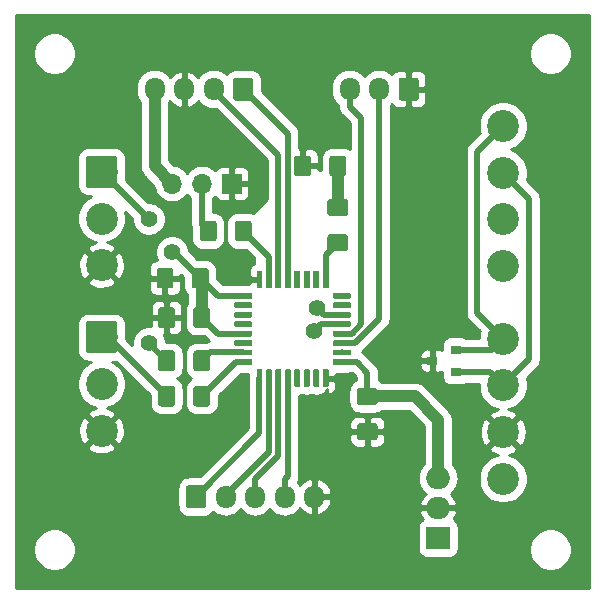
<source format=gbr>
G04 #@! TF.GenerationSoftware,KiCad,Pcbnew,(5.1.4)-1*
G04 #@! TF.CreationDate,2020-03-16T01:27:38+09:00*
G04 #@! TF.ProjectId,QX20CTRLV3,51583230-4354-4524-9c56-332e6b696361,rev?*
G04 #@! TF.SameCoordinates,Original*
G04 #@! TF.FileFunction,Copper,L1,Top*
G04 #@! TF.FilePolarity,Positive*
%FSLAX46Y46*%
G04 Gerber Fmt 4.6, Leading zero omitted, Abs format (unit mm)*
G04 Created by KiCad (PCBNEW (5.1.4)-1) date 2020-03-16 01:27:38*
%MOMM*%
%LPD*%
G04 APERTURE LIST*
%ADD10C,0.100000*%
%ADD11C,1.425000*%
%ADD12C,2.700000*%
%ADD13O,2.000000X1.905000*%
%ADD14R,2.000000X1.905000*%
%ADD15O,1.700000X1.950000*%
%ADD16C,1.700000*%
%ADD17C,0.500000*%
%ADD18O,1.700000X1.700000*%
%ADD19R,1.700000X1.700000*%
%ADD20R,0.900000X0.800000*%
%ADD21C,1.400000*%
%ADD22C,1.000000*%
%ADD23C,0.500000*%
%ADD24C,0.254000*%
G04 APERTURE END LIST*
D10*
G36*
X116974504Y-79126204D02*
G01*
X116998773Y-79129804D01*
X117022571Y-79135765D01*
X117045671Y-79144030D01*
X117067849Y-79154520D01*
X117088893Y-79167133D01*
X117108598Y-79181747D01*
X117126777Y-79198223D01*
X117143253Y-79216402D01*
X117157867Y-79236107D01*
X117170480Y-79257151D01*
X117180970Y-79279329D01*
X117189235Y-79302429D01*
X117195196Y-79326227D01*
X117198796Y-79350496D01*
X117200000Y-79375000D01*
X117200000Y-80625000D01*
X117198796Y-80649504D01*
X117195196Y-80673773D01*
X117189235Y-80697571D01*
X117180970Y-80720671D01*
X117170480Y-80742849D01*
X117157867Y-80763893D01*
X117143253Y-80783598D01*
X117126777Y-80801777D01*
X117108598Y-80818253D01*
X117088893Y-80832867D01*
X117067849Y-80845480D01*
X117045671Y-80855970D01*
X117022571Y-80864235D01*
X116998773Y-80870196D01*
X116974504Y-80873796D01*
X116950000Y-80875000D01*
X116025000Y-80875000D01*
X116000496Y-80873796D01*
X115976227Y-80870196D01*
X115952429Y-80864235D01*
X115929329Y-80855970D01*
X115907151Y-80845480D01*
X115886107Y-80832867D01*
X115866402Y-80818253D01*
X115848223Y-80801777D01*
X115831747Y-80783598D01*
X115817133Y-80763893D01*
X115804520Y-80742849D01*
X115794030Y-80720671D01*
X115785765Y-80697571D01*
X115779804Y-80673773D01*
X115776204Y-80649504D01*
X115775000Y-80625000D01*
X115775000Y-79375000D01*
X115776204Y-79350496D01*
X115779804Y-79326227D01*
X115785765Y-79302429D01*
X115794030Y-79279329D01*
X115804520Y-79257151D01*
X115817133Y-79236107D01*
X115831747Y-79216402D01*
X115848223Y-79198223D01*
X115866402Y-79181747D01*
X115886107Y-79167133D01*
X115907151Y-79154520D01*
X115929329Y-79144030D01*
X115952429Y-79135765D01*
X115976227Y-79129804D01*
X116000496Y-79126204D01*
X116025000Y-79125000D01*
X116950000Y-79125000D01*
X116974504Y-79126204D01*
X116974504Y-79126204D01*
G37*
D11*
X116487500Y-80000000D03*
D10*
G36*
X113999504Y-79126204D02*
G01*
X114023773Y-79129804D01*
X114047571Y-79135765D01*
X114070671Y-79144030D01*
X114092849Y-79154520D01*
X114113893Y-79167133D01*
X114133598Y-79181747D01*
X114151777Y-79198223D01*
X114168253Y-79216402D01*
X114182867Y-79236107D01*
X114195480Y-79257151D01*
X114205970Y-79279329D01*
X114214235Y-79302429D01*
X114220196Y-79326227D01*
X114223796Y-79350496D01*
X114225000Y-79375000D01*
X114225000Y-80625000D01*
X114223796Y-80649504D01*
X114220196Y-80673773D01*
X114214235Y-80697571D01*
X114205970Y-80720671D01*
X114195480Y-80742849D01*
X114182867Y-80763893D01*
X114168253Y-80783598D01*
X114151777Y-80801777D01*
X114133598Y-80818253D01*
X114113893Y-80832867D01*
X114092849Y-80845480D01*
X114070671Y-80855970D01*
X114047571Y-80864235D01*
X114023773Y-80870196D01*
X113999504Y-80873796D01*
X113975000Y-80875000D01*
X113050000Y-80875000D01*
X113025496Y-80873796D01*
X113001227Y-80870196D01*
X112977429Y-80864235D01*
X112954329Y-80855970D01*
X112932151Y-80845480D01*
X112911107Y-80832867D01*
X112891402Y-80818253D01*
X112873223Y-80801777D01*
X112856747Y-80783598D01*
X112842133Y-80763893D01*
X112829520Y-80742849D01*
X112819030Y-80720671D01*
X112810765Y-80697571D01*
X112804804Y-80673773D01*
X112801204Y-80649504D01*
X112800000Y-80625000D01*
X112800000Y-79375000D01*
X112801204Y-79350496D01*
X112804804Y-79326227D01*
X112810765Y-79302429D01*
X112819030Y-79279329D01*
X112829520Y-79257151D01*
X112842133Y-79236107D01*
X112856747Y-79216402D01*
X112873223Y-79198223D01*
X112891402Y-79181747D01*
X112911107Y-79167133D01*
X112932151Y-79154520D01*
X112954329Y-79144030D01*
X112977429Y-79135765D01*
X113001227Y-79129804D01*
X113025496Y-79126204D01*
X113050000Y-79125000D01*
X113975000Y-79125000D01*
X113999504Y-79126204D01*
X113999504Y-79126204D01*
G37*
D11*
X113512500Y-80000000D03*
D10*
G36*
X116974504Y-82126204D02*
G01*
X116998773Y-82129804D01*
X117022571Y-82135765D01*
X117045671Y-82144030D01*
X117067849Y-82154520D01*
X117088893Y-82167133D01*
X117108598Y-82181747D01*
X117126777Y-82198223D01*
X117143253Y-82216402D01*
X117157867Y-82236107D01*
X117170480Y-82257151D01*
X117180970Y-82279329D01*
X117189235Y-82302429D01*
X117195196Y-82326227D01*
X117198796Y-82350496D01*
X117200000Y-82375000D01*
X117200000Y-83625000D01*
X117198796Y-83649504D01*
X117195196Y-83673773D01*
X117189235Y-83697571D01*
X117180970Y-83720671D01*
X117170480Y-83742849D01*
X117157867Y-83763893D01*
X117143253Y-83783598D01*
X117126777Y-83801777D01*
X117108598Y-83818253D01*
X117088893Y-83832867D01*
X117067849Y-83845480D01*
X117045671Y-83855970D01*
X117022571Y-83864235D01*
X116998773Y-83870196D01*
X116974504Y-83873796D01*
X116950000Y-83875000D01*
X116025000Y-83875000D01*
X116000496Y-83873796D01*
X115976227Y-83870196D01*
X115952429Y-83864235D01*
X115929329Y-83855970D01*
X115907151Y-83845480D01*
X115886107Y-83832867D01*
X115866402Y-83818253D01*
X115848223Y-83801777D01*
X115831747Y-83783598D01*
X115817133Y-83763893D01*
X115804520Y-83742849D01*
X115794030Y-83720671D01*
X115785765Y-83697571D01*
X115779804Y-83673773D01*
X115776204Y-83649504D01*
X115775000Y-83625000D01*
X115775000Y-82375000D01*
X115776204Y-82350496D01*
X115779804Y-82326227D01*
X115785765Y-82302429D01*
X115794030Y-82279329D01*
X115804520Y-82257151D01*
X115817133Y-82236107D01*
X115831747Y-82216402D01*
X115848223Y-82198223D01*
X115866402Y-82181747D01*
X115886107Y-82167133D01*
X115907151Y-82154520D01*
X115929329Y-82144030D01*
X115952429Y-82135765D01*
X115976227Y-82129804D01*
X116000496Y-82126204D01*
X116025000Y-82125000D01*
X116950000Y-82125000D01*
X116974504Y-82126204D01*
X116974504Y-82126204D01*
G37*
D11*
X116487500Y-83000000D03*
D10*
G36*
X113999504Y-82126204D02*
G01*
X114023773Y-82129804D01*
X114047571Y-82135765D01*
X114070671Y-82144030D01*
X114092849Y-82154520D01*
X114113893Y-82167133D01*
X114133598Y-82181747D01*
X114151777Y-82198223D01*
X114168253Y-82216402D01*
X114182867Y-82236107D01*
X114195480Y-82257151D01*
X114205970Y-82279329D01*
X114214235Y-82302429D01*
X114220196Y-82326227D01*
X114223796Y-82350496D01*
X114225000Y-82375000D01*
X114225000Y-83625000D01*
X114223796Y-83649504D01*
X114220196Y-83673773D01*
X114214235Y-83697571D01*
X114205970Y-83720671D01*
X114195480Y-83742849D01*
X114182867Y-83763893D01*
X114168253Y-83783598D01*
X114151777Y-83801777D01*
X114133598Y-83818253D01*
X114113893Y-83832867D01*
X114092849Y-83845480D01*
X114070671Y-83855970D01*
X114047571Y-83864235D01*
X114023773Y-83870196D01*
X113999504Y-83873796D01*
X113975000Y-83875000D01*
X113050000Y-83875000D01*
X113025496Y-83873796D01*
X113001227Y-83870196D01*
X112977429Y-83864235D01*
X112954329Y-83855970D01*
X112932151Y-83845480D01*
X112911107Y-83832867D01*
X112891402Y-83818253D01*
X112873223Y-83801777D01*
X112856747Y-83783598D01*
X112842133Y-83763893D01*
X112829520Y-83742849D01*
X112819030Y-83720671D01*
X112810765Y-83697571D01*
X112804804Y-83673773D01*
X112801204Y-83649504D01*
X112800000Y-83625000D01*
X112800000Y-82375000D01*
X112801204Y-82350496D01*
X112804804Y-82326227D01*
X112810765Y-82302429D01*
X112819030Y-82279329D01*
X112829520Y-82257151D01*
X112842133Y-82236107D01*
X112856747Y-82216402D01*
X112873223Y-82198223D01*
X112891402Y-82181747D01*
X112911107Y-82167133D01*
X112932151Y-82154520D01*
X112954329Y-82144030D01*
X112977429Y-82135765D01*
X113001227Y-82129804D01*
X113025496Y-82126204D01*
X113050000Y-82125000D01*
X113975000Y-82125000D01*
X113999504Y-82126204D01*
X113999504Y-82126204D01*
G37*
D11*
X113512500Y-83000000D03*
D10*
G36*
X116834504Y-72126204D02*
G01*
X116858773Y-72129804D01*
X116882571Y-72135765D01*
X116905671Y-72144030D01*
X116927849Y-72154520D01*
X116948893Y-72167133D01*
X116968598Y-72181747D01*
X116986777Y-72198223D01*
X117003253Y-72216402D01*
X117017867Y-72236107D01*
X117030480Y-72257151D01*
X117040970Y-72279329D01*
X117049235Y-72302429D01*
X117055196Y-72326227D01*
X117058796Y-72350496D01*
X117060000Y-72375000D01*
X117060000Y-73625000D01*
X117058796Y-73649504D01*
X117055196Y-73673773D01*
X117049235Y-73697571D01*
X117040970Y-73720671D01*
X117030480Y-73742849D01*
X117017867Y-73763893D01*
X117003253Y-73783598D01*
X116986777Y-73801777D01*
X116968598Y-73818253D01*
X116948893Y-73832867D01*
X116927849Y-73845480D01*
X116905671Y-73855970D01*
X116882571Y-73864235D01*
X116858773Y-73870196D01*
X116834504Y-73873796D01*
X116810000Y-73875000D01*
X115885000Y-73875000D01*
X115860496Y-73873796D01*
X115836227Y-73870196D01*
X115812429Y-73864235D01*
X115789329Y-73855970D01*
X115767151Y-73845480D01*
X115746107Y-73832867D01*
X115726402Y-73818253D01*
X115708223Y-73801777D01*
X115691747Y-73783598D01*
X115677133Y-73763893D01*
X115664520Y-73742849D01*
X115654030Y-73720671D01*
X115645765Y-73697571D01*
X115639804Y-73673773D01*
X115636204Y-73649504D01*
X115635000Y-73625000D01*
X115635000Y-72375000D01*
X115636204Y-72350496D01*
X115639804Y-72326227D01*
X115645765Y-72302429D01*
X115654030Y-72279329D01*
X115664520Y-72257151D01*
X115677133Y-72236107D01*
X115691747Y-72216402D01*
X115708223Y-72198223D01*
X115726402Y-72181747D01*
X115746107Y-72167133D01*
X115767151Y-72154520D01*
X115789329Y-72144030D01*
X115812429Y-72135765D01*
X115836227Y-72129804D01*
X115860496Y-72126204D01*
X115885000Y-72125000D01*
X116810000Y-72125000D01*
X116834504Y-72126204D01*
X116834504Y-72126204D01*
G37*
D11*
X116347500Y-73000000D03*
D10*
G36*
X113859504Y-72126204D02*
G01*
X113883773Y-72129804D01*
X113907571Y-72135765D01*
X113930671Y-72144030D01*
X113952849Y-72154520D01*
X113973893Y-72167133D01*
X113993598Y-72181747D01*
X114011777Y-72198223D01*
X114028253Y-72216402D01*
X114042867Y-72236107D01*
X114055480Y-72257151D01*
X114065970Y-72279329D01*
X114074235Y-72302429D01*
X114080196Y-72326227D01*
X114083796Y-72350496D01*
X114085000Y-72375000D01*
X114085000Y-73625000D01*
X114083796Y-73649504D01*
X114080196Y-73673773D01*
X114074235Y-73697571D01*
X114065970Y-73720671D01*
X114055480Y-73742849D01*
X114042867Y-73763893D01*
X114028253Y-73783598D01*
X114011777Y-73801777D01*
X113993598Y-73818253D01*
X113973893Y-73832867D01*
X113952849Y-73845480D01*
X113930671Y-73855970D01*
X113907571Y-73864235D01*
X113883773Y-73870196D01*
X113859504Y-73873796D01*
X113835000Y-73875000D01*
X112910000Y-73875000D01*
X112885496Y-73873796D01*
X112861227Y-73870196D01*
X112837429Y-73864235D01*
X112814329Y-73855970D01*
X112792151Y-73845480D01*
X112771107Y-73832867D01*
X112751402Y-73818253D01*
X112733223Y-73801777D01*
X112716747Y-73783598D01*
X112702133Y-73763893D01*
X112689520Y-73742849D01*
X112679030Y-73720671D01*
X112670765Y-73697571D01*
X112664804Y-73673773D01*
X112661204Y-73649504D01*
X112660000Y-73625000D01*
X112660000Y-72375000D01*
X112661204Y-72350496D01*
X112664804Y-72326227D01*
X112670765Y-72302429D01*
X112679030Y-72279329D01*
X112689520Y-72257151D01*
X112702133Y-72236107D01*
X112716747Y-72216402D01*
X112733223Y-72198223D01*
X112751402Y-72181747D01*
X112771107Y-72167133D01*
X112792151Y-72154520D01*
X112814329Y-72144030D01*
X112837429Y-72135765D01*
X112861227Y-72129804D01*
X112885496Y-72126204D01*
X112910000Y-72125000D01*
X113835000Y-72125000D01*
X113859504Y-72126204D01*
X113859504Y-72126204D01*
G37*
D11*
X113372500Y-73000000D03*
D10*
G36*
X116962004Y-75466204D02*
G01*
X116986273Y-75469804D01*
X117010071Y-75475765D01*
X117033171Y-75484030D01*
X117055349Y-75494520D01*
X117076393Y-75507133D01*
X117096098Y-75521747D01*
X117114277Y-75538223D01*
X117130753Y-75556402D01*
X117145367Y-75576107D01*
X117157980Y-75597151D01*
X117168470Y-75619329D01*
X117176735Y-75642429D01*
X117182696Y-75666227D01*
X117186296Y-75690496D01*
X117187500Y-75715000D01*
X117187500Y-76965000D01*
X117186296Y-76989504D01*
X117182696Y-77013773D01*
X117176735Y-77037571D01*
X117168470Y-77060671D01*
X117157980Y-77082849D01*
X117145367Y-77103893D01*
X117130753Y-77123598D01*
X117114277Y-77141777D01*
X117096098Y-77158253D01*
X117076393Y-77172867D01*
X117055349Y-77185480D01*
X117033171Y-77195970D01*
X117010071Y-77204235D01*
X116986273Y-77210196D01*
X116962004Y-77213796D01*
X116937500Y-77215000D01*
X116012500Y-77215000D01*
X115987996Y-77213796D01*
X115963727Y-77210196D01*
X115939929Y-77204235D01*
X115916829Y-77195970D01*
X115894651Y-77185480D01*
X115873607Y-77172867D01*
X115853902Y-77158253D01*
X115835723Y-77141777D01*
X115819247Y-77123598D01*
X115804633Y-77103893D01*
X115792020Y-77082849D01*
X115781530Y-77060671D01*
X115773265Y-77037571D01*
X115767304Y-77013773D01*
X115763704Y-76989504D01*
X115762500Y-76965000D01*
X115762500Y-75715000D01*
X115763704Y-75690496D01*
X115767304Y-75666227D01*
X115773265Y-75642429D01*
X115781530Y-75619329D01*
X115792020Y-75597151D01*
X115804633Y-75576107D01*
X115819247Y-75556402D01*
X115835723Y-75538223D01*
X115853902Y-75521747D01*
X115873607Y-75507133D01*
X115894651Y-75494520D01*
X115916829Y-75484030D01*
X115939929Y-75475765D01*
X115963727Y-75469804D01*
X115987996Y-75466204D01*
X116012500Y-75465000D01*
X116937500Y-75465000D01*
X116962004Y-75466204D01*
X116962004Y-75466204D01*
G37*
D11*
X116475000Y-76340000D03*
D10*
G36*
X113987004Y-75466204D02*
G01*
X114011273Y-75469804D01*
X114035071Y-75475765D01*
X114058171Y-75484030D01*
X114080349Y-75494520D01*
X114101393Y-75507133D01*
X114121098Y-75521747D01*
X114139277Y-75538223D01*
X114155753Y-75556402D01*
X114170367Y-75576107D01*
X114182980Y-75597151D01*
X114193470Y-75619329D01*
X114201735Y-75642429D01*
X114207696Y-75666227D01*
X114211296Y-75690496D01*
X114212500Y-75715000D01*
X114212500Y-76965000D01*
X114211296Y-76989504D01*
X114207696Y-77013773D01*
X114201735Y-77037571D01*
X114193470Y-77060671D01*
X114182980Y-77082849D01*
X114170367Y-77103893D01*
X114155753Y-77123598D01*
X114139277Y-77141777D01*
X114121098Y-77158253D01*
X114101393Y-77172867D01*
X114080349Y-77185480D01*
X114058171Y-77195970D01*
X114035071Y-77204235D01*
X114011273Y-77210196D01*
X113987004Y-77213796D01*
X113962500Y-77215000D01*
X113037500Y-77215000D01*
X113012996Y-77213796D01*
X112988727Y-77210196D01*
X112964929Y-77204235D01*
X112941829Y-77195970D01*
X112919651Y-77185480D01*
X112898607Y-77172867D01*
X112878902Y-77158253D01*
X112860723Y-77141777D01*
X112844247Y-77123598D01*
X112829633Y-77103893D01*
X112817020Y-77082849D01*
X112806530Y-77060671D01*
X112798265Y-77037571D01*
X112792304Y-77013773D01*
X112788704Y-76989504D01*
X112787500Y-76965000D01*
X112787500Y-75715000D01*
X112788704Y-75690496D01*
X112792304Y-75666227D01*
X112798265Y-75642429D01*
X112806530Y-75619329D01*
X112817020Y-75597151D01*
X112829633Y-75576107D01*
X112844247Y-75556402D01*
X112860723Y-75538223D01*
X112878902Y-75521747D01*
X112898607Y-75507133D01*
X112919651Y-75494520D01*
X112941829Y-75484030D01*
X112964929Y-75475765D01*
X112988727Y-75469804D01*
X113012996Y-75466204D01*
X113037500Y-75465000D01*
X113962500Y-75465000D01*
X113987004Y-75466204D01*
X113987004Y-75466204D01*
G37*
D11*
X113500000Y-76340000D03*
D12*
X108000000Y-71920000D03*
X108000000Y-67960000D03*
D10*
G36*
X109124503Y-62651204D02*
G01*
X109148772Y-62654804D01*
X109172570Y-62660765D01*
X109195670Y-62669030D01*
X109217849Y-62679520D01*
X109238892Y-62692133D01*
X109258598Y-62706748D01*
X109276776Y-62723224D01*
X109293252Y-62741402D01*
X109307867Y-62761108D01*
X109320480Y-62782151D01*
X109330970Y-62804330D01*
X109339235Y-62827430D01*
X109345196Y-62851228D01*
X109348796Y-62875497D01*
X109350000Y-62900001D01*
X109350000Y-65099999D01*
X109348796Y-65124503D01*
X109345196Y-65148772D01*
X109339235Y-65172570D01*
X109330970Y-65195670D01*
X109320480Y-65217849D01*
X109307867Y-65238892D01*
X109293252Y-65258598D01*
X109276776Y-65276776D01*
X109258598Y-65293252D01*
X109238892Y-65307867D01*
X109217849Y-65320480D01*
X109195670Y-65330970D01*
X109172570Y-65339235D01*
X109148772Y-65345196D01*
X109124503Y-65348796D01*
X109099999Y-65350000D01*
X106900001Y-65350000D01*
X106875497Y-65348796D01*
X106851228Y-65345196D01*
X106827430Y-65339235D01*
X106804330Y-65330970D01*
X106782151Y-65320480D01*
X106761108Y-65307867D01*
X106741402Y-65293252D01*
X106723224Y-65276776D01*
X106706748Y-65258598D01*
X106692133Y-65238892D01*
X106679520Y-65217849D01*
X106669030Y-65195670D01*
X106660765Y-65172570D01*
X106654804Y-65148772D01*
X106651204Y-65124503D01*
X106650000Y-65099999D01*
X106650000Y-62900001D01*
X106651204Y-62875497D01*
X106654804Y-62851228D01*
X106660765Y-62827430D01*
X106669030Y-62804330D01*
X106679520Y-62782151D01*
X106692133Y-62761108D01*
X106706748Y-62741402D01*
X106723224Y-62723224D01*
X106741402Y-62706748D01*
X106761108Y-62692133D01*
X106782151Y-62679520D01*
X106804330Y-62669030D01*
X106827430Y-62660765D01*
X106851228Y-62654804D01*
X106875497Y-62651204D01*
X106900001Y-62650000D01*
X109099999Y-62650000D01*
X109124503Y-62651204D01*
X109124503Y-62651204D01*
G37*
D12*
X108000000Y-64000000D03*
X108000000Y-85920000D03*
X108000000Y-81960000D03*
D10*
G36*
X109124503Y-76651204D02*
G01*
X109148772Y-76654804D01*
X109172570Y-76660765D01*
X109195670Y-76669030D01*
X109217849Y-76679520D01*
X109238892Y-76692133D01*
X109258598Y-76706748D01*
X109276776Y-76723224D01*
X109293252Y-76741402D01*
X109307867Y-76761108D01*
X109320480Y-76782151D01*
X109330970Y-76804330D01*
X109339235Y-76827430D01*
X109345196Y-76851228D01*
X109348796Y-76875497D01*
X109350000Y-76900001D01*
X109350000Y-79099999D01*
X109348796Y-79124503D01*
X109345196Y-79148772D01*
X109339235Y-79172570D01*
X109330970Y-79195670D01*
X109320480Y-79217849D01*
X109307867Y-79238892D01*
X109293252Y-79258598D01*
X109276776Y-79276776D01*
X109258598Y-79293252D01*
X109238892Y-79307867D01*
X109217849Y-79320480D01*
X109195670Y-79330970D01*
X109172570Y-79339235D01*
X109148772Y-79345196D01*
X109124503Y-79348796D01*
X109099999Y-79350000D01*
X106900001Y-79350000D01*
X106875497Y-79348796D01*
X106851228Y-79345196D01*
X106827430Y-79339235D01*
X106804330Y-79330970D01*
X106782151Y-79320480D01*
X106761108Y-79307867D01*
X106741402Y-79293252D01*
X106723224Y-79276776D01*
X106706748Y-79258598D01*
X106692133Y-79238892D01*
X106679520Y-79217849D01*
X106669030Y-79195670D01*
X106660765Y-79172570D01*
X106654804Y-79148772D01*
X106651204Y-79124503D01*
X106650000Y-79099999D01*
X106650000Y-76900001D01*
X106651204Y-76875497D01*
X106654804Y-76851228D01*
X106660765Y-76827430D01*
X106669030Y-76804330D01*
X106679520Y-76782151D01*
X106692133Y-76761108D01*
X106706748Y-76741402D01*
X106723224Y-76723224D01*
X106741402Y-76706748D01*
X106761108Y-76692133D01*
X106782151Y-76679520D01*
X106804330Y-76669030D01*
X106827430Y-76660765D01*
X106851228Y-76654804D01*
X106875497Y-76651204D01*
X106900001Y-76650000D01*
X109099999Y-76650000D01*
X109124503Y-76651204D01*
X109124503Y-76651204D01*
G37*
D12*
X108000000Y-78000000D03*
X142000000Y-60120000D03*
X142000000Y-64080000D03*
X142000000Y-68040000D03*
X142000000Y-72000000D03*
X142000000Y-78120000D03*
X142000000Y-82080000D03*
X142000000Y-86040000D03*
X142000000Y-90000000D03*
D13*
X136500000Y-89920000D03*
X136500000Y-92460000D03*
D14*
X136500000Y-95000000D03*
D15*
X126000000Y-91500000D03*
X123500000Y-91500000D03*
X121000000Y-91500000D03*
X118500000Y-91500000D03*
D10*
G36*
X116624504Y-90526204D02*
G01*
X116648773Y-90529804D01*
X116672571Y-90535765D01*
X116695671Y-90544030D01*
X116717849Y-90554520D01*
X116738893Y-90567133D01*
X116758598Y-90581747D01*
X116776777Y-90598223D01*
X116793253Y-90616402D01*
X116807867Y-90636107D01*
X116820480Y-90657151D01*
X116830970Y-90679329D01*
X116839235Y-90702429D01*
X116845196Y-90726227D01*
X116848796Y-90750496D01*
X116850000Y-90775000D01*
X116850000Y-92225000D01*
X116848796Y-92249504D01*
X116845196Y-92273773D01*
X116839235Y-92297571D01*
X116830970Y-92320671D01*
X116820480Y-92342849D01*
X116807867Y-92363893D01*
X116793253Y-92383598D01*
X116776777Y-92401777D01*
X116758598Y-92418253D01*
X116738893Y-92432867D01*
X116717849Y-92445480D01*
X116695671Y-92455970D01*
X116672571Y-92464235D01*
X116648773Y-92470196D01*
X116624504Y-92473796D01*
X116600000Y-92475000D01*
X115400000Y-92475000D01*
X115375496Y-92473796D01*
X115351227Y-92470196D01*
X115327429Y-92464235D01*
X115304329Y-92455970D01*
X115282151Y-92445480D01*
X115261107Y-92432867D01*
X115241402Y-92418253D01*
X115223223Y-92401777D01*
X115206747Y-92383598D01*
X115192133Y-92363893D01*
X115179520Y-92342849D01*
X115169030Y-92320671D01*
X115160765Y-92297571D01*
X115154804Y-92273773D01*
X115151204Y-92249504D01*
X115150000Y-92225000D01*
X115150000Y-90775000D01*
X115151204Y-90750496D01*
X115154804Y-90726227D01*
X115160765Y-90702429D01*
X115169030Y-90679329D01*
X115179520Y-90657151D01*
X115192133Y-90636107D01*
X115206747Y-90616402D01*
X115223223Y-90598223D01*
X115241402Y-90581747D01*
X115261107Y-90567133D01*
X115282151Y-90554520D01*
X115304329Y-90544030D01*
X115327429Y-90535765D01*
X115351227Y-90529804D01*
X115375496Y-90526204D01*
X115400000Y-90525000D01*
X116600000Y-90525000D01*
X116624504Y-90526204D01*
X116624504Y-90526204D01*
G37*
D16*
X116000000Y-91500000D03*
D15*
X112500000Y-57000000D03*
X115000000Y-57000000D03*
X117500000Y-57000000D03*
D10*
G36*
X120624504Y-56026204D02*
G01*
X120648773Y-56029804D01*
X120672571Y-56035765D01*
X120695671Y-56044030D01*
X120717849Y-56054520D01*
X120738893Y-56067133D01*
X120758598Y-56081747D01*
X120776777Y-56098223D01*
X120793253Y-56116402D01*
X120807867Y-56136107D01*
X120820480Y-56157151D01*
X120830970Y-56179329D01*
X120839235Y-56202429D01*
X120845196Y-56226227D01*
X120848796Y-56250496D01*
X120850000Y-56275000D01*
X120850000Y-57725000D01*
X120848796Y-57749504D01*
X120845196Y-57773773D01*
X120839235Y-57797571D01*
X120830970Y-57820671D01*
X120820480Y-57842849D01*
X120807867Y-57863893D01*
X120793253Y-57883598D01*
X120776777Y-57901777D01*
X120758598Y-57918253D01*
X120738893Y-57932867D01*
X120717849Y-57945480D01*
X120695671Y-57955970D01*
X120672571Y-57964235D01*
X120648773Y-57970196D01*
X120624504Y-57973796D01*
X120600000Y-57975000D01*
X119400000Y-57975000D01*
X119375496Y-57973796D01*
X119351227Y-57970196D01*
X119327429Y-57964235D01*
X119304329Y-57955970D01*
X119282151Y-57945480D01*
X119261107Y-57932867D01*
X119241402Y-57918253D01*
X119223223Y-57901777D01*
X119206747Y-57883598D01*
X119192133Y-57863893D01*
X119179520Y-57842849D01*
X119169030Y-57820671D01*
X119160765Y-57797571D01*
X119154804Y-57773773D01*
X119151204Y-57749504D01*
X119150000Y-57725000D01*
X119150000Y-56275000D01*
X119151204Y-56250496D01*
X119154804Y-56226227D01*
X119160765Y-56202429D01*
X119169030Y-56179329D01*
X119179520Y-56157151D01*
X119192133Y-56136107D01*
X119206747Y-56116402D01*
X119223223Y-56098223D01*
X119241402Y-56081747D01*
X119261107Y-56067133D01*
X119282151Y-56054520D01*
X119304329Y-56044030D01*
X119327429Y-56035765D01*
X119351227Y-56029804D01*
X119375496Y-56026204D01*
X119400000Y-56025000D01*
X120600000Y-56025000D01*
X120624504Y-56026204D01*
X120624504Y-56026204D01*
G37*
D16*
X120000000Y-57000000D03*
D15*
X129000000Y-57000000D03*
X131500000Y-57000000D03*
D10*
G36*
X134624504Y-56026204D02*
G01*
X134648773Y-56029804D01*
X134672571Y-56035765D01*
X134695671Y-56044030D01*
X134717849Y-56054520D01*
X134738893Y-56067133D01*
X134758598Y-56081747D01*
X134776777Y-56098223D01*
X134793253Y-56116402D01*
X134807867Y-56136107D01*
X134820480Y-56157151D01*
X134830970Y-56179329D01*
X134839235Y-56202429D01*
X134845196Y-56226227D01*
X134848796Y-56250496D01*
X134850000Y-56275000D01*
X134850000Y-57725000D01*
X134848796Y-57749504D01*
X134845196Y-57773773D01*
X134839235Y-57797571D01*
X134830970Y-57820671D01*
X134820480Y-57842849D01*
X134807867Y-57863893D01*
X134793253Y-57883598D01*
X134776777Y-57901777D01*
X134758598Y-57918253D01*
X134738893Y-57932867D01*
X134717849Y-57945480D01*
X134695671Y-57955970D01*
X134672571Y-57964235D01*
X134648773Y-57970196D01*
X134624504Y-57973796D01*
X134600000Y-57975000D01*
X133400000Y-57975000D01*
X133375496Y-57973796D01*
X133351227Y-57970196D01*
X133327429Y-57964235D01*
X133304329Y-57955970D01*
X133282151Y-57945480D01*
X133261107Y-57932867D01*
X133241402Y-57918253D01*
X133223223Y-57901777D01*
X133206747Y-57883598D01*
X133192133Y-57863893D01*
X133179520Y-57842849D01*
X133169030Y-57820671D01*
X133160765Y-57797571D01*
X133154804Y-57773773D01*
X133151204Y-57749504D01*
X133150000Y-57725000D01*
X133150000Y-56275000D01*
X133151204Y-56250496D01*
X133154804Y-56226227D01*
X133160765Y-56202429D01*
X133169030Y-56179329D01*
X133179520Y-56157151D01*
X133192133Y-56136107D01*
X133206747Y-56116402D01*
X133223223Y-56098223D01*
X133241402Y-56081747D01*
X133261107Y-56067133D01*
X133282151Y-56054520D01*
X133304329Y-56044030D01*
X133327429Y-56035765D01*
X133351227Y-56029804D01*
X133375496Y-56026204D01*
X133400000Y-56025000D01*
X134600000Y-56025000D01*
X134624504Y-56026204D01*
X134624504Y-56026204D01*
G37*
D16*
X134000000Y-57000000D03*
D10*
G36*
X121512252Y-72375602D02*
G01*
X121524386Y-72377402D01*
X121536286Y-72380382D01*
X121547835Y-72384515D01*
X121558925Y-72389760D01*
X121569446Y-72396066D01*
X121579299Y-72403374D01*
X121588388Y-72411612D01*
X121596626Y-72420701D01*
X121603934Y-72430554D01*
X121610240Y-72441075D01*
X121615485Y-72452165D01*
X121619618Y-72463714D01*
X121622598Y-72475614D01*
X121624398Y-72487748D01*
X121625000Y-72500000D01*
X121625000Y-73750000D01*
X121624398Y-73762252D01*
X121622598Y-73774386D01*
X121619618Y-73786286D01*
X121615485Y-73797835D01*
X121610240Y-73808925D01*
X121603934Y-73819446D01*
X121596626Y-73829299D01*
X121588388Y-73838388D01*
X121579299Y-73846626D01*
X121569446Y-73853934D01*
X121558925Y-73860240D01*
X121547835Y-73865485D01*
X121536286Y-73869618D01*
X121524386Y-73872598D01*
X121512252Y-73874398D01*
X121500000Y-73875000D01*
X121250000Y-73875000D01*
X121237748Y-73874398D01*
X121225614Y-73872598D01*
X121213714Y-73869618D01*
X121202165Y-73865485D01*
X121191075Y-73860240D01*
X121180554Y-73853934D01*
X121170701Y-73846626D01*
X121161612Y-73838388D01*
X121153374Y-73829299D01*
X121146066Y-73819446D01*
X121139760Y-73808925D01*
X121134515Y-73797835D01*
X121130382Y-73786286D01*
X121127402Y-73774386D01*
X121125602Y-73762252D01*
X121125000Y-73750000D01*
X121125000Y-72500000D01*
X121125602Y-72487748D01*
X121127402Y-72475614D01*
X121130382Y-72463714D01*
X121134515Y-72452165D01*
X121139760Y-72441075D01*
X121146066Y-72430554D01*
X121153374Y-72420701D01*
X121161612Y-72411612D01*
X121170701Y-72403374D01*
X121180554Y-72396066D01*
X121191075Y-72389760D01*
X121202165Y-72384515D01*
X121213714Y-72380382D01*
X121225614Y-72377402D01*
X121237748Y-72375602D01*
X121250000Y-72375000D01*
X121500000Y-72375000D01*
X121512252Y-72375602D01*
X121512252Y-72375602D01*
G37*
D17*
X121375000Y-73125000D03*
D10*
G36*
X122312252Y-72375602D02*
G01*
X122324386Y-72377402D01*
X122336286Y-72380382D01*
X122347835Y-72384515D01*
X122358925Y-72389760D01*
X122369446Y-72396066D01*
X122379299Y-72403374D01*
X122388388Y-72411612D01*
X122396626Y-72420701D01*
X122403934Y-72430554D01*
X122410240Y-72441075D01*
X122415485Y-72452165D01*
X122419618Y-72463714D01*
X122422598Y-72475614D01*
X122424398Y-72487748D01*
X122425000Y-72500000D01*
X122425000Y-73750000D01*
X122424398Y-73762252D01*
X122422598Y-73774386D01*
X122419618Y-73786286D01*
X122415485Y-73797835D01*
X122410240Y-73808925D01*
X122403934Y-73819446D01*
X122396626Y-73829299D01*
X122388388Y-73838388D01*
X122379299Y-73846626D01*
X122369446Y-73853934D01*
X122358925Y-73860240D01*
X122347835Y-73865485D01*
X122336286Y-73869618D01*
X122324386Y-73872598D01*
X122312252Y-73874398D01*
X122300000Y-73875000D01*
X122050000Y-73875000D01*
X122037748Y-73874398D01*
X122025614Y-73872598D01*
X122013714Y-73869618D01*
X122002165Y-73865485D01*
X121991075Y-73860240D01*
X121980554Y-73853934D01*
X121970701Y-73846626D01*
X121961612Y-73838388D01*
X121953374Y-73829299D01*
X121946066Y-73819446D01*
X121939760Y-73808925D01*
X121934515Y-73797835D01*
X121930382Y-73786286D01*
X121927402Y-73774386D01*
X121925602Y-73762252D01*
X121925000Y-73750000D01*
X121925000Y-72500000D01*
X121925602Y-72487748D01*
X121927402Y-72475614D01*
X121930382Y-72463714D01*
X121934515Y-72452165D01*
X121939760Y-72441075D01*
X121946066Y-72430554D01*
X121953374Y-72420701D01*
X121961612Y-72411612D01*
X121970701Y-72403374D01*
X121980554Y-72396066D01*
X121991075Y-72389760D01*
X122002165Y-72384515D01*
X122013714Y-72380382D01*
X122025614Y-72377402D01*
X122037748Y-72375602D01*
X122050000Y-72375000D01*
X122300000Y-72375000D01*
X122312252Y-72375602D01*
X122312252Y-72375602D01*
G37*
D17*
X122175000Y-73125000D03*
D10*
G36*
X123112252Y-72375602D02*
G01*
X123124386Y-72377402D01*
X123136286Y-72380382D01*
X123147835Y-72384515D01*
X123158925Y-72389760D01*
X123169446Y-72396066D01*
X123179299Y-72403374D01*
X123188388Y-72411612D01*
X123196626Y-72420701D01*
X123203934Y-72430554D01*
X123210240Y-72441075D01*
X123215485Y-72452165D01*
X123219618Y-72463714D01*
X123222598Y-72475614D01*
X123224398Y-72487748D01*
X123225000Y-72500000D01*
X123225000Y-73750000D01*
X123224398Y-73762252D01*
X123222598Y-73774386D01*
X123219618Y-73786286D01*
X123215485Y-73797835D01*
X123210240Y-73808925D01*
X123203934Y-73819446D01*
X123196626Y-73829299D01*
X123188388Y-73838388D01*
X123179299Y-73846626D01*
X123169446Y-73853934D01*
X123158925Y-73860240D01*
X123147835Y-73865485D01*
X123136286Y-73869618D01*
X123124386Y-73872598D01*
X123112252Y-73874398D01*
X123100000Y-73875000D01*
X122850000Y-73875000D01*
X122837748Y-73874398D01*
X122825614Y-73872598D01*
X122813714Y-73869618D01*
X122802165Y-73865485D01*
X122791075Y-73860240D01*
X122780554Y-73853934D01*
X122770701Y-73846626D01*
X122761612Y-73838388D01*
X122753374Y-73829299D01*
X122746066Y-73819446D01*
X122739760Y-73808925D01*
X122734515Y-73797835D01*
X122730382Y-73786286D01*
X122727402Y-73774386D01*
X122725602Y-73762252D01*
X122725000Y-73750000D01*
X122725000Y-72500000D01*
X122725602Y-72487748D01*
X122727402Y-72475614D01*
X122730382Y-72463714D01*
X122734515Y-72452165D01*
X122739760Y-72441075D01*
X122746066Y-72430554D01*
X122753374Y-72420701D01*
X122761612Y-72411612D01*
X122770701Y-72403374D01*
X122780554Y-72396066D01*
X122791075Y-72389760D01*
X122802165Y-72384515D01*
X122813714Y-72380382D01*
X122825614Y-72377402D01*
X122837748Y-72375602D01*
X122850000Y-72375000D01*
X123100000Y-72375000D01*
X123112252Y-72375602D01*
X123112252Y-72375602D01*
G37*
D17*
X122975000Y-73125000D03*
D10*
G36*
X123912252Y-72375602D02*
G01*
X123924386Y-72377402D01*
X123936286Y-72380382D01*
X123947835Y-72384515D01*
X123958925Y-72389760D01*
X123969446Y-72396066D01*
X123979299Y-72403374D01*
X123988388Y-72411612D01*
X123996626Y-72420701D01*
X124003934Y-72430554D01*
X124010240Y-72441075D01*
X124015485Y-72452165D01*
X124019618Y-72463714D01*
X124022598Y-72475614D01*
X124024398Y-72487748D01*
X124025000Y-72500000D01*
X124025000Y-73750000D01*
X124024398Y-73762252D01*
X124022598Y-73774386D01*
X124019618Y-73786286D01*
X124015485Y-73797835D01*
X124010240Y-73808925D01*
X124003934Y-73819446D01*
X123996626Y-73829299D01*
X123988388Y-73838388D01*
X123979299Y-73846626D01*
X123969446Y-73853934D01*
X123958925Y-73860240D01*
X123947835Y-73865485D01*
X123936286Y-73869618D01*
X123924386Y-73872598D01*
X123912252Y-73874398D01*
X123900000Y-73875000D01*
X123650000Y-73875000D01*
X123637748Y-73874398D01*
X123625614Y-73872598D01*
X123613714Y-73869618D01*
X123602165Y-73865485D01*
X123591075Y-73860240D01*
X123580554Y-73853934D01*
X123570701Y-73846626D01*
X123561612Y-73838388D01*
X123553374Y-73829299D01*
X123546066Y-73819446D01*
X123539760Y-73808925D01*
X123534515Y-73797835D01*
X123530382Y-73786286D01*
X123527402Y-73774386D01*
X123525602Y-73762252D01*
X123525000Y-73750000D01*
X123525000Y-72500000D01*
X123525602Y-72487748D01*
X123527402Y-72475614D01*
X123530382Y-72463714D01*
X123534515Y-72452165D01*
X123539760Y-72441075D01*
X123546066Y-72430554D01*
X123553374Y-72420701D01*
X123561612Y-72411612D01*
X123570701Y-72403374D01*
X123580554Y-72396066D01*
X123591075Y-72389760D01*
X123602165Y-72384515D01*
X123613714Y-72380382D01*
X123625614Y-72377402D01*
X123637748Y-72375602D01*
X123650000Y-72375000D01*
X123900000Y-72375000D01*
X123912252Y-72375602D01*
X123912252Y-72375602D01*
G37*
D17*
X123775000Y-73125000D03*
D10*
G36*
X124712252Y-72375602D02*
G01*
X124724386Y-72377402D01*
X124736286Y-72380382D01*
X124747835Y-72384515D01*
X124758925Y-72389760D01*
X124769446Y-72396066D01*
X124779299Y-72403374D01*
X124788388Y-72411612D01*
X124796626Y-72420701D01*
X124803934Y-72430554D01*
X124810240Y-72441075D01*
X124815485Y-72452165D01*
X124819618Y-72463714D01*
X124822598Y-72475614D01*
X124824398Y-72487748D01*
X124825000Y-72500000D01*
X124825000Y-73750000D01*
X124824398Y-73762252D01*
X124822598Y-73774386D01*
X124819618Y-73786286D01*
X124815485Y-73797835D01*
X124810240Y-73808925D01*
X124803934Y-73819446D01*
X124796626Y-73829299D01*
X124788388Y-73838388D01*
X124779299Y-73846626D01*
X124769446Y-73853934D01*
X124758925Y-73860240D01*
X124747835Y-73865485D01*
X124736286Y-73869618D01*
X124724386Y-73872598D01*
X124712252Y-73874398D01*
X124700000Y-73875000D01*
X124450000Y-73875000D01*
X124437748Y-73874398D01*
X124425614Y-73872598D01*
X124413714Y-73869618D01*
X124402165Y-73865485D01*
X124391075Y-73860240D01*
X124380554Y-73853934D01*
X124370701Y-73846626D01*
X124361612Y-73838388D01*
X124353374Y-73829299D01*
X124346066Y-73819446D01*
X124339760Y-73808925D01*
X124334515Y-73797835D01*
X124330382Y-73786286D01*
X124327402Y-73774386D01*
X124325602Y-73762252D01*
X124325000Y-73750000D01*
X124325000Y-72500000D01*
X124325602Y-72487748D01*
X124327402Y-72475614D01*
X124330382Y-72463714D01*
X124334515Y-72452165D01*
X124339760Y-72441075D01*
X124346066Y-72430554D01*
X124353374Y-72420701D01*
X124361612Y-72411612D01*
X124370701Y-72403374D01*
X124380554Y-72396066D01*
X124391075Y-72389760D01*
X124402165Y-72384515D01*
X124413714Y-72380382D01*
X124425614Y-72377402D01*
X124437748Y-72375602D01*
X124450000Y-72375000D01*
X124700000Y-72375000D01*
X124712252Y-72375602D01*
X124712252Y-72375602D01*
G37*
D17*
X124575000Y-73125000D03*
D10*
G36*
X125512252Y-72375602D02*
G01*
X125524386Y-72377402D01*
X125536286Y-72380382D01*
X125547835Y-72384515D01*
X125558925Y-72389760D01*
X125569446Y-72396066D01*
X125579299Y-72403374D01*
X125588388Y-72411612D01*
X125596626Y-72420701D01*
X125603934Y-72430554D01*
X125610240Y-72441075D01*
X125615485Y-72452165D01*
X125619618Y-72463714D01*
X125622598Y-72475614D01*
X125624398Y-72487748D01*
X125625000Y-72500000D01*
X125625000Y-73750000D01*
X125624398Y-73762252D01*
X125622598Y-73774386D01*
X125619618Y-73786286D01*
X125615485Y-73797835D01*
X125610240Y-73808925D01*
X125603934Y-73819446D01*
X125596626Y-73829299D01*
X125588388Y-73838388D01*
X125579299Y-73846626D01*
X125569446Y-73853934D01*
X125558925Y-73860240D01*
X125547835Y-73865485D01*
X125536286Y-73869618D01*
X125524386Y-73872598D01*
X125512252Y-73874398D01*
X125500000Y-73875000D01*
X125250000Y-73875000D01*
X125237748Y-73874398D01*
X125225614Y-73872598D01*
X125213714Y-73869618D01*
X125202165Y-73865485D01*
X125191075Y-73860240D01*
X125180554Y-73853934D01*
X125170701Y-73846626D01*
X125161612Y-73838388D01*
X125153374Y-73829299D01*
X125146066Y-73819446D01*
X125139760Y-73808925D01*
X125134515Y-73797835D01*
X125130382Y-73786286D01*
X125127402Y-73774386D01*
X125125602Y-73762252D01*
X125125000Y-73750000D01*
X125125000Y-72500000D01*
X125125602Y-72487748D01*
X125127402Y-72475614D01*
X125130382Y-72463714D01*
X125134515Y-72452165D01*
X125139760Y-72441075D01*
X125146066Y-72430554D01*
X125153374Y-72420701D01*
X125161612Y-72411612D01*
X125170701Y-72403374D01*
X125180554Y-72396066D01*
X125191075Y-72389760D01*
X125202165Y-72384515D01*
X125213714Y-72380382D01*
X125225614Y-72377402D01*
X125237748Y-72375602D01*
X125250000Y-72375000D01*
X125500000Y-72375000D01*
X125512252Y-72375602D01*
X125512252Y-72375602D01*
G37*
D17*
X125375000Y-73125000D03*
D10*
G36*
X126312252Y-72375602D02*
G01*
X126324386Y-72377402D01*
X126336286Y-72380382D01*
X126347835Y-72384515D01*
X126358925Y-72389760D01*
X126369446Y-72396066D01*
X126379299Y-72403374D01*
X126388388Y-72411612D01*
X126396626Y-72420701D01*
X126403934Y-72430554D01*
X126410240Y-72441075D01*
X126415485Y-72452165D01*
X126419618Y-72463714D01*
X126422598Y-72475614D01*
X126424398Y-72487748D01*
X126425000Y-72500000D01*
X126425000Y-73750000D01*
X126424398Y-73762252D01*
X126422598Y-73774386D01*
X126419618Y-73786286D01*
X126415485Y-73797835D01*
X126410240Y-73808925D01*
X126403934Y-73819446D01*
X126396626Y-73829299D01*
X126388388Y-73838388D01*
X126379299Y-73846626D01*
X126369446Y-73853934D01*
X126358925Y-73860240D01*
X126347835Y-73865485D01*
X126336286Y-73869618D01*
X126324386Y-73872598D01*
X126312252Y-73874398D01*
X126300000Y-73875000D01*
X126050000Y-73875000D01*
X126037748Y-73874398D01*
X126025614Y-73872598D01*
X126013714Y-73869618D01*
X126002165Y-73865485D01*
X125991075Y-73860240D01*
X125980554Y-73853934D01*
X125970701Y-73846626D01*
X125961612Y-73838388D01*
X125953374Y-73829299D01*
X125946066Y-73819446D01*
X125939760Y-73808925D01*
X125934515Y-73797835D01*
X125930382Y-73786286D01*
X125927402Y-73774386D01*
X125925602Y-73762252D01*
X125925000Y-73750000D01*
X125925000Y-72500000D01*
X125925602Y-72487748D01*
X125927402Y-72475614D01*
X125930382Y-72463714D01*
X125934515Y-72452165D01*
X125939760Y-72441075D01*
X125946066Y-72430554D01*
X125953374Y-72420701D01*
X125961612Y-72411612D01*
X125970701Y-72403374D01*
X125980554Y-72396066D01*
X125991075Y-72389760D01*
X126002165Y-72384515D01*
X126013714Y-72380382D01*
X126025614Y-72377402D01*
X126037748Y-72375602D01*
X126050000Y-72375000D01*
X126300000Y-72375000D01*
X126312252Y-72375602D01*
X126312252Y-72375602D01*
G37*
D17*
X126175000Y-73125000D03*
D10*
G36*
X127112252Y-72375602D02*
G01*
X127124386Y-72377402D01*
X127136286Y-72380382D01*
X127147835Y-72384515D01*
X127158925Y-72389760D01*
X127169446Y-72396066D01*
X127179299Y-72403374D01*
X127188388Y-72411612D01*
X127196626Y-72420701D01*
X127203934Y-72430554D01*
X127210240Y-72441075D01*
X127215485Y-72452165D01*
X127219618Y-72463714D01*
X127222598Y-72475614D01*
X127224398Y-72487748D01*
X127225000Y-72500000D01*
X127225000Y-73750000D01*
X127224398Y-73762252D01*
X127222598Y-73774386D01*
X127219618Y-73786286D01*
X127215485Y-73797835D01*
X127210240Y-73808925D01*
X127203934Y-73819446D01*
X127196626Y-73829299D01*
X127188388Y-73838388D01*
X127179299Y-73846626D01*
X127169446Y-73853934D01*
X127158925Y-73860240D01*
X127147835Y-73865485D01*
X127136286Y-73869618D01*
X127124386Y-73872598D01*
X127112252Y-73874398D01*
X127100000Y-73875000D01*
X126850000Y-73875000D01*
X126837748Y-73874398D01*
X126825614Y-73872598D01*
X126813714Y-73869618D01*
X126802165Y-73865485D01*
X126791075Y-73860240D01*
X126780554Y-73853934D01*
X126770701Y-73846626D01*
X126761612Y-73838388D01*
X126753374Y-73829299D01*
X126746066Y-73819446D01*
X126739760Y-73808925D01*
X126734515Y-73797835D01*
X126730382Y-73786286D01*
X126727402Y-73774386D01*
X126725602Y-73762252D01*
X126725000Y-73750000D01*
X126725000Y-72500000D01*
X126725602Y-72487748D01*
X126727402Y-72475614D01*
X126730382Y-72463714D01*
X126734515Y-72452165D01*
X126739760Y-72441075D01*
X126746066Y-72430554D01*
X126753374Y-72420701D01*
X126761612Y-72411612D01*
X126770701Y-72403374D01*
X126780554Y-72396066D01*
X126791075Y-72389760D01*
X126802165Y-72384515D01*
X126813714Y-72380382D01*
X126825614Y-72377402D01*
X126837748Y-72375602D01*
X126850000Y-72375000D01*
X127100000Y-72375000D01*
X127112252Y-72375602D01*
X127112252Y-72375602D01*
G37*
D17*
X126975000Y-73125000D03*
D10*
G36*
X128987252Y-74250602D02*
G01*
X128999386Y-74252402D01*
X129011286Y-74255382D01*
X129022835Y-74259515D01*
X129033925Y-74264760D01*
X129044446Y-74271066D01*
X129054299Y-74278374D01*
X129063388Y-74286612D01*
X129071626Y-74295701D01*
X129078934Y-74305554D01*
X129085240Y-74316075D01*
X129090485Y-74327165D01*
X129094618Y-74338714D01*
X129097598Y-74350614D01*
X129099398Y-74362748D01*
X129100000Y-74375000D01*
X129100000Y-74625000D01*
X129099398Y-74637252D01*
X129097598Y-74649386D01*
X129094618Y-74661286D01*
X129090485Y-74672835D01*
X129085240Y-74683925D01*
X129078934Y-74694446D01*
X129071626Y-74704299D01*
X129063388Y-74713388D01*
X129054299Y-74721626D01*
X129044446Y-74728934D01*
X129033925Y-74735240D01*
X129022835Y-74740485D01*
X129011286Y-74744618D01*
X128999386Y-74747598D01*
X128987252Y-74749398D01*
X128975000Y-74750000D01*
X127725000Y-74750000D01*
X127712748Y-74749398D01*
X127700614Y-74747598D01*
X127688714Y-74744618D01*
X127677165Y-74740485D01*
X127666075Y-74735240D01*
X127655554Y-74728934D01*
X127645701Y-74721626D01*
X127636612Y-74713388D01*
X127628374Y-74704299D01*
X127621066Y-74694446D01*
X127614760Y-74683925D01*
X127609515Y-74672835D01*
X127605382Y-74661286D01*
X127602402Y-74649386D01*
X127600602Y-74637252D01*
X127600000Y-74625000D01*
X127600000Y-74375000D01*
X127600602Y-74362748D01*
X127602402Y-74350614D01*
X127605382Y-74338714D01*
X127609515Y-74327165D01*
X127614760Y-74316075D01*
X127621066Y-74305554D01*
X127628374Y-74295701D01*
X127636612Y-74286612D01*
X127645701Y-74278374D01*
X127655554Y-74271066D01*
X127666075Y-74264760D01*
X127677165Y-74259515D01*
X127688714Y-74255382D01*
X127700614Y-74252402D01*
X127712748Y-74250602D01*
X127725000Y-74250000D01*
X128975000Y-74250000D01*
X128987252Y-74250602D01*
X128987252Y-74250602D01*
G37*
D17*
X128350000Y-74500000D03*
D10*
G36*
X128987252Y-75050602D02*
G01*
X128999386Y-75052402D01*
X129011286Y-75055382D01*
X129022835Y-75059515D01*
X129033925Y-75064760D01*
X129044446Y-75071066D01*
X129054299Y-75078374D01*
X129063388Y-75086612D01*
X129071626Y-75095701D01*
X129078934Y-75105554D01*
X129085240Y-75116075D01*
X129090485Y-75127165D01*
X129094618Y-75138714D01*
X129097598Y-75150614D01*
X129099398Y-75162748D01*
X129100000Y-75175000D01*
X129100000Y-75425000D01*
X129099398Y-75437252D01*
X129097598Y-75449386D01*
X129094618Y-75461286D01*
X129090485Y-75472835D01*
X129085240Y-75483925D01*
X129078934Y-75494446D01*
X129071626Y-75504299D01*
X129063388Y-75513388D01*
X129054299Y-75521626D01*
X129044446Y-75528934D01*
X129033925Y-75535240D01*
X129022835Y-75540485D01*
X129011286Y-75544618D01*
X128999386Y-75547598D01*
X128987252Y-75549398D01*
X128975000Y-75550000D01*
X127725000Y-75550000D01*
X127712748Y-75549398D01*
X127700614Y-75547598D01*
X127688714Y-75544618D01*
X127677165Y-75540485D01*
X127666075Y-75535240D01*
X127655554Y-75528934D01*
X127645701Y-75521626D01*
X127636612Y-75513388D01*
X127628374Y-75504299D01*
X127621066Y-75494446D01*
X127614760Y-75483925D01*
X127609515Y-75472835D01*
X127605382Y-75461286D01*
X127602402Y-75449386D01*
X127600602Y-75437252D01*
X127600000Y-75425000D01*
X127600000Y-75175000D01*
X127600602Y-75162748D01*
X127602402Y-75150614D01*
X127605382Y-75138714D01*
X127609515Y-75127165D01*
X127614760Y-75116075D01*
X127621066Y-75105554D01*
X127628374Y-75095701D01*
X127636612Y-75086612D01*
X127645701Y-75078374D01*
X127655554Y-75071066D01*
X127666075Y-75064760D01*
X127677165Y-75059515D01*
X127688714Y-75055382D01*
X127700614Y-75052402D01*
X127712748Y-75050602D01*
X127725000Y-75050000D01*
X128975000Y-75050000D01*
X128987252Y-75050602D01*
X128987252Y-75050602D01*
G37*
D17*
X128350000Y-75300000D03*
D10*
G36*
X128987252Y-75850602D02*
G01*
X128999386Y-75852402D01*
X129011286Y-75855382D01*
X129022835Y-75859515D01*
X129033925Y-75864760D01*
X129044446Y-75871066D01*
X129054299Y-75878374D01*
X129063388Y-75886612D01*
X129071626Y-75895701D01*
X129078934Y-75905554D01*
X129085240Y-75916075D01*
X129090485Y-75927165D01*
X129094618Y-75938714D01*
X129097598Y-75950614D01*
X129099398Y-75962748D01*
X129100000Y-75975000D01*
X129100000Y-76225000D01*
X129099398Y-76237252D01*
X129097598Y-76249386D01*
X129094618Y-76261286D01*
X129090485Y-76272835D01*
X129085240Y-76283925D01*
X129078934Y-76294446D01*
X129071626Y-76304299D01*
X129063388Y-76313388D01*
X129054299Y-76321626D01*
X129044446Y-76328934D01*
X129033925Y-76335240D01*
X129022835Y-76340485D01*
X129011286Y-76344618D01*
X128999386Y-76347598D01*
X128987252Y-76349398D01*
X128975000Y-76350000D01*
X127725000Y-76350000D01*
X127712748Y-76349398D01*
X127700614Y-76347598D01*
X127688714Y-76344618D01*
X127677165Y-76340485D01*
X127666075Y-76335240D01*
X127655554Y-76328934D01*
X127645701Y-76321626D01*
X127636612Y-76313388D01*
X127628374Y-76304299D01*
X127621066Y-76294446D01*
X127614760Y-76283925D01*
X127609515Y-76272835D01*
X127605382Y-76261286D01*
X127602402Y-76249386D01*
X127600602Y-76237252D01*
X127600000Y-76225000D01*
X127600000Y-75975000D01*
X127600602Y-75962748D01*
X127602402Y-75950614D01*
X127605382Y-75938714D01*
X127609515Y-75927165D01*
X127614760Y-75916075D01*
X127621066Y-75905554D01*
X127628374Y-75895701D01*
X127636612Y-75886612D01*
X127645701Y-75878374D01*
X127655554Y-75871066D01*
X127666075Y-75864760D01*
X127677165Y-75859515D01*
X127688714Y-75855382D01*
X127700614Y-75852402D01*
X127712748Y-75850602D01*
X127725000Y-75850000D01*
X128975000Y-75850000D01*
X128987252Y-75850602D01*
X128987252Y-75850602D01*
G37*
D17*
X128350000Y-76100000D03*
D10*
G36*
X128987252Y-76650602D02*
G01*
X128999386Y-76652402D01*
X129011286Y-76655382D01*
X129022835Y-76659515D01*
X129033925Y-76664760D01*
X129044446Y-76671066D01*
X129054299Y-76678374D01*
X129063388Y-76686612D01*
X129071626Y-76695701D01*
X129078934Y-76705554D01*
X129085240Y-76716075D01*
X129090485Y-76727165D01*
X129094618Y-76738714D01*
X129097598Y-76750614D01*
X129099398Y-76762748D01*
X129100000Y-76775000D01*
X129100000Y-77025000D01*
X129099398Y-77037252D01*
X129097598Y-77049386D01*
X129094618Y-77061286D01*
X129090485Y-77072835D01*
X129085240Y-77083925D01*
X129078934Y-77094446D01*
X129071626Y-77104299D01*
X129063388Y-77113388D01*
X129054299Y-77121626D01*
X129044446Y-77128934D01*
X129033925Y-77135240D01*
X129022835Y-77140485D01*
X129011286Y-77144618D01*
X128999386Y-77147598D01*
X128987252Y-77149398D01*
X128975000Y-77150000D01*
X127725000Y-77150000D01*
X127712748Y-77149398D01*
X127700614Y-77147598D01*
X127688714Y-77144618D01*
X127677165Y-77140485D01*
X127666075Y-77135240D01*
X127655554Y-77128934D01*
X127645701Y-77121626D01*
X127636612Y-77113388D01*
X127628374Y-77104299D01*
X127621066Y-77094446D01*
X127614760Y-77083925D01*
X127609515Y-77072835D01*
X127605382Y-77061286D01*
X127602402Y-77049386D01*
X127600602Y-77037252D01*
X127600000Y-77025000D01*
X127600000Y-76775000D01*
X127600602Y-76762748D01*
X127602402Y-76750614D01*
X127605382Y-76738714D01*
X127609515Y-76727165D01*
X127614760Y-76716075D01*
X127621066Y-76705554D01*
X127628374Y-76695701D01*
X127636612Y-76686612D01*
X127645701Y-76678374D01*
X127655554Y-76671066D01*
X127666075Y-76664760D01*
X127677165Y-76659515D01*
X127688714Y-76655382D01*
X127700614Y-76652402D01*
X127712748Y-76650602D01*
X127725000Y-76650000D01*
X128975000Y-76650000D01*
X128987252Y-76650602D01*
X128987252Y-76650602D01*
G37*
D17*
X128350000Y-76900000D03*
D10*
G36*
X128987252Y-77450602D02*
G01*
X128999386Y-77452402D01*
X129011286Y-77455382D01*
X129022835Y-77459515D01*
X129033925Y-77464760D01*
X129044446Y-77471066D01*
X129054299Y-77478374D01*
X129063388Y-77486612D01*
X129071626Y-77495701D01*
X129078934Y-77505554D01*
X129085240Y-77516075D01*
X129090485Y-77527165D01*
X129094618Y-77538714D01*
X129097598Y-77550614D01*
X129099398Y-77562748D01*
X129100000Y-77575000D01*
X129100000Y-77825000D01*
X129099398Y-77837252D01*
X129097598Y-77849386D01*
X129094618Y-77861286D01*
X129090485Y-77872835D01*
X129085240Y-77883925D01*
X129078934Y-77894446D01*
X129071626Y-77904299D01*
X129063388Y-77913388D01*
X129054299Y-77921626D01*
X129044446Y-77928934D01*
X129033925Y-77935240D01*
X129022835Y-77940485D01*
X129011286Y-77944618D01*
X128999386Y-77947598D01*
X128987252Y-77949398D01*
X128975000Y-77950000D01*
X127725000Y-77950000D01*
X127712748Y-77949398D01*
X127700614Y-77947598D01*
X127688714Y-77944618D01*
X127677165Y-77940485D01*
X127666075Y-77935240D01*
X127655554Y-77928934D01*
X127645701Y-77921626D01*
X127636612Y-77913388D01*
X127628374Y-77904299D01*
X127621066Y-77894446D01*
X127614760Y-77883925D01*
X127609515Y-77872835D01*
X127605382Y-77861286D01*
X127602402Y-77849386D01*
X127600602Y-77837252D01*
X127600000Y-77825000D01*
X127600000Y-77575000D01*
X127600602Y-77562748D01*
X127602402Y-77550614D01*
X127605382Y-77538714D01*
X127609515Y-77527165D01*
X127614760Y-77516075D01*
X127621066Y-77505554D01*
X127628374Y-77495701D01*
X127636612Y-77486612D01*
X127645701Y-77478374D01*
X127655554Y-77471066D01*
X127666075Y-77464760D01*
X127677165Y-77459515D01*
X127688714Y-77455382D01*
X127700614Y-77452402D01*
X127712748Y-77450602D01*
X127725000Y-77450000D01*
X128975000Y-77450000D01*
X128987252Y-77450602D01*
X128987252Y-77450602D01*
G37*
D17*
X128350000Y-77700000D03*
D10*
G36*
X128987252Y-78250602D02*
G01*
X128999386Y-78252402D01*
X129011286Y-78255382D01*
X129022835Y-78259515D01*
X129033925Y-78264760D01*
X129044446Y-78271066D01*
X129054299Y-78278374D01*
X129063388Y-78286612D01*
X129071626Y-78295701D01*
X129078934Y-78305554D01*
X129085240Y-78316075D01*
X129090485Y-78327165D01*
X129094618Y-78338714D01*
X129097598Y-78350614D01*
X129099398Y-78362748D01*
X129100000Y-78375000D01*
X129100000Y-78625000D01*
X129099398Y-78637252D01*
X129097598Y-78649386D01*
X129094618Y-78661286D01*
X129090485Y-78672835D01*
X129085240Y-78683925D01*
X129078934Y-78694446D01*
X129071626Y-78704299D01*
X129063388Y-78713388D01*
X129054299Y-78721626D01*
X129044446Y-78728934D01*
X129033925Y-78735240D01*
X129022835Y-78740485D01*
X129011286Y-78744618D01*
X128999386Y-78747598D01*
X128987252Y-78749398D01*
X128975000Y-78750000D01*
X127725000Y-78750000D01*
X127712748Y-78749398D01*
X127700614Y-78747598D01*
X127688714Y-78744618D01*
X127677165Y-78740485D01*
X127666075Y-78735240D01*
X127655554Y-78728934D01*
X127645701Y-78721626D01*
X127636612Y-78713388D01*
X127628374Y-78704299D01*
X127621066Y-78694446D01*
X127614760Y-78683925D01*
X127609515Y-78672835D01*
X127605382Y-78661286D01*
X127602402Y-78649386D01*
X127600602Y-78637252D01*
X127600000Y-78625000D01*
X127600000Y-78375000D01*
X127600602Y-78362748D01*
X127602402Y-78350614D01*
X127605382Y-78338714D01*
X127609515Y-78327165D01*
X127614760Y-78316075D01*
X127621066Y-78305554D01*
X127628374Y-78295701D01*
X127636612Y-78286612D01*
X127645701Y-78278374D01*
X127655554Y-78271066D01*
X127666075Y-78264760D01*
X127677165Y-78259515D01*
X127688714Y-78255382D01*
X127700614Y-78252402D01*
X127712748Y-78250602D01*
X127725000Y-78250000D01*
X128975000Y-78250000D01*
X128987252Y-78250602D01*
X128987252Y-78250602D01*
G37*
D17*
X128350000Y-78500000D03*
D10*
G36*
X128987252Y-79050602D02*
G01*
X128999386Y-79052402D01*
X129011286Y-79055382D01*
X129022835Y-79059515D01*
X129033925Y-79064760D01*
X129044446Y-79071066D01*
X129054299Y-79078374D01*
X129063388Y-79086612D01*
X129071626Y-79095701D01*
X129078934Y-79105554D01*
X129085240Y-79116075D01*
X129090485Y-79127165D01*
X129094618Y-79138714D01*
X129097598Y-79150614D01*
X129099398Y-79162748D01*
X129100000Y-79175000D01*
X129100000Y-79425000D01*
X129099398Y-79437252D01*
X129097598Y-79449386D01*
X129094618Y-79461286D01*
X129090485Y-79472835D01*
X129085240Y-79483925D01*
X129078934Y-79494446D01*
X129071626Y-79504299D01*
X129063388Y-79513388D01*
X129054299Y-79521626D01*
X129044446Y-79528934D01*
X129033925Y-79535240D01*
X129022835Y-79540485D01*
X129011286Y-79544618D01*
X128999386Y-79547598D01*
X128987252Y-79549398D01*
X128975000Y-79550000D01*
X127725000Y-79550000D01*
X127712748Y-79549398D01*
X127700614Y-79547598D01*
X127688714Y-79544618D01*
X127677165Y-79540485D01*
X127666075Y-79535240D01*
X127655554Y-79528934D01*
X127645701Y-79521626D01*
X127636612Y-79513388D01*
X127628374Y-79504299D01*
X127621066Y-79494446D01*
X127614760Y-79483925D01*
X127609515Y-79472835D01*
X127605382Y-79461286D01*
X127602402Y-79449386D01*
X127600602Y-79437252D01*
X127600000Y-79425000D01*
X127600000Y-79175000D01*
X127600602Y-79162748D01*
X127602402Y-79150614D01*
X127605382Y-79138714D01*
X127609515Y-79127165D01*
X127614760Y-79116075D01*
X127621066Y-79105554D01*
X127628374Y-79095701D01*
X127636612Y-79086612D01*
X127645701Y-79078374D01*
X127655554Y-79071066D01*
X127666075Y-79064760D01*
X127677165Y-79059515D01*
X127688714Y-79055382D01*
X127700614Y-79052402D01*
X127712748Y-79050602D01*
X127725000Y-79050000D01*
X128975000Y-79050000D01*
X128987252Y-79050602D01*
X128987252Y-79050602D01*
G37*
D17*
X128350000Y-79300000D03*
D10*
G36*
X128987252Y-79850602D02*
G01*
X128999386Y-79852402D01*
X129011286Y-79855382D01*
X129022835Y-79859515D01*
X129033925Y-79864760D01*
X129044446Y-79871066D01*
X129054299Y-79878374D01*
X129063388Y-79886612D01*
X129071626Y-79895701D01*
X129078934Y-79905554D01*
X129085240Y-79916075D01*
X129090485Y-79927165D01*
X129094618Y-79938714D01*
X129097598Y-79950614D01*
X129099398Y-79962748D01*
X129100000Y-79975000D01*
X129100000Y-80225000D01*
X129099398Y-80237252D01*
X129097598Y-80249386D01*
X129094618Y-80261286D01*
X129090485Y-80272835D01*
X129085240Y-80283925D01*
X129078934Y-80294446D01*
X129071626Y-80304299D01*
X129063388Y-80313388D01*
X129054299Y-80321626D01*
X129044446Y-80328934D01*
X129033925Y-80335240D01*
X129022835Y-80340485D01*
X129011286Y-80344618D01*
X128999386Y-80347598D01*
X128987252Y-80349398D01*
X128975000Y-80350000D01*
X127725000Y-80350000D01*
X127712748Y-80349398D01*
X127700614Y-80347598D01*
X127688714Y-80344618D01*
X127677165Y-80340485D01*
X127666075Y-80335240D01*
X127655554Y-80328934D01*
X127645701Y-80321626D01*
X127636612Y-80313388D01*
X127628374Y-80304299D01*
X127621066Y-80294446D01*
X127614760Y-80283925D01*
X127609515Y-80272835D01*
X127605382Y-80261286D01*
X127602402Y-80249386D01*
X127600602Y-80237252D01*
X127600000Y-80225000D01*
X127600000Y-79975000D01*
X127600602Y-79962748D01*
X127602402Y-79950614D01*
X127605382Y-79938714D01*
X127609515Y-79927165D01*
X127614760Y-79916075D01*
X127621066Y-79905554D01*
X127628374Y-79895701D01*
X127636612Y-79886612D01*
X127645701Y-79878374D01*
X127655554Y-79871066D01*
X127666075Y-79864760D01*
X127677165Y-79859515D01*
X127688714Y-79855382D01*
X127700614Y-79852402D01*
X127712748Y-79850602D01*
X127725000Y-79850000D01*
X128975000Y-79850000D01*
X128987252Y-79850602D01*
X128987252Y-79850602D01*
G37*
D17*
X128350000Y-80100000D03*
D10*
G36*
X127112252Y-80725602D02*
G01*
X127124386Y-80727402D01*
X127136286Y-80730382D01*
X127147835Y-80734515D01*
X127158925Y-80739760D01*
X127169446Y-80746066D01*
X127179299Y-80753374D01*
X127188388Y-80761612D01*
X127196626Y-80770701D01*
X127203934Y-80780554D01*
X127210240Y-80791075D01*
X127215485Y-80802165D01*
X127219618Y-80813714D01*
X127222598Y-80825614D01*
X127224398Y-80837748D01*
X127225000Y-80850000D01*
X127225000Y-82100000D01*
X127224398Y-82112252D01*
X127222598Y-82124386D01*
X127219618Y-82136286D01*
X127215485Y-82147835D01*
X127210240Y-82158925D01*
X127203934Y-82169446D01*
X127196626Y-82179299D01*
X127188388Y-82188388D01*
X127179299Y-82196626D01*
X127169446Y-82203934D01*
X127158925Y-82210240D01*
X127147835Y-82215485D01*
X127136286Y-82219618D01*
X127124386Y-82222598D01*
X127112252Y-82224398D01*
X127100000Y-82225000D01*
X126850000Y-82225000D01*
X126837748Y-82224398D01*
X126825614Y-82222598D01*
X126813714Y-82219618D01*
X126802165Y-82215485D01*
X126791075Y-82210240D01*
X126780554Y-82203934D01*
X126770701Y-82196626D01*
X126761612Y-82188388D01*
X126753374Y-82179299D01*
X126746066Y-82169446D01*
X126739760Y-82158925D01*
X126734515Y-82147835D01*
X126730382Y-82136286D01*
X126727402Y-82124386D01*
X126725602Y-82112252D01*
X126725000Y-82100000D01*
X126725000Y-80850000D01*
X126725602Y-80837748D01*
X126727402Y-80825614D01*
X126730382Y-80813714D01*
X126734515Y-80802165D01*
X126739760Y-80791075D01*
X126746066Y-80780554D01*
X126753374Y-80770701D01*
X126761612Y-80761612D01*
X126770701Y-80753374D01*
X126780554Y-80746066D01*
X126791075Y-80739760D01*
X126802165Y-80734515D01*
X126813714Y-80730382D01*
X126825614Y-80727402D01*
X126837748Y-80725602D01*
X126850000Y-80725000D01*
X127100000Y-80725000D01*
X127112252Y-80725602D01*
X127112252Y-80725602D01*
G37*
D17*
X126975000Y-81475000D03*
D10*
G36*
X126312252Y-80725602D02*
G01*
X126324386Y-80727402D01*
X126336286Y-80730382D01*
X126347835Y-80734515D01*
X126358925Y-80739760D01*
X126369446Y-80746066D01*
X126379299Y-80753374D01*
X126388388Y-80761612D01*
X126396626Y-80770701D01*
X126403934Y-80780554D01*
X126410240Y-80791075D01*
X126415485Y-80802165D01*
X126419618Y-80813714D01*
X126422598Y-80825614D01*
X126424398Y-80837748D01*
X126425000Y-80850000D01*
X126425000Y-82100000D01*
X126424398Y-82112252D01*
X126422598Y-82124386D01*
X126419618Y-82136286D01*
X126415485Y-82147835D01*
X126410240Y-82158925D01*
X126403934Y-82169446D01*
X126396626Y-82179299D01*
X126388388Y-82188388D01*
X126379299Y-82196626D01*
X126369446Y-82203934D01*
X126358925Y-82210240D01*
X126347835Y-82215485D01*
X126336286Y-82219618D01*
X126324386Y-82222598D01*
X126312252Y-82224398D01*
X126300000Y-82225000D01*
X126050000Y-82225000D01*
X126037748Y-82224398D01*
X126025614Y-82222598D01*
X126013714Y-82219618D01*
X126002165Y-82215485D01*
X125991075Y-82210240D01*
X125980554Y-82203934D01*
X125970701Y-82196626D01*
X125961612Y-82188388D01*
X125953374Y-82179299D01*
X125946066Y-82169446D01*
X125939760Y-82158925D01*
X125934515Y-82147835D01*
X125930382Y-82136286D01*
X125927402Y-82124386D01*
X125925602Y-82112252D01*
X125925000Y-82100000D01*
X125925000Y-80850000D01*
X125925602Y-80837748D01*
X125927402Y-80825614D01*
X125930382Y-80813714D01*
X125934515Y-80802165D01*
X125939760Y-80791075D01*
X125946066Y-80780554D01*
X125953374Y-80770701D01*
X125961612Y-80761612D01*
X125970701Y-80753374D01*
X125980554Y-80746066D01*
X125991075Y-80739760D01*
X126002165Y-80734515D01*
X126013714Y-80730382D01*
X126025614Y-80727402D01*
X126037748Y-80725602D01*
X126050000Y-80725000D01*
X126300000Y-80725000D01*
X126312252Y-80725602D01*
X126312252Y-80725602D01*
G37*
D17*
X126175000Y-81475000D03*
D10*
G36*
X125512252Y-80725602D02*
G01*
X125524386Y-80727402D01*
X125536286Y-80730382D01*
X125547835Y-80734515D01*
X125558925Y-80739760D01*
X125569446Y-80746066D01*
X125579299Y-80753374D01*
X125588388Y-80761612D01*
X125596626Y-80770701D01*
X125603934Y-80780554D01*
X125610240Y-80791075D01*
X125615485Y-80802165D01*
X125619618Y-80813714D01*
X125622598Y-80825614D01*
X125624398Y-80837748D01*
X125625000Y-80850000D01*
X125625000Y-82100000D01*
X125624398Y-82112252D01*
X125622598Y-82124386D01*
X125619618Y-82136286D01*
X125615485Y-82147835D01*
X125610240Y-82158925D01*
X125603934Y-82169446D01*
X125596626Y-82179299D01*
X125588388Y-82188388D01*
X125579299Y-82196626D01*
X125569446Y-82203934D01*
X125558925Y-82210240D01*
X125547835Y-82215485D01*
X125536286Y-82219618D01*
X125524386Y-82222598D01*
X125512252Y-82224398D01*
X125500000Y-82225000D01*
X125250000Y-82225000D01*
X125237748Y-82224398D01*
X125225614Y-82222598D01*
X125213714Y-82219618D01*
X125202165Y-82215485D01*
X125191075Y-82210240D01*
X125180554Y-82203934D01*
X125170701Y-82196626D01*
X125161612Y-82188388D01*
X125153374Y-82179299D01*
X125146066Y-82169446D01*
X125139760Y-82158925D01*
X125134515Y-82147835D01*
X125130382Y-82136286D01*
X125127402Y-82124386D01*
X125125602Y-82112252D01*
X125125000Y-82100000D01*
X125125000Y-80850000D01*
X125125602Y-80837748D01*
X125127402Y-80825614D01*
X125130382Y-80813714D01*
X125134515Y-80802165D01*
X125139760Y-80791075D01*
X125146066Y-80780554D01*
X125153374Y-80770701D01*
X125161612Y-80761612D01*
X125170701Y-80753374D01*
X125180554Y-80746066D01*
X125191075Y-80739760D01*
X125202165Y-80734515D01*
X125213714Y-80730382D01*
X125225614Y-80727402D01*
X125237748Y-80725602D01*
X125250000Y-80725000D01*
X125500000Y-80725000D01*
X125512252Y-80725602D01*
X125512252Y-80725602D01*
G37*
D17*
X125375000Y-81475000D03*
D10*
G36*
X124712252Y-80725602D02*
G01*
X124724386Y-80727402D01*
X124736286Y-80730382D01*
X124747835Y-80734515D01*
X124758925Y-80739760D01*
X124769446Y-80746066D01*
X124779299Y-80753374D01*
X124788388Y-80761612D01*
X124796626Y-80770701D01*
X124803934Y-80780554D01*
X124810240Y-80791075D01*
X124815485Y-80802165D01*
X124819618Y-80813714D01*
X124822598Y-80825614D01*
X124824398Y-80837748D01*
X124825000Y-80850000D01*
X124825000Y-82100000D01*
X124824398Y-82112252D01*
X124822598Y-82124386D01*
X124819618Y-82136286D01*
X124815485Y-82147835D01*
X124810240Y-82158925D01*
X124803934Y-82169446D01*
X124796626Y-82179299D01*
X124788388Y-82188388D01*
X124779299Y-82196626D01*
X124769446Y-82203934D01*
X124758925Y-82210240D01*
X124747835Y-82215485D01*
X124736286Y-82219618D01*
X124724386Y-82222598D01*
X124712252Y-82224398D01*
X124700000Y-82225000D01*
X124450000Y-82225000D01*
X124437748Y-82224398D01*
X124425614Y-82222598D01*
X124413714Y-82219618D01*
X124402165Y-82215485D01*
X124391075Y-82210240D01*
X124380554Y-82203934D01*
X124370701Y-82196626D01*
X124361612Y-82188388D01*
X124353374Y-82179299D01*
X124346066Y-82169446D01*
X124339760Y-82158925D01*
X124334515Y-82147835D01*
X124330382Y-82136286D01*
X124327402Y-82124386D01*
X124325602Y-82112252D01*
X124325000Y-82100000D01*
X124325000Y-80850000D01*
X124325602Y-80837748D01*
X124327402Y-80825614D01*
X124330382Y-80813714D01*
X124334515Y-80802165D01*
X124339760Y-80791075D01*
X124346066Y-80780554D01*
X124353374Y-80770701D01*
X124361612Y-80761612D01*
X124370701Y-80753374D01*
X124380554Y-80746066D01*
X124391075Y-80739760D01*
X124402165Y-80734515D01*
X124413714Y-80730382D01*
X124425614Y-80727402D01*
X124437748Y-80725602D01*
X124450000Y-80725000D01*
X124700000Y-80725000D01*
X124712252Y-80725602D01*
X124712252Y-80725602D01*
G37*
D17*
X124575000Y-81475000D03*
D10*
G36*
X123912252Y-80725602D02*
G01*
X123924386Y-80727402D01*
X123936286Y-80730382D01*
X123947835Y-80734515D01*
X123958925Y-80739760D01*
X123969446Y-80746066D01*
X123979299Y-80753374D01*
X123988388Y-80761612D01*
X123996626Y-80770701D01*
X124003934Y-80780554D01*
X124010240Y-80791075D01*
X124015485Y-80802165D01*
X124019618Y-80813714D01*
X124022598Y-80825614D01*
X124024398Y-80837748D01*
X124025000Y-80850000D01*
X124025000Y-82100000D01*
X124024398Y-82112252D01*
X124022598Y-82124386D01*
X124019618Y-82136286D01*
X124015485Y-82147835D01*
X124010240Y-82158925D01*
X124003934Y-82169446D01*
X123996626Y-82179299D01*
X123988388Y-82188388D01*
X123979299Y-82196626D01*
X123969446Y-82203934D01*
X123958925Y-82210240D01*
X123947835Y-82215485D01*
X123936286Y-82219618D01*
X123924386Y-82222598D01*
X123912252Y-82224398D01*
X123900000Y-82225000D01*
X123650000Y-82225000D01*
X123637748Y-82224398D01*
X123625614Y-82222598D01*
X123613714Y-82219618D01*
X123602165Y-82215485D01*
X123591075Y-82210240D01*
X123580554Y-82203934D01*
X123570701Y-82196626D01*
X123561612Y-82188388D01*
X123553374Y-82179299D01*
X123546066Y-82169446D01*
X123539760Y-82158925D01*
X123534515Y-82147835D01*
X123530382Y-82136286D01*
X123527402Y-82124386D01*
X123525602Y-82112252D01*
X123525000Y-82100000D01*
X123525000Y-80850000D01*
X123525602Y-80837748D01*
X123527402Y-80825614D01*
X123530382Y-80813714D01*
X123534515Y-80802165D01*
X123539760Y-80791075D01*
X123546066Y-80780554D01*
X123553374Y-80770701D01*
X123561612Y-80761612D01*
X123570701Y-80753374D01*
X123580554Y-80746066D01*
X123591075Y-80739760D01*
X123602165Y-80734515D01*
X123613714Y-80730382D01*
X123625614Y-80727402D01*
X123637748Y-80725602D01*
X123650000Y-80725000D01*
X123900000Y-80725000D01*
X123912252Y-80725602D01*
X123912252Y-80725602D01*
G37*
D17*
X123775000Y-81475000D03*
D10*
G36*
X123112252Y-80725602D02*
G01*
X123124386Y-80727402D01*
X123136286Y-80730382D01*
X123147835Y-80734515D01*
X123158925Y-80739760D01*
X123169446Y-80746066D01*
X123179299Y-80753374D01*
X123188388Y-80761612D01*
X123196626Y-80770701D01*
X123203934Y-80780554D01*
X123210240Y-80791075D01*
X123215485Y-80802165D01*
X123219618Y-80813714D01*
X123222598Y-80825614D01*
X123224398Y-80837748D01*
X123225000Y-80850000D01*
X123225000Y-82100000D01*
X123224398Y-82112252D01*
X123222598Y-82124386D01*
X123219618Y-82136286D01*
X123215485Y-82147835D01*
X123210240Y-82158925D01*
X123203934Y-82169446D01*
X123196626Y-82179299D01*
X123188388Y-82188388D01*
X123179299Y-82196626D01*
X123169446Y-82203934D01*
X123158925Y-82210240D01*
X123147835Y-82215485D01*
X123136286Y-82219618D01*
X123124386Y-82222598D01*
X123112252Y-82224398D01*
X123100000Y-82225000D01*
X122850000Y-82225000D01*
X122837748Y-82224398D01*
X122825614Y-82222598D01*
X122813714Y-82219618D01*
X122802165Y-82215485D01*
X122791075Y-82210240D01*
X122780554Y-82203934D01*
X122770701Y-82196626D01*
X122761612Y-82188388D01*
X122753374Y-82179299D01*
X122746066Y-82169446D01*
X122739760Y-82158925D01*
X122734515Y-82147835D01*
X122730382Y-82136286D01*
X122727402Y-82124386D01*
X122725602Y-82112252D01*
X122725000Y-82100000D01*
X122725000Y-80850000D01*
X122725602Y-80837748D01*
X122727402Y-80825614D01*
X122730382Y-80813714D01*
X122734515Y-80802165D01*
X122739760Y-80791075D01*
X122746066Y-80780554D01*
X122753374Y-80770701D01*
X122761612Y-80761612D01*
X122770701Y-80753374D01*
X122780554Y-80746066D01*
X122791075Y-80739760D01*
X122802165Y-80734515D01*
X122813714Y-80730382D01*
X122825614Y-80727402D01*
X122837748Y-80725602D01*
X122850000Y-80725000D01*
X123100000Y-80725000D01*
X123112252Y-80725602D01*
X123112252Y-80725602D01*
G37*
D17*
X122975000Y-81475000D03*
D10*
G36*
X122312252Y-80725602D02*
G01*
X122324386Y-80727402D01*
X122336286Y-80730382D01*
X122347835Y-80734515D01*
X122358925Y-80739760D01*
X122369446Y-80746066D01*
X122379299Y-80753374D01*
X122388388Y-80761612D01*
X122396626Y-80770701D01*
X122403934Y-80780554D01*
X122410240Y-80791075D01*
X122415485Y-80802165D01*
X122419618Y-80813714D01*
X122422598Y-80825614D01*
X122424398Y-80837748D01*
X122425000Y-80850000D01*
X122425000Y-82100000D01*
X122424398Y-82112252D01*
X122422598Y-82124386D01*
X122419618Y-82136286D01*
X122415485Y-82147835D01*
X122410240Y-82158925D01*
X122403934Y-82169446D01*
X122396626Y-82179299D01*
X122388388Y-82188388D01*
X122379299Y-82196626D01*
X122369446Y-82203934D01*
X122358925Y-82210240D01*
X122347835Y-82215485D01*
X122336286Y-82219618D01*
X122324386Y-82222598D01*
X122312252Y-82224398D01*
X122300000Y-82225000D01*
X122050000Y-82225000D01*
X122037748Y-82224398D01*
X122025614Y-82222598D01*
X122013714Y-82219618D01*
X122002165Y-82215485D01*
X121991075Y-82210240D01*
X121980554Y-82203934D01*
X121970701Y-82196626D01*
X121961612Y-82188388D01*
X121953374Y-82179299D01*
X121946066Y-82169446D01*
X121939760Y-82158925D01*
X121934515Y-82147835D01*
X121930382Y-82136286D01*
X121927402Y-82124386D01*
X121925602Y-82112252D01*
X121925000Y-82100000D01*
X121925000Y-80850000D01*
X121925602Y-80837748D01*
X121927402Y-80825614D01*
X121930382Y-80813714D01*
X121934515Y-80802165D01*
X121939760Y-80791075D01*
X121946066Y-80780554D01*
X121953374Y-80770701D01*
X121961612Y-80761612D01*
X121970701Y-80753374D01*
X121980554Y-80746066D01*
X121991075Y-80739760D01*
X122002165Y-80734515D01*
X122013714Y-80730382D01*
X122025614Y-80727402D01*
X122037748Y-80725602D01*
X122050000Y-80725000D01*
X122300000Y-80725000D01*
X122312252Y-80725602D01*
X122312252Y-80725602D01*
G37*
D17*
X122175000Y-81475000D03*
D10*
G36*
X121512252Y-80725602D02*
G01*
X121524386Y-80727402D01*
X121536286Y-80730382D01*
X121547835Y-80734515D01*
X121558925Y-80739760D01*
X121569446Y-80746066D01*
X121579299Y-80753374D01*
X121588388Y-80761612D01*
X121596626Y-80770701D01*
X121603934Y-80780554D01*
X121610240Y-80791075D01*
X121615485Y-80802165D01*
X121619618Y-80813714D01*
X121622598Y-80825614D01*
X121624398Y-80837748D01*
X121625000Y-80850000D01*
X121625000Y-82100000D01*
X121624398Y-82112252D01*
X121622598Y-82124386D01*
X121619618Y-82136286D01*
X121615485Y-82147835D01*
X121610240Y-82158925D01*
X121603934Y-82169446D01*
X121596626Y-82179299D01*
X121588388Y-82188388D01*
X121579299Y-82196626D01*
X121569446Y-82203934D01*
X121558925Y-82210240D01*
X121547835Y-82215485D01*
X121536286Y-82219618D01*
X121524386Y-82222598D01*
X121512252Y-82224398D01*
X121500000Y-82225000D01*
X121250000Y-82225000D01*
X121237748Y-82224398D01*
X121225614Y-82222598D01*
X121213714Y-82219618D01*
X121202165Y-82215485D01*
X121191075Y-82210240D01*
X121180554Y-82203934D01*
X121170701Y-82196626D01*
X121161612Y-82188388D01*
X121153374Y-82179299D01*
X121146066Y-82169446D01*
X121139760Y-82158925D01*
X121134515Y-82147835D01*
X121130382Y-82136286D01*
X121127402Y-82124386D01*
X121125602Y-82112252D01*
X121125000Y-82100000D01*
X121125000Y-80850000D01*
X121125602Y-80837748D01*
X121127402Y-80825614D01*
X121130382Y-80813714D01*
X121134515Y-80802165D01*
X121139760Y-80791075D01*
X121146066Y-80780554D01*
X121153374Y-80770701D01*
X121161612Y-80761612D01*
X121170701Y-80753374D01*
X121180554Y-80746066D01*
X121191075Y-80739760D01*
X121202165Y-80734515D01*
X121213714Y-80730382D01*
X121225614Y-80727402D01*
X121237748Y-80725602D01*
X121250000Y-80725000D01*
X121500000Y-80725000D01*
X121512252Y-80725602D01*
X121512252Y-80725602D01*
G37*
D17*
X121375000Y-81475000D03*
D10*
G36*
X120637252Y-79850602D02*
G01*
X120649386Y-79852402D01*
X120661286Y-79855382D01*
X120672835Y-79859515D01*
X120683925Y-79864760D01*
X120694446Y-79871066D01*
X120704299Y-79878374D01*
X120713388Y-79886612D01*
X120721626Y-79895701D01*
X120728934Y-79905554D01*
X120735240Y-79916075D01*
X120740485Y-79927165D01*
X120744618Y-79938714D01*
X120747598Y-79950614D01*
X120749398Y-79962748D01*
X120750000Y-79975000D01*
X120750000Y-80225000D01*
X120749398Y-80237252D01*
X120747598Y-80249386D01*
X120744618Y-80261286D01*
X120740485Y-80272835D01*
X120735240Y-80283925D01*
X120728934Y-80294446D01*
X120721626Y-80304299D01*
X120713388Y-80313388D01*
X120704299Y-80321626D01*
X120694446Y-80328934D01*
X120683925Y-80335240D01*
X120672835Y-80340485D01*
X120661286Y-80344618D01*
X120649386Y-80347598D01*
X120637252Y-80349398D01*
X120625000Y-80350000D01*
X119375000Y-80350000D01*
X119362748Y-80349398D01*
X119350614Y-80347598D01*
X119338714Y-80344618D01*
X119327165Y-80340485D01*
X119316075Y-80335240D01*
X119305554Y-80328934D01*
X119295701Y-80321626D01*
X119286612Y-80313388D01*
X119278374Y-80304299D01*
X119271066Y-80294446D01*
X119264760Y-80283925D01*
X119259515Y-80272835D01*
X119255382Y-80261286D01*
X119252402Y-80249386D01*
X119250602Y-80237252D01*
X119250000Y-80225000D01*
X119250000Y-79975000D01*
X119250602Y-79962748D01*
X119252402Y-79950614D01*
X119255382Y-79938714D01*
X119259515Y-79927165D01*
X119264760Y-79916075D01*
X119271066Y-79905554D01*
X119278374Y-79895701D01*
X119286612Y-79886612D01*
X119295701Y-79878374D01*
X119305554Y-79871066D01*
X119316075Y-79864760D01*
X119327165Y-79859515D01*
X119338714Y-79855382D01*
X119350614Y-79852402D01*
X119362748Y-79850602D01*
X119375000Y-79850000D01*
X120625000Y-79850000D01*
X120637252Y-79850602D01*
X120637252Y-79850602D01*
G37*
D17*
X120000000Y-80100000D03*
D10*
G36*
X120637252Y-79050602D02*
G01*
X120649386Y-79052402D01*
X120661286Y-79055382D01*
X120672835Y-79059515D01*
X120683925Y-79064760D01*
X120694446Y-79071066D01*
X120704299Y-79078374D01*
X120713388Y-79086612D01*
X120721626Y-79095701D01*
X120728934Y-79105554D01*
X120735240Y-79116075D01*
X120740485Y-79127165D01*
X120744618Y-79138714D01*
X120747598Y-79150614D01*
X120749398Y-79162748D01*
X120750000Y-79175000D01*
X120750000Y-79425000D01*
X120749398Y-79437252D01*
X120747598Y-79449386D01*
X120744618Y-79461286D01*
X120740485Y-79472835D01*
X120735240Y-79483925D01*
X120728934Y-79494446D01*
X120721626Y-79504299D01*
X120713388Y-79513388D01*
X120704299Y-79521626D01*
X120694446Y-79528934D01*
X120683925Y-79535240D01*
X120672835Y-79540485D01*
X120661286Y-79544618D01*
X120649386Y-79547598D01*
X120637252Y-79549398D01*
X120625000Y-79550000D01*
X119375000Y-79550000D01*
X119362748Y-79549398D01*
X119350614Y-79547598D01*
X119338714Y-79544618D01*
X119327165Y-79540485D01*
X119316075Y-79535240D01*
X119305554Y-79528934D01*
X119295701Y-79521626D01*
X119286612Y-79513388D01*
X119278374Y-79504299D01*
X119271066Y-79494446D01*
X119264760Y-79483925D01*
X119259515Y-79472835D01*
X119255382Y-79461286D01*
X119252402Y-79449386D01*
X119250602Y-79437252D01*
X119250000Y-79425000D01*
X119250000Y-79175000D01*
X119250602Y-79162748D01*
X119252402Y-79150614D01*
X119255382Y-79138714D01*
X119259515Y-79127165D01*
X119264760Y-79116075D01*
X119271066Y-79105554D01*
X119278374Y-79095701D01*
X119286612Y-79086612D01*
X119295701Y-79078374D01*
X119305554Y-79071066D01*
X119316075Y-79064760D01*
X119327165Y-79059515D01*
X119338714Y-79055382D01*
X119350614Y-79052402D01*
X119362748Y-79050602D01*
X119375000Y-79050000D01*
X120625000Y-79050000D01*
X120637252Y-79050602D01*
X120637252Y-79050602D01*
G37*
D17*
X120000000Y-79300000D03*
D10*
G36*
X120637252Y-78250602D02*
G01*
X120649386Y-78252402D01*
X120661286Y-78255382D01*
X120672835Y-78259515D01*
X120683925Y-78264760D01*
X120694446Y-78271066D01*
X120704299Y-78278374D01*
X120713388Y-78286612D01*
X120721626Y-78295701D01*
X120728934Y-78305554D01*
X120735240Y-78316075D01*
X120740485Y-78327165D01*
X120744618Y-78338714D01*
X120747598Y-78350614D01*
X120749398Y-78362748D01*
X120750000Y-78375000D01*
X120750000Y-78625000D01*
X120749398Y-78637252D01*
X120747598Y-78649386D01*
X120744618Y-78661286D01*
X120740485Y-78672835D01*
X120735240Y-78683925D01*
X120728934Y-78694446D01*
X120721626Y-78704299D01*
X120713388Y-78713388D01*
X120704299Y-78721626D01*
X120694446Y-78728934D01*
X120683925Y-78735240D01*
X120672835Y-78740485D01*
X120661286Y-78744618D01*
X120649386Y-78747598D01*
X120637252Y-78749398D01*
X120625000Y-78750000D01*
X119375000Y-78750000D01*
X119362748Y-78749398D01*
X119350614Y-78747598D01*
X119338714Y-78744618D01*
X119327165Y-78740485D01*
X119316075Y-78735240D01*
X119305554Y-78728934D01*
X119295701Y-78721626D01*
X119286612Y-78713388D01*
X119278374Y-78704299D01*
X119271066Y-78694446D01*
X119264760Y-78683925D01*
X119259515Y-78672835D01*
X119255382Y-78661286D01*
X119252402Y-78649386D01*
X119250602Y-78637252D01*
X119250000Y-78625000D01*
X119250000Y-78375000D01*
X119250602Y-78362748D01*
X119252402Y-78350614D01*
X119255382Y-78338714D01*
X119259515Y-78327165D01*
X119264760Y-78316075D01*
X119271066Y-78305554D01*
X119278374Y-78295701D01*
X119286612Y-78286612D01*
X119295701Y-78278374D01*
X119305554Y-78271066D01*
X119316075Y-78264760D01*
X119327165Y-78259515D01*
X119338714Y-78255382D01*
X119350614Y-78252402D01*
X119362748Y-78250602D01*
X119375000Y-78250000D01*
X120625000Y-78250000D01*
X120637252Y-78250602D01*
X120637252Y-78250602D01*
G37*
D17*
X120000000Y-78500000D03*
D10*
G36*
X120637252Y-77450602D02*
G01*
X120649386Y-77452402D01*
X120661286Y-77455382D01*
X120672835Y-77459515D01*
X120683925Y-77464760D01*
X120694446Y-77471066D01*
X120704299Y-77478374D01*
X120713388Y-77486612D01*
X120721626Y-77495701D01*
X120728934Y-77505554D01*
X120735240Y-77516075D01*
X120740485Y-77527165D01*
X120744618Y-77538714D01*
X120747598Y-77550614D01*
X120749398Y-77562748D01*
X120750000Y-77575000D01*
X120750000Y-77825000D01*
X120749398Y-77837252D01*
X120747598Y-77849386D01*
X120744618Y-77861286D01*
X120740485Y-77872835D01*
X120735240Y-77883925D01*
X120728934Y-77894446D01*
X120721626Y-77904299D01*
X120713388Y-77913388D01*
X120704299Y-77921626D01*
X120694446Y-77928934D01*
X120683925Y-77935240D01*
X120672835Y-77940485D01*
X120661286Y-77944618D01*
X120649386Y-77947598D01*
X120637252Y-77949398D01*
X120625000Y-77950000D01*
X119375000Y-77950000D01*
X119362748Y-77949398D01*
X119350614Y-77947598D01*
X119338714Y-77944618D01*
X119327165Y-77940485D01*
X119316075Y-77935240D01*
X119305554Y-77928934D01*
X119295701Y-77921626D01*
X119286612Y-77913388D01*
X119278374Y-77904299D01*
X119271066Y-77894446D01*
X119264760Y-77883925D01*
X119259515Y-77872835D01*
X119255382Y-77861286D01*
X119252402Y-77849386D01*
X119250602Y-77837252D01*
X119250000Y-77825000D01*
X119250000Y-77575000D01*
X119250602Y-77562748D01*
X119252402Y-77550614D01*
X119255382Y-77538714D01*
X119259515Y-77527165D01*
X119264760Y-77516075D01*
X119271066Y-77505554D01*
X119278374Y-77495701D01*
X119286612Y-77486612D01*
X119295701Y-77478374D01*
X119305554Y-77471066D01*
X119316075Y-77464760D01*
X119327165Y-77459515D01*
X119338714Y-77455382D01*
X119350614Y-77452402D01*
X119362748Y-77450602D01*
X119375000Y-77450000D01*
X120625000Y-77450000D01*
X120637252Y-77450602D01*
X120637252Y-77450602D01*
G37*
D17*
X120000000Y-77700000D03*
D10*
G36*
X120637252Y-76650602D02*
G01*
X120649386Y-76652402D01*
X120661286Y-76655382D01*
X120672835Y-76659515D01*
X120683925Y-76664760D01*
X120694446Y-76671066D01*
X120704299Y-76678374D01*
X120713388Y-76686612D01*
X120721626Y-76695701D01*
X120728934Y-76705554D01*
X120735240Y-76716075D01*
X120740485Y-76727165D01*
X120744618Y-76738714D01*
X120747598Y-76750614D01*
X120749398Y-76762748D01*
X120750000Y-76775000D01*
X120750000Y-77025000D01*
X120749398Y-77037252D01*
X120747598Y-77049386D01*
X120744618Y-77061286D01*
X120740485Y-77072835D01*
X120735240Y-77083925D01*
X120728934Y-77094446D01*
X120721626Y-77104299D01*
X120713388Y-77113388D01*
X120704299Y-77121626D01*
X120694446Y-77128934D01*
X120683925Y-77135240D01*
X120672835Y-77140485D01*
X120661286Y-77144618D01*
X120649386Y-77147598D01*
X120637252Y-77149398D01*
X120625000Y-77150000D01*
X119375000Y-77150000D01*
X119362748Y-77149398D01*
X119350614Y-77147598D01*
X119338714Y-77144618D01*
X119327165Y-77140485D01*
X119316075Y-77135240D01*
X119305554Y-77128934D01*
X119295701Y-77121626D01*
X119286612Y-77113388D01*
X119278374Y-77104299D01*
X119271066Y-77094446D01*
X119264760Y-77083925D01*
X119259515Y-77072835D01*
X119255382Y-77061286D01*
X119252402Y-77049386D01*
X119250602Y-77037252D01*
X119250000Y-77025000D01*
X119250000Y-76775000D01*
X119250602Y-76762748D01*
X119252402Y-76750614D01*
X119255382Y-76738714D01*
X119259515Y-76727165D01*
X119264760Y-76716075D01*
X119271066Y-76705554D01*
X119278374Y-76695701D01*
X119286612Y-76686612D01*
X119295701Y-76678374D01*
X119305554Y-76671066D01*
X119316075Y-76664760D01*
X119327165Y-76659515D01*
X119338714Y-76655382D01*
X119350614Y-76652402D01*
X119362748Y-76650602D01*
X119375000Y-76650000D01*
X120625000Y-76650000D01*
X120637252Y-76650602D01*
X120637252Y-76650602D01*
G37*
D17*
X120000000Y-76900000D03*
D10*
G36*
X120637252Y-75850602D02*
G01*
X120649386Y-75852402D01*
X120661286Y-75855382D01*
X120672835Y-75859515D01*
X120683925Y-75864760D01*
X120694446Y-75871066D01*
X120704299Y-75878374D01*
X120713388Y-75886612D01*
X120721626Y-75895701D01*
X120728934Y-75905554D01*
X120735240Y-75916075D01*
X120740485Y-75927165D01*
X120744618Y-75938714D01*
X120747598Y-75950614D01*
X120749398Y-75962748D01*
X120750000Y-75975000D01*
X120750000Y-76225000D01*
X120749398Y-76237252D01*
X120747598Y-76249386D01*
X120744618Y-76261286D01*
X120740485Y-76272835D01*
X120735240Y-76283925D01*
X120728934Y-76294446D01*
X120721626Y-76304299D01*
X120713388Y-76313388D01*
X120704299Y-76321626D01*
X120694446Y-76328934D01*
X120683925Y-76335240D01*
X120672835Y-76340485D01*
X120661286Y-76344618D01*
X120649386Y-76347598D01*
X120637252Y-76349398D01*
X120625000Y-76350000D01*
X119375000Y-76350000D01*
X119362748Y-76349398D01*
X119350614Y-76347598D01*
X119338714Y-76344618D01*
X119327165Y-76340485D01*
X119316075Y-76335240D01*
X119305554Y-76328934D01*
X119295701Y-76321626D01*
X119286612Y-76313388D01*
X119278374Y-76304299D01*
X119271066Y-76294446D01*
X119264760Y-76283925D01*
X119259515Y-76272835D01*
X119255382Y-76261286D01*
X119252402Y-76249386D01*
X119250602Y-76237252D01*
X119250000Y-76225000D01*
X119250000Y-75975000D01*
X119250602Y-75962748D01*
X119252402Y-75950614D01*
X119255382Y-75938714D01*
X119259515Y-75927165D01*
X119264760Y-75916075D01*
X119271066Y-75905554D01*
X119278374Y-75895701D01*
X119286612Y-75886612D01*
X119295701Y-75878374D01*
X119305554Y-75871066D01*
X119316075Y-75864760D01*
X119327165Y-75859515D01*
X119338714Y-75855382D01*
X119350614Y-75852402D01*
X119362748Y-75850602D01*
X119375000Y-75850000D01*
X120625000Y-75850000D01*
X120637252Y-75850602D01*
X120637252Y-75850602D01*
G37*
D17*
X120000000Y-76100000D03*
D10*
G36*
X120637252Y-75050602D02*
G01*
X120649386Y-75052402D01*
X120661286Y-75055382D01*
X120672835Y-75059515D01*
X120683925Y-75064760D01*
X120694446Y-75071066D01*
X120704299Y-75078374D01*
X120713388Y-75086612D01*
X120721626Y-75095701D01*
X120728934Y-75105554D01*
X120735240Y-75116075D01*
X120740485Y-75127165D01*
X120744618Y-75138714D01*
X120747598Y-75150614D01*
X120749398Y-75162748D01*
X120750000Y-75175000D01*
X120750000Y-75425000D01*
X120749398Y-75437252D01*
X120747598Y-75449386D01*
X120744618Y-75461286D01*
X120740485Y-75472835D01*
X120735240Y-75483925D01*
X120728934Y-75494446D01*
X120721626Y-75504299D01*
X120713388Y-75513388D01*
X120704299Y-75521626D01*
X120694446Y-75528934D01*
X120683925Y-75535240D01*
X120672835Y-75540485D01*
X120661286Y-75544618D01*
X120649386Y-75547598D01*
X120637252Y-75549398D01*
X120625000Y-75550000D01*
X119375000Y-75550000D01*
X119362748Y-75549398D01*
X119350614Y-75547598D01*
X119338714Y-75544618D01*
X119327165Y-75540485D01*
X119316075Y-75535240D01*
X119305554Y-75528934D01*
X119295701Y-75521626D01*
X119286612Y-75513388D01*
X119278374Y-75504299D01*
X119271066Y-75494446D01*
X119264760Y-75483925D01*
X119259515Y-75472835D01*
X119255382Y-75461286D01*
X119252402Y-75449386D01*
X119250602Y-75437252D01*
X119250000Y-75425000D01*
X119250000Y-75175000D01*
X119250602Y-75162748D01*
X119252402Y-75150614D01*
X119255382Y-75138714D01*
X119259515Y-75127165D01*
X119264760Y-75116075D01*
X119271066Y-75105554D01*
X119278374Y-75095701D01*
X119286612Y-75086612D01*
X119295701Y-75078374D01*
X119305554Y-75071066D01*
X119316075Y-75064760D01*
X119327165Y-75059515D01*
X119338714Y-75055382D01*
X119350614Y-75052402D01*
X119362748Y-75050602D01*
X119375000Y-75050000D01*
X120625000Y-75050000D01*
X120637252Y-75050602D01*
X120637252Y-75050602D01*
G37*
D17*
X120000000Y-75300000D03*
D10*
G36*
X120637252Y-74250602D02*
G01*
X120649386Y-74252402D01*
X120661286Y-74255382D01*
X120672835Y-74259515D01*
X120683925Y-74264760D01*
X120694446Y-74271066D01*
X120704299Y-74278374D01*
X120713388Y-74286612D01*
X120721626Y-74295701D01*
X120728934Y-74305554D01*
X120735240Y-74316075D01*
X120740485Y-74327165D01*
X120744618Y-74338714D01*
X120747598Y-74350614D01*
X120749398Y-74362748D01*
X120750000Y-74375000D01*
X120750000Y-74625000D01*
X120749398Y-74637252D01*
X120747598Y-74649386D01*
X120744618Y-74661286D01*
X120740485Y-74672835D01*
X120735240Y-74683925D01*
X120728934Y-74694446D01*
X120721626Y-74704299D01*
X120713388Y-74713388D01*
X120704299Y-74721626D01*
X120694446Y-74728934D01*
X120683925Y-74735240D01*
X120672835Y-74740485D01*
X120661286Y-74744618D01*
X120649386Y-74747598D01*
X120637252Y-74749398D01*
X120625000Y-74750000D01*
X119375000Y-74750000D01*
X119362748Y-74749398D01*
X119350614Y-74747598D01*
X119338714Y-74744618D01*
X119327165Y-74740485D01*
X119316075Y-74735240D01*
X119305554Y-74728934D01*
X119295701Y-74721626D01*
X119286612Y-74713388D01*
X119278374Y-74704299D01*
X119271066Y-74694446D01*
X119264760Y-74683925D01*
X119259515Y-74672835D01*
X119255382Y-74661286D01*
X119252402Y-74649386D01*
X119250602Y-74637252D01*
X119250000Y-74625000D01*
X119250000Y-74375000D01*
X119250602Y-74362748D01*
X119252402Y-74350614D01*
X119255382Y-74338714D01*
X119259515Y-74327165D01*
X119264760Y-74316075D01*
X119271066Y-74305554D01*
X119278374Y-74295701D01*
X119286612Y-74286612D01*
X119295701Y-74278374D01*
X119305554Y-74271066D01*
X119316075Y-74264760D01*
X119327165Y-74259515D01*
X119338714Y-74255382D01*
X119350614Y-74252402D01*
X119362748Y-74250602D01*
X119375000Y-74250000D01*
X120625000Y-74250000D01*
X120637252Y-74250602D01*
X120637252Y-74250602D01*
G37*
D17*
X120000000Y-74500000D03*
D18*
X113960000Y-65000000D03*
X116500000Y-65000000D03*
D19*
X119040000Y-65000000D03*
D10*
G36*
X128487004Y-62626204D02*
G01*
X128511273Y-62629804D01*
X128535071Y-62635765D01*
X128558171Y-62644030D01*
X128580349Y-62654520D01*
X128601393Y-62667133D01*
X128621098Y-62681747D01*
X128639277Y-62698223D01*
X128655753Y-62716402D01*
X128670367Y-62736107D01*
X128682980Y-62757151D01*
X128693470Y-62779329D01*
X128701735Y-62802429D01*
X128707696Y-62826227D01*
X128711296Y-62850496D01*
X128712500Y-62875000D01*
X128712500Y-64125000D01*
X128711296Y-64149504D01*
X128707696Y-64173773D01*
X128701735Y-64197571D01*
X128693470Y-64220671D01*
X128682980Y-64242849D01*
X128670367Y-64263893D01*
X128655753Y-64283598D01*
X128639277Y-64301777D01*
X128621098Y-64318253D01*
X128601393Y-64332867D01*
X128580349Y-64345480D01*
X128558171Y-64355970D01*
X128535071Y-64364235D01*
X128511273Y-64370196D01*
X128487004Y-64373796D01*
X128462500Y-64375000D01*
X127537500Y-64375000D01*
X127512996Y-64373796D01*
X127488727Y-64370196D01*
X127464929Y-64364235D01*
X127441829Y-64355970D01*
X127419651Y-64345480D01*
X127398607Y-64332867D01*
X127378902Y-64318253D01*
X127360723Y-64301777D01*
X127344247Y-64283598D01*
X127329633Y-64263893D01*
X127317020Y-64242849D01*
X127306530Y-64220671D01*
X127298265Y-64197571D01*
X127292304Y-64173773D01*
X127288704Y-64149504D01*
X127287500Y-64125000D01*
X127287500Y-62875000D01*
X127288704Y-62850496D01*
X127292304Y-62826227D01*
X127298265Y-62802429D01*
X127306530Y-62779329D01*
X127317020Y-62757151D01*
X127329633Y-62736107D01*
X127344247Y-62716402D01*
X127360723Y-62698223D01*
X127378902Y-62681747D01*
X127398607Y-62667133D01*
X127419651Y-62654520D01*
X127441829Y-62644030D01*
X127464929Y-62635765D01*
X127488727Y-62629804D01*
X127512996Y-62626204D01*
X127537500Y-62625000D01*
X128462500Y-62625000D01*
X128487004Y-62626204D01*
X128487004Y-62626204D01*
G37*
D11*
X128000000Y-63500000D03*
D10*
G36*
X125512004Y-62626204D02*
G01*
X125536273Y-62629804D01*
X125560071Y-62635765D01*
X125583171Y-62644030D01*
X125605349Y-62654520D01*
X125626393Y-62667133D01*
X125646098Y-62681747D01*
X125664277Y-62698223D01*
X125680753Y-62716402D01*
X125695367Y-62736107D01*
X125707980Y-62757151D01*
X125718470Y-62779329D01*
X125726735Y-62802429D01*
X125732696Y-62826227D01*
X125736296Y-62850496D01*
X125737500Y-62875000D01*
X125737500Y-64125000D01*
X125736296Y-64149504D01*
X125732696Y-64173773D01*
X125726735Y-64197571D01*
X125718470Y-64220671D01*
X125707980Y-64242849D01*
X125695367Y-64263893D01*
X125680753Y-64283598D01*
X125664277Y-64301777D01*
X125646098Y-64318253D01*
X125626393Y-64332867D01*
X125605349Y-64345480D01*
X125583171Y-64355970D01*
X125560071Y-64364235D01*
X125536273Y-64370196D01*
X125512004Y-64373796D01*
X125487500Y-64375000D01*
X124562500Y-64375000D01*
X124537996Y-64373796D01*
X124513727Y-64370196D01*
X124489929Y-64364235D01*
X124466829Y-64355970D01*
X124444651Y-64345480D01*
X124423607Y-64332867D01*
X124403902Y-64318253D01*
X124385723Y-64301777D01*
X124369247Y-64283598D01*
X124354633Y-64263893D01*
X124342020Y-64242849D01*
X124331530Y-64220671D01*
X124323265Y-64197571D01*
X124317304Y-64173773D01*
X124313704Y-64149504D01*
X124312500Y-64125000D01*
X124312500Y-62875000D01*
X124313704Y-62850496D01*
X124317304Y-62826227D01*
X124323265Y-62802429D01*
X124331530Y-62779329D01*
X124342020Y-62757151D01*
X124354633Y-62736107D01*
X124369247Y-62716402D01*
X124385723Y-62698223D01*
X124403902Y-62681747D01*
X124423607Y-62667133D01*
X124444651Y-62654520D01*
X124466829Y-62644030D01*
X124489929Y-62635765D01*
X124513727Y-62629804D01*
X124537996Y-62626204D01*
X124562500Y-62625000D01*
X125487500Y-62625000D01*
X125512004Y-62626204D01*
X125512004Y-62626204D01*
G37*
D11*
X125025000Y-63500000D03*
D10*
G36*
X117512004Y-68126204D02*
G01*
X117536273Y-68129804D01*
X117560071Y-68135765D01*
X117583171Y-68144030D01*
X117605349Y-68154520D01*
X117626393Y-68167133D01*
X117646098Y-68181747D01*
X117664277Y-68198223D01*
X117680753Y-68216402D01*
X117695367Y-68236107D01*
X117707980Y-68257151D01*
X117718470Y-68279329D01*
X117726735Y-68302429D01*
X117732696Y-68326227D01*
X117736296Y-68350496D01*
X117737500Y-68375000D01*
X117737500Y-69625000D01*
X117736296Y-69649504D01*
X117732696Y-69673773D01*
X117726735Y-69697571D01*
X117718470Y-69720671D01*
X117707980Y-69742849D01*
X117695367Y-69763893D01*
X117680753Y-69783598D01*
X117664277Y-69801777D01*
X117646098Y-69818253D01*
X117626393Y-69832867D01*
X117605349Y-69845480D01*
X117583171Y-69855970D01*
X117560071Y-69864235D01*
X117536273Y-69870196D01*
X117512004Y-69873796D01*
X117487500Y-69875000D01*
X116562500Y-69875000D01*
X116537996Y-69873796D01*
X116513727Y-69870196D01*
X116489929Y-69864235D01*
X116466829Y-69855970D01*
X116444651Y-69845480D01*
X116423607Y-69832867D01*
X116403902Y-69818253D01*
X116385723Y-69801777D01*
X116369247Y-69783598D01*
X116354633Y-69763893D01*
X116342020Y-69742849D01*
X116331530Y-69720671D01*
X116323265Y-69697571D01*
X116317304Y-69673773D01*
X116313704Y-69649504D01*
X116312500Y-69625000D01*
X116312500Y-68375000D01*
X116313704Y-68350496D01*
X116317304Y-68326227D01*
X116323265Y-68302429D01*
X116331530Y-68279329D01*
X116342020Y-68257151D01*
X116354633Y-68236107D01*
X116369247Y-68216402D01*
X116385723Y-68198223D01*
X116403902Y-68181747D01*
X116423607Y-68167133D01*
X116444651Y-68154520D01*
X116466829Y-68144030D01*
X116489929Y-68135765D01*
X116513727Y-68129804D01*
X116537996Y-68126204D01*
X116562500Y-68125000D01*
X117487500Y-68125000D01*
X117512004Y-68126204D01*
X117512004Y-68126204D01*
G37*
D11*
X117025000Y-69000000D03*
D10*
G36*
X120487004Y-68126204D02*
G01*
X120511273Y-68129804D01*
X120535071Y-68135765D01*
X120558171Y-68144030D01*
X120580349Y-68154520D01*
X120601393Y-68167133D01*
X120621098Y-68181747D01*
X120639277Y-68198223D01*
X120655753Y-68216402D01*
X120670367Y-68236107D01*
X120682980Y-68257151D01*
X120693470Y-68279329D01*
X120701735Y-68302429D01*
X120707696Y-68326227D01*
X120711296Y-68350496D01*
X120712500Y-68375000D01*
X120712500Y-69625000D01*
X120711296Y-69649504D01*
X120707696Y-69673773D01*
X120701735Y-69697571D01*
X120693470Y-69720671D01*
X120682980Y-69742849D01*
X120670367Y-69763893D01*
X120655753Y-69783598D01*
X120639277Y-69801777D01*
X120621098Y-69818253D01*
X120601393Y-69832867D01*
X120580349Y-69845480D01*
X120558171Y-69855970D01*
X120535071Y-69864235D01*
X120511273Y-69870196D01*
X120487004Y-69873796D01*
X120462500Y-69875000D01*
X119537500Y-69875000D01*
X119512996Y-69873796D01*
X119488727Y-69870196D01*
X119464929Y-69864235D01*
X119441829Y-69855970D01*
X119419651Y-69845480D01*
X119398607Y-69832867D01*
X119378902Y-69818253D01*
X119360723Y-69801777D01*
X119344247Y-69783598D01*
X119329633Y-69763893D01*
X119317020Y-69742849D01*
X119306530Y-69720671D01*
X119298265Y-69697571D01*
X119292304Y-69673773D01*
X119288704Y-69649504D01*
X119287500Y-69625000D01*
X119287500Y-68375000D01*
X119288704Y-68350496D01*
X119292304Y-68326227D01*
X119298265Y-68302429D01*
X119306530Y-68279329D01*
X119317020Y-68257151D01*
X119329633Y-68236107D01*
X119344247Y-68216402D01*
X119360723Y-68198223D01*
X119378902Y-68181747D01*
X119398607Y-68167133D01*
X119419651Y-68154520D01*
X119441829Y-68144030D01*
X119464929Y-68135765D01*
X119488727Y-68129804D01*
X119512996Y-68126204D01*
X119537500Y-68125000D01*
X120462500Y-68125000D01*
X120487004Y-68126204D01*
X120487004Y-68126204D01*
G37*
D11*
X120000000Y-69000000D03*
D20*
X136000000Y-80000000D03*
X138000000Y-79050000D03*
X138000000Y-80950000D03*
D10*
G36*
X128649504Y-69288704D02*
G01*
X128673773Y-69292304D01*
X128697571Y-69298265D01*
X128720671Y-69306530D01*
X128742849Y-69317020D01*
X128763893Y-69329633D01*
X128783598Y-69344247D01*
X128801777Y-69360723D01*
X128818253Y-69378902D01*
X128832867Y-69398607D01*
X128845480Y-69419651D01*
X128855970Y-69441829D01*
X128864235Y-69464929D01*
X128870196Y-69488727D01*
X128873796Y-69512996D01*
X128875000Y-69537500D01*
X128875000Y-70462500D01*
X128873796Y-70487004D01*
X128870196Y-70511273D01*
X128864235Y-70535071D01*
X128855970Y-70558171D01*
X128845480Y-70580349D01*
X128832867Y-70601393D01*
X128818253Y-70621098D01*
X128801777Y-70639277D01*
X128783598Y-70655753D01*
X128763893Y-70670367D01*
X128742849Y-70682980D01*
X128720671Y-70693470D01*
X128697571Y-70701735D01*
X128673773Y-70707696D01*
X128649504Y-70711296D01*
X128625000Y-70712500D01*
X127375000Y-70712500D01*
X127350496Y-70711296D01*
X127326227Y-70707696D01*
X127302429Y-70701735D01*
X127279329Y-70693470D01*
X127257151Y-70682980D01*
X127236107Y-70670367D01*
X127216402Y-70655753D01*
X127198223Y-70639277D01*
X127181747Y-70621098D01*
X127167133Y-70601393D01*
X127154520Y-70580349D01*
X127144030Y-70558171D01*
X127135765Y-70535071D01*
X127129804Y-70511273D01*
X127126204Y-70487004D01*
X127125000Y-70462500D01*
X127125000Y-69537500D01*
X127126204Y-69512996D01*
X127129804Y-69488727D01*
X127135765Y-69464929D01*
X127144030Y-69441829D01*
X127154520Y-69419651D01*
X127167133Y-69398607D01*
X127181747Y-69378902D01*
X127198223Y-69360723D01*
X127216402Y-69344247D01*
X127236107Y-69329633D01*
X127257151Y-69317020D01*
X127279329Y-69306530D01*
X127302429Y-69298265D01*
X127326227Y-69292304D01*
X127350496Y-69288704D01*
X127375000Y-69287500D01*
X128625000Y-69287500D01*
X128649504Y-69288704D01*
X128649504Y-69288704D01*
G37*
D11*
X128000000Y-70000000D03*
D10*
G36*
X128649504Y-66313704D02*
G01*
X128673773Y-66317304D01*
X128697571Y-66323265D01*
X128720671Y-66331530D01*
X128742849Y-66342020D01*
X128763893Y-66354633D01*
X128783598Y-66369247D01*
X128801777Y-66385723D01*
X128818253Y-66403902D01*
X128832867Y-66423607D01*
X128845480Y-66444651D01*
X128855970Y-66466829D01*
X128864235Y-66489929D01*
X128870196Y-66513727D01*
X128873796Y-66537996D01*
X128875000Y-66562500D01*
X128875000Y-67487500D01*
X128873796Y-67512004D01*
X128870196Y-67536273D01*
X128864235Y-67560071D01*
X128855970Y-67583171D01*
X128845480Y-67605349D01*
X128832867Y-67626393D01*
X128818253Y-67646098D01*
X128801777Y-67664277D01*
X128783598Y-67680753D01*
X128763893Y-67695367D01*
X128742849Y-67707980D01*
X128720671Y-67718470D01*
X128697571Y-67726735D01*
X128673773Y-67732696D01*
X128649504Y-67736296D01*
X128625000Y-67737500D01*
X127375000Y-67737500D01*
X127350496Y-67736296D01*
X127326227Y-67732696D01*
X127302429Y-67726735D01*
X127279329Y-67718470D01*
X127257151Y-67707980D01*
X127236107Y-67695367D01*
X127216402Y-67680753D01*
X127198223Y-67664277D01*
X127181747Y-67646098D01*
X127167133Y-67626393D01*
X127154520Y-67605349D01*
X127144030Y-67583171D01*
X127135765Y-67560071D01*
X127129804Y-67536273D01*
X127126204Y-67512004D01*
X127125000Y-67487500D01*
X127125000Y-66562500D01*
X127126204Y-66537996D01*
X127129804Y-66513727D01*
X127135765Y-66489929D01*
X127144030Y-66466829D01*
X127154520Y-66444651D01*
X127167133Y-66423607D01*
X127181747Y-66403902D01*
X127198223Y-66385723D01*
X127216402Y-66369247D01*
X127236107Y-66354633D01*
X127257151Y-66342020D01*
X127279329Y-66331530D01*
X127302429Y-66323265D01*
X127326227Y-66317304D01*
X127350496Y-66313704D01*
X127375000Y-66312500D01*
X128625000Y-66312500D01*
X128649504Y-66313704D01*
X128649504Y-66313704D01*
G37*
D11*
X128000000Y-67025000D03*
D10*
G36*
X131149504Y-85288704D02*
G01*
X131173773Y-85292304D01*
X131197571Y-85298265D01*
X131220671Y-85306530D01*
X131242849Y-85317020D01*
X131263893Y-85329633D01*
X131283598Y-85344247D01*
X131301777Y-85360723D01*
X131318253Y-85378902D01*
X131332867Y-85398607D01*
X131345480Y-85419651D01*
X131355970Y-85441829D01*
X131364235Y-85464929D01*
X131370196Y-85488727D01*
X131373796Y-85512996D01*
X131375000Y-85537500D01*
X131375000Y-86462500D01*
X131373796Y-86487004D01*
X131370196Y-86511273D01*
X131364235Y-86535071D01*
X131355970Y-86558171D01*
X131345480Y-86580349D01*
X131332867Y-86601393D01*
X131318253Y-86621098D01*
X131301777Y-86639277D01*
X131283598Y-86655753D01*
X131263893Y-86670367D01*
X131242849Y-86682980D01*
X131220671Y-86693470D01*
X131197571Y-86701735D01*
X131173773Y-86707696D01*
X131149504Y-86711296D01*
X131125000Y-86712500D01*
X129875000Y-86712500D01*
X129850496Y-86711296D01*
X129826227Y-86707696D01*
X129802429Y-86701735D01*
X129779329Y-86693470D01*
X129757151Y-86682980D01*
X129736107Y-86670367D01*
X129716402Y-86655753D01*
X129698223Y-86639277D01*
X129681747Y-86621098D01*
X129667133Y-86601393D01*
X129654520Y-86580349D01*
X129644030Y-86558171D01*
X129635765Y-86535071D01*
X129629804Y-86511273D01*
X129626204Y-86487004D01*
X129625000Y-86462500D01*
X129625000Y-85537500D01*
X129626204Y-85512996D01*
X129629804Y-85488727D01*
X129635765Y-85464929D01*
X129644030Y-85441829D01*
X129654520Y-85419651D01*
X129667133Y-85398607D01*
X129681747Y-85378902D01*
X129698223Y-85360723D01*
X129716402Y-85344247D01*
X129736107Y-85329633D01*
X129757151Y-85317020D01*
X129779329Y-85306530D01*
X129802429Y-85298265D01*
X129826227Y-85292304D01*
X129850496Y-85288704D01*
X129875000Y-85287500D01*
X131125000Y-85287500D01*
X131149504Y-85288704D01*
X131149504Y-85288704D01*
G37*
D11*
X130500000Y-86000000D03*
D10*
G36*
X131149504Y-82313704D02*
G01*
X131173773Y-82317304D01*
X131197571Y-82323265D01*
X131220671Y-82331530D01*
X131242849Y-82342020D01*
X131263893Y-82354633D01*
X131283598Y-82369247D01*
X131301777Y-82385723D01*
X131318253Y-82403902D01*
X131332867Y-82423607D01*
X131345480Y-82444651D01*
X131355970Y-82466829D01*
X131364235Y-82489929D01*
X131370196Y-82513727D01*
X131373796Y-82537996D01*
X131375000Y-82562500D01*
X131375000Y-83487500D01*
X131373796Y-83512004D01*
X131370196Y-83536273D01*
X131364235Y-83560071D01*
X131355970Y-83583171D01*
X131345480Y-83605349D01*
X131332867Y-83626393D01*
X131318253Y-83646098D01*
X131301777Y-83664277D01*
X131283598Y-83680753D01*
X131263893Y-83695367D01*
X131242849Y-83707980D01*
X131220671Y-83718470D01*
X131197571Y-83726735D01*
X131173773Y-83732696D01*
X131149504Y-83736296D01*
X131125000Y-83737500D01*
X129875000Y-83737500D01*
X129850496Y-83736296D01*
X129826227Y-83732696D01*
X129802429Y-83726735D01*
X129779329Y-83718470D01*
X129757151Y-83707980D01*
X129736107Y-83695367D01*
X129716402Y-83680753D01*
X129698223Y-83664277D01*
X129681747Y-83646098D01*
X129667133Y-83626393D01*
X129654520Y-83605349D01*
X129644030Y-83583171D01*
X129635765Y-83560071D01*
X129629804Y-83536273D01*
X129626204Y-83512004D01*
X129625000Y-83487500D01*
X129625000Y-82562500D01*
X129626204Y-82537996D01*
X129629804Y-82513727D01*
X129635765Y-82489929D01*
X129644030Y-82466829D01*
X129654520Y-82444651D01*
X129667133Y-82423607D01*
X129681747Y-82403902D01*
X129698223Y-82385723D01*
X129716402Y-82369247D01*
X129736107Y-82354633D01*
X129757151Y-82342020D01*
X129779329Y-82331530D01*
X129802429Y-82323265D01*
X129826227Y-82317304D01*
X129850496Y-82313704D01*
X129875000Y-82312500D01*
X131125000Y-82312500D01*
X131149504Y-82313704D01*
X131149504Y-82313704D01*
G37*
D11*
X130500000Y-83025000D03*
D21*
X113960000Y-70790000D03*
X126250000Y-75500000D03*
X126000000Y-77500000D03*
X112000000Y-78500000D03*
X112000000Y-68000000D03*
D22*
X116475000Y-73127500D02*
X116347500Y-73000000D01*
X116475000Y-76340000D02*
X116475000Y-73127500D01*
D23*
X117835000Y-77700000D02*
X116475000Y-76340000D01*
X120000000Y-77700000D02*
X117835000Y-77700000D01*
X117847500Y-74500000D02*
X116347500Y-73000000D01*
X120000000Y-74500000D02*
X117847500Y-74500000D01*
D22*
X112500000Y-63540000D02*
X113960000Y-65000000D01*
X112500000Y-57000000D02*
X112500000Y-63540000D01*
X130500000Y-83025000D02*
X134525000Y-83025000D01*
X136500000Y-85000000D02*
X136500000Y-89920000D01*
X134525000Y-83025000D02*
X136500000Y-85000000D01*
D23*
X128350000Y-80100000D02*
X129600000Y-80100000D01*
X129600000Y-80100000D02*
X130500000Y-81000000D01*
X130500000Y-81000000D02*
X130500000Y-83025000D01*
X114137500Y-70790000D02*
X116347500Y-73000000D01*
X113960000Y-70790000D02*
X114137500Y-70790000D01*
X126975000Y-71025000D02*
X128000000Y-70000000D01*
X126975000Y-73125000D02*
X126975000Y-71025000D01*
D22*
X128000000Y-63500000D02*
X128000000Y-67025000D01*
D23*
X140650001Y-61469999D02*
X142000000Y-60120000D01*
X139799999Y-62320001D02*
X140650001Y-61469999D01*
X139799999Y-75919999D02*
X139799999Y-62320001D01*
X142000000Y-78120000D02*
X139799999Y-75919999D01*
X141070000Y-79050000D02*
X142000000Y-78120000D01*
X138000000Y-79050000D02*
X141070000Y-79050000D01*
X143349999Y-65429999D02*
X142000000Y-64080000D01*
X144200001Y-66280001D02*
X143349999Y-65429999D01*
X144200001Y-79879999D02*
X144200001Y-66280001D01*
X142000000Y-82080000D02*
X144200001Y-79879999D01*
X140870000Y-80950000D02*
X142000000Y-82080000D01*
X138000000Y-80950000D02*
X140870000Y-80950000D01*
X117187500Y-79300000D02*
X116487500Y-80000000D01*
X120000000Y-79300000D02*
X117187500Y-79300000D01*
X119387500Y-80100000D02*
X116487500Y-83000000D01*
X120000000Y-80100000D02*
X119387500Y-80100000D01*
X130000000Y-59475000D02*
X129000000Y-58475000D01*
X129000000Y-58475000D02*
X129000000Y-57000000D01*
X129183899Y-77700000D02*
X130000000Y-76883899D01*
X128350000Y-77700000D02*
X129183899Y-77700000D01*
X130000000Y-76883899D02*
X130000000Y-59475000D01*
X129444573Y-78500000D02*
X129200000Y-78500000D01*
X131500000Y-76444573D02*
X129444573Y-78500000D01*
X129200000Y-78500000D02*
X128350000Y-78500000D01*
X131500000Y-57000000D02*
X131500000Y-76444573D01*
X117500000Y-57125000D02*
X117500000Y-57000000D01*
X122975000Y-62600000D02*
X117500000Y-57125000D01*
X122975000Y-73125000D02*
X122975000Y-62600000D01*
X123775000Y-60775000D02*
X123775000Y-73125000D01*
X120000000Y-57000000D02*
X123775000Y-60775000D01*
X123775000Y-82325000D02*
X123775000Y-81475000D01*
X123775000Y-89750000D02*
X123775000Y-82325000D01*
X123500000Y-90025000D02*
X123775000Y-89750000D01*
X123500000Y-91500000D02*
X123500000Y-90025000D01*
X122975000Y-82325000D02*
X122975000Y-81475000D01*
X122975000Y-88050000D02*
X122975000Y-82325000D01*
X121000000Y-90025000D02*
X122975000Y-88050000D01*
X121000000Y-91500000D02*
X121000000Y-90025000D01*
X118500000Y-91500000D02*
X118500000Y-91375000D01*
X118500000Y-91375000D02*
X122175000Y-87700000D01*
X122175000Y-82325000D02*
X122175000Y-81475000D01*
X122175000Y-87700000D02*
X122175000Y-82325000D01*
X121375000Y-86125000D02*
X116000000Y-91500000D01*
X121375000Y-81475000D02*
X121375000Y-86125000D01*
X116500000Y-68475000D02*
X117025000Y-69000000D01*
X116500000Y-65000000D02*
X116500000Y-68475000D01*
X122175000Y-71175000D02*
X120000000Y-69000000D01*
X122175000Y-73125000D02*
X122175000Y-71175000D01*
X126850000Y-76100000D02*
X128350000Y-76100000D01*
X126250000Y-75500000D02*
X126850000Y-76100000D01*
X128350000Y-76900000D02*
X126600000Y-76900000D01*
X126600000Y-76900000D02*
X126000000Y-77500000D01*
X113512500Y-80000000D02*
X113500000Y-80000000D01*
X113500000Y-80000000D02*
X112000000Y-78500000D01*
X112000000Y-68000000D02*
X108000000Y-64000000D01*
X108512500Y-78000000D02*
X108000000Y-78000000D01*
X113512500Y-83000000D02*
X108512500Y-78000000D01*
D24*
G36*
X149248000Y-99248000D02*
G01*
X100752000Y-99248000D01*
X100752000Y-95820056D01*
X102173000Y-95820056D01*
X102173000Y-96179944D01*
X102243211Y-96532916D01*
X102380934Y-96865409D01*
X102580876Y-97164645D01*
X102835355Y-97419124D01*
X103134591Y-97619066D01*
X103467084Y-97756789D01*
X103820056Y-97827000D01*
X104179944Y-97827000D01*
X104532916Y-97756789D01*
X104865409Y-97619066D01*
X105164645Y-97419124D01*
X105419124Y-97164645D01*
X105619066Y-96865409D01*
X105756789Y-96532916D01*
X105827000Y-96179944D01*
X105827000Y-95820056D01*
X105756789Y-95467084D01*
X105619066Y-95134591D01*
X105419124Y-94835355D01*
X105164645Y-94580876D01*
X104865409Y-94380934D01*
X104532916Y-94243211D01*
X104179944Y-94173000D01*
X103820056Y-94173000D01*
X103467084Y-94243211D01*
X103134591Y-94380934D01*
X102835355Y-94580876D01*
X102580876Y-94835355D01*
X102380934Y-95134591D01*
X102243211Y-95467084D01*
X102173000Y-95820056D01*
X100752000Y-95820056D01*
X100752000Y-94047500D01*
X134769483Y-94047500D01*
X134769483Y-95952500D01*
X134783520Y-96095017D01*
X134825090Y-96232057D01*
X134892597Y-96358353D01*
X134983446Y-96469054D01*
X135094147Y-96559903D01*
X135220443Y-96627410D01*
X135357483Y-96668980D01*
X135500000Y-96683017D01*
X137500000Y-96683017D01*
X137642517Y-96668980D01*
X137779557Y-96627410D01*
X137905853Y-96559903D01*
X138016554Y-96469054D01*
X138107403Y-96358353D01*
X138174910Y-96232057D01*
X138216480Y-96095017D01*
X138230517Y-95952500D01*
X138230517Y-95820056D01*
X144173000Y-95820056D01*
X144173000Y-96179944D01*
X144243211Y-96532916D01*
X144380934Y-96865409D01*
X144580876Y-97164645D01*
X144835355Y-97419124D01*
X145134591Y-97619066D01*
X145467084Y-97756789D01*
X145820056Y-97827000D01*
X146179944Y-97827000D01*
X146532916Y-97756789D01*
X146865409Y-97619066D01*
X147164645Y-97419124D01*
X147419124Y-97164645D01*
X147619066Y-96865409D01*
X147756789Y-96532916D01*
X147827000Y-96179944D01*
X147827000Y-95820056D01*
X147756789Y-95467084D01*
X147619066Y-95134591D01*
X147419124Y-94835355D01*
X147164645Y-94580876D01*
X146865409Y-94380934D01*
X146532916Y-94243211D01*
X146179944Y-94173000D01*
X145820056Y-94173000D01*
X145467084Y-94243211D01*
X145134591Y-94380934D01*
X144835355Y-94580876D01*
X144580876Y-94835355D01*
X144380934Y-95134591D01*
X144243211Y-95467084D01*
X144173000Y-95820056D01*
X138230517Y-95820056D01*
X138230517Y-94047500D01*
X138216480Y-93904983D01*
X138174910Y-93767943D01*
X138107403Y-93641647D01*
X138016554Y-93530946D01*
X137905853Y-93440097D01*
X137821374Y-93394942D01*
X137875969Y-93326923D01*
X138019571Y-93051094D01*
X138090563Y-92832980D01*
X137970594Y-92587000D01*
X136627000Y-92587000D01*
X136627000Y-92607000D01*
X136373000Y-92607000D01*
X136373000Y-92587000D01*
X135029406Y-92587000D01*
X134909437Y-92832980D01*
X134980429Y-93051094D01*
X135124031Y-93326923D01*
X135178626Y-93394942D01*
X135094147Y-93440097D01*
X134983446Y-93530946D01*
X134892597Y-93641647D01*
X134825090Y-93767943D01*
X134783520Y-93904983D01*
X134769483Y-94047500D01*
X100752000Y-94047500D01*
X100752000Y-87304838D01*
X106794767Y-87304838D01*
X106932724Y-87605044D01*
X107281967Y-87780882D01*
X107658804Y-87885207D01*
X108048753Y-87914009D01*
X108436828Y-87866184D01*
X108808116Y-87743568D01*
X109067276Y-87605044D01*
X109205233Y-87304838D01*
X108000000Y-86099605D01*
X106794767Y-87304838D01*
X100752000Y-87304838D01*
X100752000Y-85968753D01*
X106005991Y-85968753D01*
X106053816Y-86356828D01*
X106176432Y-86728116D01*
X106314956Y-86987276D01*
X106615162Y-87125233D01*
X107820395Y-85920000D01*
X108179605Y-85920000D01*
X109384838Y-87125233D01*
X109685044Y-86987276D01*
X109860882Y-86638033D01*
X109965207Y-86261196D01*
X109994009Y-85871247D01*
X109946184Y-85483172D01*
X109823568Y-85111884D01*
X109685044Y-84852724D01*
X109384838Y-84714767D01*
X108179605Y-85920000D01*
X107820395Y-85920000D01*
X106615162Y-84714767D01*
X106314956Y-84852724D01*
X106139118Y-85201967D01*
X106034793Y-85578804D01*
X106005991Y-85968753D01*
X100752000Y-85968753D01*
X100752000Y-76900001D01*
X105919483Y-76900001D01*
X105919483Y-79099999D01*
X105938323Y-79291289D01*
X105994120Y-79475227D01*
X106084730Y-79644746D01*
X106206670Y-79793330D01*
X106355254Y-79915270D01*
X106524773Y-80005880D01*
X106708711Y-80061677D01*
X106900001Y-80080517D01*
X107110009Y-80080517D01*
X107016171Y-80119386D01*
X106675989Y-80346689D01*
X106386689Y-80635989D01*
X106159386Y-80976171D01*
X106002818Y-81354161D01*
X105923000Y-81755433D01*
X105923000Y-82164567D01*
X106002818Y-82565839D01*
X106159386Y-82943829D01*
X106386689Y-83284011D01*
X106675989Y-83573311D01*
X107016171Y-83800614D01*
X107394161Y-83957182D01*
X107531075Y-83984416D01*
X107191884Y-84096432D01*
X106932724Y-84234956D01*
X106794767Y-84535162D01*
X108000000Y-85740395D01*
X109205233Y-84535162D01*
X109067276Y-84234956D01*
X108718033Y-84059118D01*
X108456864Y-83986815D01*
X108605839Y-83957182D01*
X108983829Y-83800614D01*
X109324011Y-83573311D01*
X109613311Y-83284011D01*
X109840614Y-82943829D01*
X109997182Y-82565839D01*
X110077000Y-82164567D01*
X110077000Y-81755433D01*
X109997182Y-81354161D01*
X109840614Y-80976171D01*
X109613311Y-80635989D01*
X109324011Y-80346689D01*
X108983829Y-80119386D01*
X108889991Y-80080517D01*
X109099999Y-80080517D01*
X109201349Y-80070535D01*
X112069483Y-82938670D01*
X112069483Y-83625000D01*
X112088323Y-83816289D01*
X112144120Y-84000228D01*
X112234730Y-84169746D01*
X112356670Y-84318330D01*
X112505254Y-84440270D01*
X112674772Y-84530880D01*
X112858711Y-84586677D01*
X113050000Y-84605517D01*
X113975000Y-84605517D01*
X114166289Y-84586677D01*
X114350228Y-84530880D01*
X114519746Y-84440270D01*
X114668330Y-84318330D01*
X114790270Y-84169746D01*
X114880880Y-84000228D01*
X114936677Y-83816289D01*
X114955517Y-83625000D01*
X114955517Y-82375000D01*
X114936677Y-82183711D01*
X114880880Y-81999772D01*
X114790270Y-81830254D01*
X114668330Y-81681670D01*
X114519746Y-81559730D01*
X114408000Y-81500000D01*
X114519746Y-81440270D01*
X114668330Y-81318330D01*
X114790270Y-81169746D01*
X114880880Y-81000228D01*
X114936677Y-80816289D01*
X114955517Y-80625000D01*
X114955517Y-79375000D01*
X114936677Y-79183711D01*
X114880880Y-78999772D01*
X114790270Y-78830254D01*
X114668330Y-78681670D01*
X114519746Y-78559730D01*
X114350228Y-78469120D01*
X114166289Y-78413323D01*
X113975000Y-78394483D01*
X113427000Y-78394483D01*
X113427000Y-78359453D01*
X113372162Y-78083759D01*
X113264591Y-77824062D01*
X113254817Y-77809433D01*
X113373000Y-77691250D01*
X113373000Y-76467000D01*
X113627000Y-76467000D01*
X113627000Y-77691250D01*
X113785750Y-77850000D01*
X114212500Y-77853072D01*
X114336982Y-77840812D01*
X114456680Y-77804502D01*
X114566994Y-77745537D01*
X114663685Y-77666185D01*
X114743037Y-77569494D01*
X114802002Y-77459180D01*
X114838312Y-77339482D01*
X114850572Y-77215000D01*
X114847500Y-76625750D01*
X114688750Y-76467000D01*
X113627000Y-76467000D01*
X113373000Y-76467000D01*
X112311250Y-76467000D01*
X112152500Y-76625750D01*
X112150158Y-77074912D01*
X112140547Y-77073000D01*
X111859453Y-77073000D01*
X111583759Y-77127838D01*
X111324062Y-77235409D01*
X111090340Y-77391576D01*
X110891576Y-77590340D01*
X110735409Y-77824062D01*
X110627838Y-78083759D01*
X110573000Y-78359453D01*
X110573000Y-78640547D01*
X110582502Y-78688315D01*
X110080517Y-78186331D01*
X110080517Y-76900001D01*
X110061677Y-76708711D01*
X110005880Y-76524773D01*
X109915270Y-76355254D01*
X109793330Y-76206670D01*
X109644746Y-76084730D01*
X109475227Y-75994120D01*
X109291289Y-75938323D01*
X109099999Y-75919483D01*
X106900001Y-75919483D01*
X106708711Y-75938323D01*
X106524773Y-75994120D01*
X106355254Y-76084730D01*
X106206670Y-76206670D01*
X106084730Y-76355254D01*
X105994120Y-76524773D01*
X105938323Y-76708711D01*
X105919483Y-76900001D01*
X100752000Y-76900001D01*
X100752000Y-75465000D01*
X112149428Y-75465000D01*
X112152500Y-76054250D01*
X112311250Y-76213000D01*
X113373000Y-76213000D01*
X113373000Y-74988750D01*
X113627000Y-74988750D01*
X113627000Y-76213000D01*
X114688750Y-76213000D01*
X114847500Y-76054250D01*
X114850572Y-75465000D01*
X114838312Y-75340518D01*
X114802002Y-75220820D01*
X114743037Y-75110506D01*
X114663685Y-75013815D01*
X114566994Y-74934463D01*
X114456680Y-74875498D01*
X114336982Y-74839188D01*
X114212500Y-74826928D01*
X113785750Y-74830000D01*
X113627000Y-74988750D01*
X113373000Y-74988750D01*
X113214250Y-74830000D01*
X112787500Y-74826928D01*
X112663018Y-74839188D01*
X112543320Y-74875498D01*
X112433006Y-74934463D01*
X112336315Y-75013815D01*
X112256963Y-75110506D01*
X112197998Y-75220820D01*
X112161688Y-75340518D01*
X112149428Y-75465000D01*
X100752000Y-75465000D01*
X100752000Y-73304838D01*
X106794767Y-73304838D01*
X106932724Y-73605044D01*
X107281967Y-73780882D01*
X107658804Y-73885207D01*
X108048753Y-73914009D01*
X108365290Y-73875000D01*
X112021928Y-73875000D01*
X112034188Y-73999482D01*
X112070498Y-74119180D01*
X112129463Y-74229494D01*
X112208815Y-74326185D01*
X112305506Y-74405537D01*
X112415820Y-74464502D01*
X112535518Y-74500812D01*
X112660000Y-74513072D01*
X113086750Y-74510000D01*
X113245500Y-74351250D01*
X113245500Y-73127000D01*
X113499500Y-73127000D01*
X113499500Y-74351250D01*
X113658250Y-74510000D01*
X114085000Y-74513072D01*
X114209482Y-74500812D01*
X114329180Y-74464502D01*
X114439494Y-74405537D01*
X114536185Y-74326185D01*
X114615537Y-74229494D01*
X114674502Y-74119180D01*
X114710812Y-73999482D01*
X114723072Y-73875000D01*
X114720000Y-73285750D01*
X114561250Y-73127000D01*
X113499500Y-73127000D01*
X113245500Y-73127000D01*
X112183750Y-73127000D01*
X112025000Y-73285750D01*
X112021928Y-73875000D01*
X108365290Y-73875000D01*
X108436828Y-73866184D01*
X108808116Y-73743568D01*
X109067276Y-73605044D01*
X109205233Y-73304838D01*
X108000000Y-72099605D01*
X106794767Y-73304838D01*
X100752000Y-73304838D01*
X100752000Y-71968753D01*
X106005991Y-71968753D01*
X106053816Y-72356828D01*
X106176432Y-72728116D01*
X106314956Y-72987276D01*
X106615162Y-73125233D01*
X107820395Y-71920000D01*
X108179605Y-71920000D01*
X109384838Y-73125233D01*
X109685044Y-72987276D01*
X109860882Y-72638033D01*
X109965207Y-72261196D01*
X109975266Y-72125000D01*
X112021928Y-72125000D01*
X112025000Y-72714250D01*
X112183750Y-72873000D01*
X113245500Y-72873000D01*
X113245500Y-72853000D01*
X113499500Y-72853000D01*
X113499500Y-72873000D01*
X114561250Y-72873000D01*
X114700032Y-72734218D01*
X114904483Y-72938670D01*
X114904483Y-73625000D01*
X114923323Y-73816289D01*
X114979120Y-74000228D01*
X115069730Y-74169746D01*
X115191670Y-74318330D01*
X115248001Y-74364559D01*
X115248000Y-75108390D01*
X115197230Y-75170254D01*
X115106620Y-75339772D01*
X115050823Y-75523711D01*
X115031983Y-75715000D01*
X115031983Y-76965000D01*
X115050823Y-77156289D01*
X115106620Y-77340228D01*
X115197230Y-77509746D01*
X115319170Y-77658330D01*
X115467754Y-77780270D01*
X115637272Y-77870880D01*
X115821211Y-77926677D01*
X116012500Y-77945517D01*
X116698830Y-77945517D01*
X117081979Y-78328666D01*
X116995975Y-78337137D01*
X116811809Y-78393003D01*
X116809040Y-78394483D01*
X116025000Y-78394483D01*
X115833711Y-78413323D01*
X115649772Y-78469120D01*
X115480254Y-78559730D01*
X115331670Y-78681670D01*
X115209730Y-78830254D01*
X115119120Y-78999772D01*
X115063323Y-79183711D01*
X115044483Y-79375000D01*
X115044483Y-80625000D01*
X115063323Y-80816289D01*
X115119120Y-81000228D01*
X115209730Y-81169746D01*
X115331670Y-81318330D01*
X115480254Y-81440270D01*
X115592000Y-81500000D01*
X115480254Y-81559730D01*
X115331670Y-81681670D01*
X115209730Y-81830254D01*
X115119120Y-81999772D01*
X115063323Y-82183711D01*
X115044483Y-82375000D01*
X115044483Y-83625000D01*
X115063323Y-83816289D01*
X115119120Y-84000228D01*
X115209730Y-84169746D01*
X115331670Y-84318330D01*
X115480254Y-84440270D01*
X115649772Y-84530880D01*
X115833711Y-84586677D01*
X116025000Y-84605517D01*
X116950000Y-84605517D01*
X117141289Y-84586677D01*
X117325228Y-84530880D01*
X117494746Y-84440270D01*
X117643330Y-84318330D01*
X117765270Y-84169746D01*
X117855880Y-84000228D01*
X117911677Y-83816289D01*
X117930517Y-83625000D01*
X117930517Y-82938669D01*
X119788670Y-81080517D01*
X120394483Y-81080517D01*
X120394483Y-82100000D01*
X120398000Y-82135709D01*
X120398001Y-85720312D01*
X116323831Y-89794483D01*
X115400000Y-89794483D01*
X115208711Y-89813323D01*
X115024772Y-89869120D01*
X114855254Y-89959730D01*
X114706670Y-90081670D01*
X114584730Y-90230254D01*
X114494120Y-90399772D01*
X114438323Y-90583711D01*
X114419483Y-90775000D01*
X114419483Y-92225000D01*
X114438323Y-92416289D01*
X114494120Y-92600228D01*
X114584730Y-92769746D01*
X114706670Y-92918330D01*
X114855254Y-93040270D01*
X115024772Y-93130880D01*
X115208711Y-93186677D01*
X115400000Y-93205517D01*
X116600000Y-93205517D01*
X116791289Y-93186677D01*
X116975228Y-93130880D01*
X117144746Y-93040270D01*
X117293330Y-92918330D01*
X117412762Y-92772802D01*
X117619628Y-92942572D01*
X117893589Y-93089007D01*
X118190855Y-93179182D01*
X118500000Y-93209630D01*
X118809146Y-93179182D01*
X119106412Y-93089007D01*
X119380373Y-92942572D01*
X119620503Y-92745503D01*
X119750000Y-92587710D01*
X119879497Y-92745503D01*
X120119628Y-92942572D01*
X120393589Y-93089007D01*
X120690855Y-93179182D01*
X121000000Y-93209630D01*
X121309146Y-93179182D01*
X121606412Y-93089007D01*
X121880373Y-92942572D01*
X122120503Y-92745503D01*
X122250000Y-92587710D01*
X122379497Y-92745503D01*
X122619628Y-92942572D01*
X122893589Y-93089007D01*
X123190855Y-93179182D01*
X123500000Y-93209630D01*
X123809146Y-93179182D01*
X124106412Y-93089007D01*
X124380373Y-92942572D01*
X124620503Y-92745503D01*
X124815189Y-92508277D01*
X124910951Y-92634429D01*
X125128807Y-92827496D01*
X125380142Y-92974352D01*
X125643110Y-93066476D01*
X125873000Y-92945155D01*
X125873000Y-91627000D01*
X126127000Y-91627000D01*
X126127000Y-92945155D01*
X126356890Y-93066476D01*
X126619858Y-92974352D01*
X126871193Y-92827496D01*
X127089049Y-92634429D01*
X127265053Y-92402570D01*
X127392442Y-92140830D01*
X127466320Y-91859267D01*
X127326165Y-91627000D01*
X126127000Y-91627000D01*
X125873000Y-91627000D01*
X125853000Y-91627000D01*
X125853000Y-91373000D01*
X125873000Y-91373000D01*
X125873000Y-90054845D01*
X126127000Y-90054845D01*
X126127000Y-91373000D01*
X127326165Y-91373000D01*
X127466320Y-91140733D01*
X127392442Y-90859170D01*
X127265053Y-90597430D01*
X127089049Y-90365571D01*
X126871193Y-90172504D01*
X126619858Y-90025648D01*
X126356890Y-89933524D01*
X126127000Y-90054845D01*
X125873000Y-90054845D01*
X125643110Y-89933524D01*
X125380142Y-90025648D01*
X125128807Y-90172504D01*
X124910951Y-90365571D01*
X124815189Y-90491723D01*
X124620503Y-90254497D01*
X124615391Y-90250302D01*
X124681997Y-90125691D01*
X124719241Y-90002914D01*
X124737863Y-89941526D01*
X124756727Y-89750000D01*
X124752000Y-89702007D01*
X124752000Y-86712500D01*
X128986928Y-86712500D01*
X128999188Y-86836982D01*
X129035498Y-86956680D01*
X129094463Y-87066994D01*
X129173815Y-87163685D01*
X129270506Y-87243037D01*
X129380820Y-87302002D01*
X129500518Y-87338312D01*
X129625000Y-87350572D01*
X130214250Y-87347500D01*
X130373000Y-87188750D01*
X130373000Y-86127000D01*
X130627000Y-86127000D01*
X130627000Y-87188750D01*
X130785750Y-87347500D01*
X131375000Y-87350572D01*
X131499482Y-87338312D01*
X131619180Y-87302002D01*
X131729494Y-87243037D01*
X131826185Y-87163685D01*
X131905537Y-87066994D01*
X131964502Y-86956680D01*
X132000812Y-86836982D01*
X132013072Y-86712500D01*
X132010000Y-86285750D01*
X131851250Y-86127000D01*
X130627000Y-86127000D01*
X130373000Y-86127000D01*
X129148750Y-86127000D01*
X128990000Y-86285750D01*
X128986928Y-86712500D01*
X124752000Y-86712500D01*
X124752000Y-85287500D01*
X128986928Y-85287500D01*
X128990000Y-85714250D01*
X129148750Y-85873000D01*
X130373000Y-85873000D01*
X130373000Y-84811250D01*
X130627000Y-84811250D01*
X130627000Y-85873000D01*
X131851250Y-85873000D01*
X132010000Y-85714250D01*
X132013072Y-85287500D01*
X132000812Y-85163018D01*
X131964502Y-85043320D01*
X131905537Y-84933006D01*
X131826185Y-84836315D01*
X131729494Y-84756963D01*
X131619180Y-84697998D01*
X131499482Y-84661688D01*
X131375000Y-84649428D01*
X130785750Y-84652500D01*
X130627000Y-84811250D01*
X130373000Y-84811250D01*
X130214250Y-84652500D01*
X129625000Y-84649428D01*
X129500518Y-84661688D01*
X129380820Y-84697998D01*
X129270506Y-84756963D01*
X129173815Y-84836315D01*
X129094463Y-84933006D01*
X129035498Y-85043320D01*
X128999188Y-85163018D01*
X128986928Y-85287500D01*
X124752000Y-85287500D01*
X124752000Y-82950395D01*
X124866903Y-82939078D01*
X124975000Y-82906288D01*
X125083097Y-82939078D01*
X125250000Y-82955517D01*
X125500000Y-82955517D01*
X125666903Y-82939078D01*
X125775000Y-82906288D01*
X125883097Y-82939078D01*
X126050000Y-82955517D01*
X126300000Y-82955517D01*
X126466903Y-82939078D01*
X126627392Y-82890395D01*
X126685779Y-82859186D01*
X126693250Y-82860000D01*
X126703577Y-82849673D01*
X126775300Y-82811336D01*
X126904942Y-82704942D01*
X127011336Y-82575300D01*
X127090395Y-82427392D01*
X127098000Y-82402321D01*
X127098000Y-82701250D01*
X127256750Y-82860000D01*
X127358773Y-82848891D01*
X127477918Y-82810806D01*
X127587343Y-82750208D01*
X127682844Y-82669426D01*
X127760750Y-82571566D01*
X127818067Y-82460387D01*
X127852593Y-82340162D01*
X127863001Y-82215512D01*
X127860000Y-81760750D01*
X127701250Y-81602000D01*
X127155517Y-81602000D01*
X127155517Y-81348000D01*
X127701250Y-81348000D01*
X127860000Y-81189250D01*
X127860718Y-81080517D01*
X128975000Y-81080517D01*
X129010708Y-81077000D01*
X129195314Y-81077000D01*
X129523000Y-81404687D01*
X129523000Y-81649574D01*
X129499772Y-81656620D01*
X129330254Y-81747230D01*
X129181670Y-81869170D01*
X129059730Y-82017754D01*
X128969120Y-82187272D01*
X128913323Y-82371211D01*
X128894483Y-82562500D01*
X128894483Y-83487500D01*
X128913323Y-83678789D01*
X128969120Y-83862728D01*
X129059730Y-84032246D01*
X129181670Y-84180830D01*
X129330254Y-84302770D01*
X129499772Y-84393380D01*
X129683711Y-84449177D01*
X129875000Y-84468017D01*
X131125000Y-84468017D01*
X131316289Y-84449177D01*
X131500228Y-84393380D01*
X131669746Y-84302770D01*
X131731609Y-84252000D01*
X134016761Y-84252000D01*
X135273000Y-85508240D01*
X135273001Y-88715316D01*
X135259168Y-88726668D01*
X135049290Y-88982405D01*
X134893337Y-89274173D01*
X134797301Y-89590761D01*
X134764874Y-89920000D01*
X134797301Y-90249239D01*
X134893337Y-90565827D01*
X135049290Y-90857595D01*
X135259168Y-91113332D01*
X135432191Y-91255328D01*
X135318685Y-91350563D01*
X135124031Y-91593077D01*
X134980429Y-91868906D01*
X134909437Y-92087020D01*
X135029406Y-92333000D01*
X136373000Y-92333000D01*
X136373000Y-92313000D01*
X136627000Y-92313000D01*
X136627000Y-92333000D01*
X137970594Y-92333000D01*
X138090563Y-92087020D01*
X138019571Y-91868906D01*
X137875969Y-91593077D01*
X137681315Y-91350563D01*
X137567809Y-91255328D01*
X137740832Y-91113332D01*
X137950710Y-90857595D01*
X138106663Y-90565827D01*
X138202699Y-90249239D01*
X138235126Y-89920000D01*
X138222858Y-89795433D01*
X139923000Y-89795433D01*
X139923000Y-90204567D01*
X140002818Y-90605839D01*
X140159386Y-90983829D01*
X140386689Y-91324011D01*
X140675989Y-91613311D01*
X141016171Y-91840614D01*
X141394161Y-91997182D01*
X141795433Y-92077000D01*
X142204567Y-92077000D01*
X142605839Y-91997182D01*
X142983829Y-91840614D01*
X143324011Y-91613311D01*
X143613311Y-91324011D01*
X143840614Y-90983829D01*
X143997182Y-90605839D01*
X144077000Y-90204567D01*
X144077000Y-89795433D01*
X143997182Y-89394161D01*
X143840614Y-89016171D01*
X143613311Y-88675989D01*
X143324011Y-88386689D01*
X142983829Y-88159386D01*
X142605839Y-88002818D01*
X142468925Y-87975584D01*
X142808116Y-87863568D01*
X143067276Y-87725044D01*
X143205233Y-87424838D01*
X142000000Y-86219605D01*
X140794767Y-87424838D01*
X140932724Y-87725044D01*
X141281967Y-87900882D01*
X141543136Y-87973185D01*
X141394161Y-88002818D01*
X141016171Y-88159386D01*
X140675989Y-88386689D01*
X140386689Y-88675989D01*
X140159386Y-89016171D01*
X140002818Y-89394161D01*
X139923000Y-89795433D01*
X138222858Y-89795433D01*
X138202699Y-89590761D01*
X138106663Y-89274173D01*
X137950710Y-88982405D01*
X137740832Y-88726668D01*
X137727000Y-88715316D01*
X137727000Y-86088753D01*
X140005991Y-86088753D01*
X140053816Y-86476828D01*
X140176432Y-86848116D01*
X140314956Y-87107276D01*
X140615162Y-87245233D01*
X141820395Y-86040000D01*
X142179605Y-86040000D01*
X143384838Y-87245233D01*
X143685044Y-87107276D01*
X143860882Y-86758033D01*
X143965207Y-86381196D01*
X143994009Y-85991247D01*
X143946184Y-85603172D01*
X143823568Y-85231884D01*
X143685044Y-84972724D01*
X143384838Y-84834767D01*
X142179605Y-86040000D01*
X141820395Y-86040000D01*
X140615162Y-84834767D01*
X140314956Y-84972724D01*
X140139118Y-85321967D01*
X140034793Y-85698804D01*
X140005991Y-86088753D01*
X137727000Y-86088753D01*
X137727000Y-85060263D01*
X137732935Y-85000000D01*
X137726338Y-84933006D01*
X137721111Y-84879946D01*
X137709246Y-84759466D01*
X137639084Y-84528176D01*
X137525149Y-84315017D01*
X137371817Y-84128183D01*
X137325006Y-84089766D01*
X135435239Y-82200000D01*
X135396817Y-82153183D01*
X135209983Y-81999851D01*
X134996824Y-81885916D01*
X134765534Y-81815755D01*
X134585268Y-81798000D01*
X134585260Y-81798000D01*
X134525000Y-81792065D01*
X134464740Y-81798000D01*
X131731609Y-81798000D01*
X131669746Y-81747230D01*
X131500228Y-81656620D01*
X131477000Y-81649574D01*
X131477000Y-81047990D01*
X131481727Y-80999999D01*
X131476802Y-80950000D01*
X131462863Y-80808475D01*
X131406997Y-80624309D01*
X131316276Y-80454582D01*
X131271482Y-80400000D01*
X134911928Y-80400000D01*
X134924188Y-80524482D01*
X134960498Y-80644180D01*
X135019463Y-80754494D01*
X135098815Y-80851185D01*
X135195506Y-80930537D01*
X135305820Y-80989502D01*
X135425518Y-81025812D01*
X135550000Y-81038072D01*
X135714250Y-81035000D01*
X135873000Y-80876250D01*
X135873000Y-80127000D01*
X135073750Y-80127000D01*
X134915000Y-80285750D01*
X134911928Y-80400000D01*
X131271482Y-80400000D01*
X131194186Y-80305814D01*
X131156907Y-80275220D01*
X130481687Y-79600000D01*
X134911928Y-79600000D01*
X134915000Y-79714250D01*
X135073750Y-79873000D01*
X135873000Y-79873000D01*
X135873000Y-79123750D01*
X136127000Y-79123750D01*
X136127000Y-79873000D01*
X136147000Y-79873000D01*
X136147000Y-80127000D01*
X136127000Y-80127000D01*
X136127000Y-80876250D01*
X136285750Y-81035000D01*
X136450000Y-81038072D01*
X136574482Y-81025812D01*
X136694180Y-80989502D01*
X136804494Y-80930537D01*
X136819483Y-80918236D01*
X136819483Y-81350000D01*
X136833520Y-81492517D01*
X136875090Y-81629557D01*
X136942597Y-81755853D01*
X137033446Y-81866554D01*
X137144147Y-81957403D01*
X137270443Y-82024910D01*
X137407483Y-82066480D01*
X137550000Y-82080517D01*
X138450000Y-82080517D01*
X138592517Y-82066480D01*
X138729557Y-82024910D01*
X138855853Y-81957403D01*
X138892900Y-81927000D01*
X139923000Y-81927000D01*
X139923000Y-82284567D01*
X140002818Y-82685839D01*
X140159386Y-83063829D01*
X140386689Y-83404011D01*
X140675989Y-83693311D01*
X141016171Y-83920614D01*
X141394161Y-84077182D01*
X141531075Y-84104416D01*
X141191884Y-84216432D01*
X140932724Y-84354956D01*
X140794767Y-84655162D01*
X142000000Y-85860395D01*
X143205233Y-84655162D01*
X143067276Y-84354956D01*
X142718033Y-84179118D01*
X142456864Y-84106815D01*
X142605839Y-84077182D01*
X142983829Y-83920614D01*
X143324011Y-83693311D01*
X143613311Y-83404011D01*
X143840614Y-83063829D01*
X143997182Y-82685839D01*
X144077000Y-82284567D01*
X144077000Y-81875433D01*
X143997182Y-81474161D01*
X143994354Y-81467333D01*
X144856908Y-80604779D01*
X144894187Y-80574185D01*
X145016277Y-80425417D01*
X145106998Y-80255690D01*
X145162864Y-80071524D01*
X145177001Y-79927992D01*
X145177001Y-79927990D01*
X145181728Y-79880000D01*
X145177001Y-79832009D01*
X145177001Y-66327991D01*
X145181728Y-66280000D01*
X145174291Y-66204494D01*
X145162864Y-66088476D01*
X145106998Y-65904310D01*
X145016277Y-65734583D01*
X144894187Y-65585815D01*
X144856908Y-65555221D01*
X144074782Y-64773096D01*
X144074778Y-64773091D01*
X143994354Y-64692667D01*
X143997182Y-64685839D01*
X144077000Y-64284567D01*
X144077000Y-63875433D01*
X143997182Y-63474161D01*
X143840614Y-63096171D01*
X143613311Y-62755989D01*
X143324011Y-62466689D01*
X142983829Y-62239386D01*
X142647320Y-62100000D01*
X142983829Y-61960614D01*
X143324011Y-61733311D01*
X143613311Y-61444011D01*
X143840614Y-61103829D01*
X143997182Y-60725839D01*
X144077000Y-60324567D01*
X144077000Y-59915433D01*
X143997182Y-59514161D01*
X143840614Y-59136171D01*
X143613311Y-58795989D01*
X143324011Y-58506689D01*
X142983829Y-58279386D01*
X142605839Y-58122818D01*
X142204567Y-58043000D01*
X141795433Y-58043000D01*
X141394161Y-58122818D01*
X141016171Y-58279386D01*
X140675989Y-58506689D01*
X140386689Y-58795989D01*
X140159386Y-59136171D01*
X140002818Y-59514161D01*
X139923000Y-59915433D01*
X139923000Y-60324567D01*
X140002818Y-60725839D01*
X140005646Y-60732667D01*
X139993098Y-60745216D01*
X139993093Y-60745220D01*
X139143092Y-61595222D01*
X139105814Y-61625815D01*
X139075221Y-61663093D01*
X139075220Y-61663094D01*
X138983724Y-61774583D01*
X138893002Y-61944311D01*
X138837136Y-62128476D01*
X138818272Y-62320001D01*
X138823000Y-62368004D01*
X138822999Y-75872006D01*
X138818272Y-75919999D01*
X138837136Y-76111524D01*
X138868645Y-76215395D01*
X138893002Y-76295689D01*
X138983723Y-76465417D01*
X139105813Y-76614185D01*
X139143097Y-76644783D01*
X140005646Y-77507333D01*
X140002818Y-77514161D01*
X139923000Y-77915433D01*
X139923000Y-78073000D01*
X138892900Y-78073000D01*
X138855853Y-78042597D01*
X138729557Y-77975090D01*
X138592517Y-77933520D01*
X138450000Y-77919483D01*
X137550000Y-77919483D01*
X137407483Y-77933520D01*
X137270443Y-77975090D01*
X137144147Y-78042597D01*
X137033446Y-78133446D01*
X136942597Y-78244147D01*
X136875090Y-78370443D01*
X136833520Y-78507483D01*
X136819483Y-78650000D01*
X136819483Y-79081764D01*
X136804494Y-79069463D01*
X136694180Y-79010498D01*
X136574482Y-78974188D01*
X136450000Y-78961928D01*
X136285750Y-78965000D01*
X136127000Y-79123750D01*
X135873000Y-79123750D01*
X135714250Y-78965000D01*
X135550000Y-78961928D01*
X135425518Y-78974188D01*
X135305820Y-79010498D01*
X135195506Y-79069463D01*
X135098815Y-79148815D01*
X135019463Y-79245506D01*
X134960498Y-79355820D01*
X134924188Y-79475518D01*
X134911928Y-79600000D01*
X130481687Y-79600000D01*
X130324784Y-79443098D01*
X130294186Y-79405814D01*
X130145418Y-79283724D01*
X130075315Y-79246253D01*
X130138759Y-79194186D01*
X130169357Y-79156902D01*
X132156902Y-77169357D01*
X132194186Y-77138759D01*
X132316276Y-76989991D01*
X132406997Y-76820264D01*
X132462863Y-76636098D01*
X132477000Y-76492566D01*
X132481727Y-76444573D01*
X132477000Y-76396580D01*
X132477000Y-58363272D01*
X132588574Y-58271706D01*
X132619463Y-58329494D01*
X132698815Y-58426185D01*
X132795506Y-58505537D01*
X132905820Y-58564502D01*
X133025518Y-58600812D01*
X133150000Y-58613072D01*
X133714250Y-58610000D01*
X133873000Y-58451250D01*
X133873000Y-57127000D01*
X134127000Y-57127000D01*
X134127000Y-58451250D01*
X134285750Y-58610000D01*
X134850000Y-58613072D01*
X134974482Y-58600812D01*
X135094180Y-58564502D01*
X135204494Y-58505537D01*
X135301185Y-58426185D01*
X135380537Y-58329494D01*
X135439502Y-58219180D01*
X135475812Y-58099482D01*
X135488072Y-57975000D01*
X135485000Y-57285750D01*
X135326250Y-57127000D01*
X134127000Y-57127000D01*
X133873000Y-57127000D01*
X133853000Y-57127000D01*
X133853000Y-56873000D01*
X133873000Y-56873000D01*
X133873000Y-55548750D01*
X134127000Y-55548750D01*
X134127000Y-56873000D01*
X135326250Y-56873000D01*
X135485000Y-56714250D01*
X135488072Y-56025000D01*
X135475812Y-55900518D01*
X135439502Y-55780820D01*
X135380537Y-55670506D01*
X135301185Y-55573815D01*
X135204494Y-55494463D01*
X135094180Y-55435498D01*
X134974482Y-55399188D01*
X134850000Y-55386928D01*
X134285750Y-55390000D01*
X134127000Y-55548750D01*
X133873000Y-55548750D01*
X133714250Y-55390000D01*
X133150000Y-55386928D01*
X133025518Y-55399188D01*
X132905820Y-55435498D01*
X132795506Y-55494463D01*
X132698815Y-55573815D01*
X132619463Y-55670506D01*
X132588574Y-55728294D01*
X132380373Y-55557428D01*
X132106412Y-55410993D01*
X131809146Y-55320818D01*
X131500000Y-55290370D01*
X131190855Y-55320818D01*
X130893589Y-55410993D01*
X130619628Y-55557428D01*
X130379497Y-55754497D01*
X130250000Y-55912290D01*
X130120503Y-55754497D01*
X129880373Y-55557428D01*
X129606412Y-55410993D01*
X129309146Y-55320818D01*
X129000000Y-55290370D01*
X128690855Y-55320818D01*
X128393589Y-55410993D01*
X128119628Y-55557428D01*
X127879497Y-55754497D01*
X127682428Y-55994627D01*
X127535993Y-56268588D01*
X127445818Y-56565854D01*
X127423000Y-56797531D01*
X127423000Y-57202468D01*
X127445818Y-57434145D01*
X127535993Y-57731411D01*
X127682428Y-58005372D01*
X127879497Y-58245503D01*
X128023000Y-58363273D01*
X128023000Y-58427006D01*
X128018273Y-58475000D01*
X128037137Y-58666525D01*
X128043250Y-58686677D01*
X128093003Y-58850690D01*
X128183724Y-59020418D01*
X128305814Y-59169186D01*
X128343098Y-59199784D01*
X129023001Y-59879687D01*
X129023001Y-62072660D01*
X129007246Y-62059730D01*
X128837728Y-61969120D01*
X128653789Y-61913323D01*
X128462500Y-61894483D01*
X127537500Y-61894483D01*
X127346211Y-61913323D01*
X127162272Y-61969120D01*
X126992754Y-62059730D01*
X126844170Y-62181670D01*
X126722230Y-62330254D01*
X126631620Y-62499772D01*
X126575823Y-62683711D01*
X126556983Y-62875000D01*
X126556983Y-63873000D01*
X126372955Y-63873000D01*
X126372500Y-63785750D01*
X126213750Y-63627000D01*
X125152000Y-63627000D01*
X125152000Y-63647000D01*
X124898000Y-63647000D01*
X124898000Y-63627000D01*
X124878000Y-63627000D01*
X124878000Y-63373000D01*
X124898000Y-63373000D01*
X124898000Y-62148750D01*
X125152000Y-62148750D01*
X125152000Y-63373000D01*
X126213750Y-63373000D01*
X126372500Y-63214250D01*
X126375572Y-62625000D01*
X126363312Y-62500518D01*
X126327002Y-62380820D01*
X126268037Y-62270506D01*
X126188685Y-62173815D01*
X126091994Y-62094463D01*
X125981680Y-62035498D01*
X125861982Y-61999188D01*
X125737500Y-61986928D01*
X125310750Y-61990000D01*
X125152000Y-62148750D01*
X124898000Y-62148750D01*
X124752000Y-62002750D01*
X124752000Y-60822990D01*
X124756727Y-60774999D01*
X124751885Y-60725839D01*
X124737863Y-60583475D01*
X124681997Y-60399309D01*
X124591276Y-60229582D01*
X124469186Y-60080814D01*
X124431907Y-60050220D01*
X121580517Y-57198831D01*
X121580517Y-56275000D01*
X121561677Y-56083711D01*
X121505880Y-55899772D01*
X121415270Y-55730254D01*
X121293330Y-55581670D01*
X121144746Y-55459730D01*
X120975228Y-55369120D01*
X120791289Y-55313323D01*
X120600000Y-55294483D01*
X119400000Y-55294483D01*
X119208711Y-55313323D01*
X119024772Y-55369120D01*
X118855254Y-55459730D01*
X118706670Y-55581670D01*
X118587238Y-55727198D01*
X118380373Y-55557428D01*
X118106412Y-55410993D01*
X117809146Y-55320818D01*
X117500000Y-55290370D01*
X117190855Y-55320818D01*
X116893589Y-55410993D01*
X116619628Y-55557428D01*
X116379497Y-55754497D01*
X116184811Y-55991723D01*
X116089049Y-55865571D01*
X115871193Y-55672504D01*
X115619858Y-55525648D01*
X115356890Y-55433524D01*
X115127000Y-55554845D01*
X115127000Y-56873000D01*
X115147000Y-56873000D01*
X115147000Y-57127000D01*
X115127000Y-57127000D01*
X115127000Y-58445155D01*
X115356890Y-58566476D01*
X115619858Y-58474352D01*
X115871193Y-58327496D01*
X116089049Y-58134429D01*
X116184811Y-58008276D01*
X116379497Y-58245503D01*
X116619627Y-58442572D01*
X116893588Y-58589007D01*
X117190854Y-58679182D01*
X117500000Y-58709630D01*
X117684748Y-58691434D01*
X121998001Y-63004688D01*
X121998001Y-66322393D01*
X120910197Y-67410197D01*
X120894403Y-67429443D01*
X120882667Y-67451399D01*
X120875440Y-67475224D01*
X120874125Y-67488575D01*
X120837728Y-67469120D01*
X120653789Y-67413323D01*
X120462500Y-67394483D01*
X119537500Y-67394483D01*
X119346211Y-67413323D01*
X119162272Y-67469120D01*
X118992754Y-67559730D01*
X118844170Y-67681670D01*
X118722230Y-67830254D01*
X118631620Y-67999772D01*
X118575823Y-68183711D01*
X118556983Y-68375000D01*
X118556983Y-69625000D01*
X118575823Y-69816289D01*
X118631620Y-70000228D01*
X118722230Y-70169746D01*
X118844170Y-70318330D01*
X118992754Y-70440270D01*
X119162272Y-70530880D01*
X119346211Y-70586677D01*
X119537500Y-70605517D01*
X120223831Y-70605517D01*
X120873000Y-71254687D01*
X120873000Y-71788901D01*
X120872082Y-71789194D01*
X120762657Y-71849792D01*
X120667156Y-71930574D01*
X120589250Y-72028434D01*
X120531933Y-72139613D01*
X120497407Y-72259838D01*
X120486999Y-72384488D01*
X120490000Y-72839250D01*
X120648750Y-72998000D01*
X121194483Y-72998000D01*
X121194483Y-73252000D01*
X120648750Y-73252000D01*
X120490000Y-73410750D01*
X120489282Y-73519483D01*
X119375000Y-73519483D01*
X119339292Y-73523000D01*
X118252187Y-73523000D01*
X117790517Y-73061330D01*
X117790517Y-72375000D01*
X117771677Y-72183711D01*
X117715880Y-71999772D01*
X117625270Y-71830254D01*
X117503330Y-71681670D01*
X117354746Y-71559730D01*
X117185228Y-71469120D01*
X117001289Y-71413323D01*
X116810000Y-71394483D01*
X116123670Y-71394483D01*
X115387000Y-70657814D01*
X115387000Y-70649453D01*
X115332162Y-70373759D01*
X115224591Y-70114062D01*
X115068424Y-69880340D01*
X114869660Y-69681576D01*
X114635938Y-69525409D01*
X114376241Y-69417838D01*
X114100547Y-69363000D01*
X113819453Y-69363000D01*
X113543759Y-69417838D01*
X113284062Y-69525409D01*
X113050340Y-69681576D01*
X112851576Y-69880340D01*
X112695409Y-70114062D01*
X112587838Y-70373759D01*
X112533000Y-70649453D01*
X112533000Y-70930547D01*
X112587838Y-71206241D01*
X112695409Y-71465938D01*
X112709673Y-71487286D01*
X112660000Y-71486928D01*
X112535518Y-71499188D01*
X112415820Y-71535498D01*
X112305506Y-71594463D01*
X112208815Y-71673815D01*
X112129463Y-71770506D01*
X112070498Y-71880820D01*
X112034188Y-72000518D01*
X112021928Y-72125000D01*
X109975266Y-72125000D01*
X109994009Y-71871247D01*
X109946184Y-71483172D01*
X109823568Y-71111884D01*
X109685044Y-70852724D01*
X109384838Y-70714767D01*
X108179605Y-71920000D01*
X107820395Y-71920000D01*
X106615162Y-70714767D01*
X106314956Y-70852724D01*
X106139118Y-71201967D01*
X106034793Y-71578804D01*
X106005991Y-71968753D01*
X100752000Y-71968753D01*
X100752000Y-62900001D01*
X105919483Y-62900001D01*
X105919483Y-65099999D01*
X105938323Y-65291289D01*
X105994120Y-65475227D01*
X106084730Y-65644746D01*
X106206670Y-65793330D01*
X106355254Y-65915270D01*
X106524773Y-66005880D01*
X106708711Y-66061677D01*
X106900001Y-66080517D01*
X107110009Y-66080517D01*
X107016171Y-66119386D01*
X106675989Y-66346689D01*
X106386689Y-66635989D01*
X106159386Y-66976171D01*
X106002818Y-67354161D01*
X105923000Y-67755433D01*
X105923000Y-68164567D01*
X106002818Y-68565839D01*
X106159386Y-68943829D01*
X106386689Y-69284011D01*
X106675989Y-69573311D01*
X107016171Y-69800614D01*
X107394161Y-69957182D01*
X107531075Y-69984416D01*
X107191884Y-70096432D01*
X106932724Y-70234956D01*
X106794767Y-70535162D01*
X108000000Y-71740395D01*
X109205233Y-70535162D01*
X109067276Y-70234956D01*
X108718033Y-70059118D01*
X108456864Y-69986815D01*
X108605839Y-69957182D01*
X108983829Y-69800614D01*
X109324011Y-69573311D01*
X109613311Y-69284011D01*
X109840614Y-68943829D01*
X109997182Y-68565839D01*
X110077000Y-68164567D01*
X110077000Y-67755433D01*
X110003317Y-67385004D01*
X110573000Y-67954687D01*
X110573000Y-68140547D01*
X110627838Y-68416241D01*
X110735409Y-68675938D01*
X110891576Y-68909660D01*
X111090340Y-69108424D01*
X111324062Y-69264591D01*
X111583759Y-69372162D01*
X111859453Y-69427000D01*
X112140547Y-69427000D01*
X112416241Y-69372162D01*
X112675938Y-69264591D01*
X112909660Y-69108424D01*
X113108424Y-68909660D01*
X113264591Y-68675938D01*
X113372162Y-68416241D01*
X113427000Y-68140547D01*
X113427000Y-67859453D01*
X113372162Y-67583759D01*
X113264591Y-67324062D01*
X113108424Y-67090340D01*
X112909660Y-66891576D01*
X112675938Y-66735409D01*
X112416241Y-66627838D01*
X112140547Y-66573000D01*
X111954687Y-66573000D01*
X110080517Y-64698831D01*
X110080517Y-62900001D01*
X110061677Y-62708711D01*
X110005880Y-62524773D01*
X109915270Y-62355254D01*
X109793330Y-62206670D01*
X109644746Y-62084730D01*
X109475227Y-61994120D01*
X109291289Y-61938323D01*
X109099999Y-61919483D01*
X106900001Y-61919483D01*
X106708711Y-61938323D01*
X106524773Y-61994120D01*
X106355254Y-62084730D01*
X106206670Y-62206670D01*
X106084730Y-62355254D01*
X105994120Y-62524773D01*
X105938323Y-62708711D01*
X105919483Y-62900001D01*
X100752000Y-62900001D01*
X100752000Y-56797531D01*
X110923000Y-56797531D01*
X110923000Y-57202468D01*
X110945818Y-57434145D01*
X111035993Y-57731411D01*
X111182428Y-58005372D01*
X111273000Y-58115735D01*
X111273001Y-63479730D01*
X111267065Y-63540000D01*
X111290755Y-63780533D01*
X111357330Y-64000000D01*
X111360917Y-64011824D01*
X111474852Y-64224983D01*
X111628184Y-64411817D01*
X111674995Y-64450234D01*
X112391824Y-65167064D01*
X112405818Y-65309146D01*
X112495993Y-65606412D01*
X112642428Y-65880373D01*
X112839497Y-66120503D01*
X113079627Y-66317572D01*
X113353588Y-66464007D01*
X113650854Y-66554182D01*
X113882531Y-66577000D01*
X114037469Y-66577000D01*
X114269146Y-66554182D01*
X114566412Y-66464007D01*
X114840373Y-66317572D01*
X115080503Y-66120503D01*
X115230000Y-65938340D01*
X115379497Y-66120503D01*
X115523000Y-66238273D01*
X115523001Y-68426997D01*
X115518273Y-68475000D01*
X115537137Y-68666525D01*
X115581983Y-68814362D01*
X115581983Y-69625000D01*
X115600823Y-69816289D01*
X115656620Y-70000228D01*
X115747230Y-70169746D01*
X115869170Y-70318330D01*
X116017754Y-70440270D01*
X116187272Y-70530880D01*
X116371211Y-70586677D01*
X116562500Y-70605517D01*
X117487500Y-70605517D01*
X117678789Y-70586677D01*
X117862728Y-70530880D01*
X118032246Y-70440270D01*
X118180830Y-70318330D01*
X118302770Y-70169746D01*
X118393380Y-70000228D01*
X118449177Y-69816289D01*
X118468017Y-69625000D01*
X118468017Y-68375000D01*
X118449177Y-68183711D01*
X118393380Y-67999772D01*
X118302770Y-67830254D01*
X118180830Y-67681670D01*
X118032246Y-67559730D01*
X117862728Y-67469120D01*
X117678789Y-67413323D01*
X117487500Y-67394483D01*
X117477000Y-67394483D01*
X117477000Y-66238273D01*
X117616378Y-66123888D01*
X117659463Y-66204494D01*
X117738815Y-66301185D01*
X117835506Y-66380537D01*
X117945820Y-66439502D01*
X118065518Y-66475812D01*
X118190000Y-66488072D01*
X118754250Y-66485000D01*
X118913000Y-66326250D01*
X118913000Y-65127000D01*
X119167000Y-65127000D01*
X119167000Y-66326250D01*
X119325750Y-66485000D01*
X119890000Y-66488072D01*
X120014482Y-66475812D01*
X120134180Y-66439502D01*
X120244494Y-66380537D01*
X120341185Y-66301185D01*
X120420537Y-66204494D01*
X120479502Y-66094180D01*
X120515812Y-65974482D01*
X120528072Y-65850000D01*
X120525000Y-65285750D01*
X120366250Y-65127000D01*
X119167000Y-65127000D01*
X118913000Y-65127000D01*
X118893000Y-65127000D01*
X118893000Y-64873000D01*
X118913000Y-64873000D01*
X118913000Y-63673750D01*
X119167000Y-63673750D01*
X119167000Y-64873000D01*
X120366250Y-64873000D01*
X120525000Y-64714250D01*
X120528072Y-64150000D01*
X120515812Y-64025518D01*
X120479502Y-63905820D01*
X120420537Y-63795506D01*
X120341185Y-63698815D01*
X120244494Y-63619463D01*
X120134180Y-63560498D01*
X120014482Y-63524188D01*
X119890000Y-63511928D01*
X119325750Y-63515000D01*
X119167000Y-63673750D01*
X118913000Y-63673750D01*
X118754250Y-63515000D01*
X118190000Y-63511928D01*
X118065518Y-63524188D01*
X117945820Y-63560498D01*
X117835506Y-63619463D01*
X117738815Y-63698815D01*
X117659463Y-63795506D01*
X117616378Y-63876112D01*
X117380373Y-63682428D01*
X117106412Y-63535993D01*
X116809146Y-63445818D01*
X116577469Y-63423000D01*
X116422531Y-63423000D01*
X116190854Y-63445818D01*
X115893588Y-63535993D01*
X115619627Y-63682428D01*
X115379497Y-63879497D01*
X115230000Y-64061660D01*
X115080503Y-63879497D01*
X114840373Y-63682428D01*
X114566412Y-63535993D01*
X114269146Y-63445818D01*
X114127064Y-63431824D01*
X113727000Y-63031761D01*
X113727000Y-58115736D01*
X113815189Y-58008277D01*
X113910951Y-58134429D01*
X114128807Y-58327496D01*
X114380142Y-58474352D01*
X114643110Y-58566476D01*
X114873000Y-58445155D01*
X114873000Y-57127000D01*
X114853000Y-57127000D01*
X114853000Y-56873000D01*
X114873000Y-56873000D01*
X114873000Y-55554845D01*
X114643110Y-55433524D01*
X114380142Y-55525648D01*
X114128807Y-55672504D01*
X113910951Y-55865571D01*
X113815189Y-55991723D01*
X113620503Y-55754497D01*
X113380373Y-55557428D01*
X113106412Y-55410993D01*
X112809146Y-55320818D01*
X112500000Y-55290370D01*
X112190855Y-55320818D01*
X111893589Y-55410993D01*
X111619628Y-55557428D01*
X111379497Y-55754497D01*
X111182428Y-55994627D01*
X111035993Y-56268588D01*
X110945818Y-56565854D01*
X110923000Y-56797531D01*
X100752000Y-56797531D01*
X100752000Y-53820056D01*
X102173000Y-53820056D01*
X102173000Y-54179944D01*
X102243211Y-54532916D01*
X102380934Y-54865409D01*
X102580876Y-55164645D01*
X102835355Y-55419124D01*
X103134591Y-55619066D01*
X103467084Y-55756789D01*
X103820056Y-55827000D01*
X104179944Y-55827000D01*
X104532916Y-55756789D01*
X104865409Y-55619066D01*
X105164645Y-55419124D01*
X105419124Y-55164645D01*
X105619066Y-54865409D01*
X105756789Y-54532916D01*
X105827000Y-54179944D01*
X105827000Y-53820056D01*
X144173000Y-53820056D01*
X144173000Y-54179944D01*
X144243211Y-54532916D01*
X144380934Y-54865409D01*
X144580876Y-55164645D01*
X144835355Y-55419124D01*
X145134591Y-55619066D01*
X145467084Y-55756789D01*
X145820056Y-55827000D01*
X146179944Y-55827000D01*
X146532916Y-55756789D01*
X146865409Y-55619066D01*
X147164645Y-55419124D01*
X147419124Y-55164645D01*
X147619066Y-54865409D01*
X147756789Y-54532916D01*
X147827000Y-54179944D01*
X147827000Y-53820056D01*
X147756789Y-53467084D01*
X147619066Y-53134591D01*
X147419124Y-52835355D01*
X147164645Y-52580876D01*
X146865409Y-52380934D01*
X146532916Y-52243211D01*
X146179944Y-52173000D01*
X145820056Y-52173000D01*
X145467084Y-52243211D01*
X145134591Y-52380934D01*
X144835355Y-52580876D01*
X144580876Y-52835355D01*
X144380934Y-53134591D01*
X144243211Y-53467084D01*
X144173000Y-53820056D01*
X105827000Y-53820056D01*
X105756789Y-53467084D01*
X105619066Y-53134591D01*
X105419124Y-52835355D01*
X105164645Y-52580876D01*
X104865409Y-52380934D01*
X104532916Y-52243211D01*
X104179944Y-52173000D01*
X103820056Y-52173000D01*
X103467084Y-52243211D01*
X103134591Y-52380934D01*
X102835355Y-52580876D01*
X102580876Y-52835355D01*
X102380934Y-53134591D01*
X102243211Y-53467084D01*
X102173000Y-53820056D01*
X100752000Y-53820056D01*
X100752000Y-50752000D01*
X149248001Y-50752000D01*
X149248000Y-99248000D01*
X149248000Y-99248000D01*
G37*
X149248000Y-99248000D02*
X100752000Y-99248000D01*
X100752000Y-95820056D01*
X102173000Y-95820056D01*
X102173000Y-96179944D01*
X102243211Y-96532916D01*
X102380934Y-96865409D01*
X102580876Y-97164645D01*
X102835355Y-97419124D01*
X103134591Y-97619066D01*
X103467084Y-97756789D01*
X103820056Y-97827000D01*
X104179944Y-97827000D01*
X104532916Y-97756789D01*
X104865409Y-97619066D01*
X105164645Y-97419124D01*
X105419124Y-97164645D01*
X105619066Y-96865409D01*
X105756789Y-96532916D01*
X105827000Y-96179944D01*
X105827000Y-95820056D01*
X105756789Y-95467084D01*
X105619066Y-95134591D01*
X105419124Y-94835355D01*
X105164645Y-94580876D01*
X104865409Y-94380934D01*
X104532916Y-94243211D01*
X104179944Y-94173000D01*
X103820056Y-94173000D01*
X103467084Y-94243211D01*
X103134591Y-94380934D01*
X102835355Y-94580876D01*
X102580876Y-94835355D01*
X102380934Y-95134591D01*
X102243211Y-95467084D01*
X102173000Y-95820056D01*
X100752000Y-95820056D01*
X100752000Y-94047500D01*
X134769483Y-94047500D01*
X134769483Y-95952500D01*
X134783520Y-96095017D01*
X134825090Y-96232057D01*
X134892597Y-96358353D01*
X134983446Y-96469054D01*
X135094147Y-96559903D01*
X135220443Y-96627410D01*
X135357483Y-96668980D01*
X135500000Y-96683017D01*
X137500000Y-96683017D01*
X137642517Y-96668980D01*
X137779557Y-96627410D01*
X137905853Y-96559903D01*
X138016554Y-96469054D01*
X138107403Y-96358353D01*
X138174910Y-96232057D01*
X138216480Y-96095017D01*
X138230517Y-95952500D01*
X138230517Y-95820056D01*
X144173000Y-95820056D01*
X144173000Y-96179944D01*
X144243211Y-96532916D01*
X144380934Y-96865409D01*
X144580876Y-97164645D01*
X144835355Y-97419124D01*
X145134591Y-97619066D01*
X145467084Y-97756789D01*
X145820056Y-97827000D01*
X146179944Y-97827000D01*
X146532916Y-97756789D01*
X146865409Y-97619066D01*
X147164645Y-97419124D01*
X147419124Y-97164645D01*
X147619066Y-96865409D01*
X147756789Y-96532916D01*
X147827000Y-96179944D01*
X147827000Y-95820056D01*
X147756789Y-95467084D01*
X147619066Y-95134591D01*
X147419124Y-94835355D01*
X147164645Y-94580876D01*
X146865409Y-94380934D01*
X146532916Y-94243211D01*
X146179944Y-94173000D01*
X145820056Y-94173000D01*
X145467084Y-94243211D01*
X145134591Y-94380934D01*
X144835355Y-94580876D01*
X144580876Y-94835355D01*
X144380934Y-95134591D01*
X144243211Y-95467084D01*
X144173000Y-95820056D01*
X138230517Y-95820056D01*
X138230517Y-94047500D01*
X138216480Y-93904983D01*
X138174910Y-93767943D01*
X138107403Y-93641647D01*
X138016554Y-93530946D01*
X137905853Y-93440097D01*
X137821374Y-93394942D01*
X137875969Y-93326923D01*
X138019571Y-93051094D01*
X138090563Y-92832980D01*
X137970594Y-92587000D01*
X136627000Y-92587000D01*
X136627000Y-92607000D01*
X136373000Y-92607000D01*
X136373000Y-92587000D01*
X135029406Y-92587000D01*
X134909437Y-92832980D01*
X134980429Y-93051094D01*
X135124031Y-93326923D01*
X135178626Y-93394942D01*
X135094147Y-93440097D01*
X134983446Y-93530946D01*
X134892597Y-93641647D01*
X134825090Y-93767943D01*
X134783520Y-93904983D01*
X134769483Y-94047500D01*
X100752000Y-94047500D01*
X100752000Y-87304838D01*
X106794767Y-87304838D01*
X106932724Y-87605044D01*
X107281967Y-87780882D01*
X107658804Y-87885207D01*
X108048753Y-87914009D01*
X108436828Y-87866184D01*
X108808116Y-87743568D01*
X109067276Y-87605044D01*
X109205233Y-87304838D01*
X108000000Y-86099605D01*
X106794767Y-87304838D01*
X100752000Y-87304838D01*
X100752000Y-85968753D01*
X106005991Y-85968753D01*
X106053816Y-86356828D01*
X106176432Y-86728116D01*
X106314956Y-86987276D01*
X106615162Y-87125233D01*
X107820395Y-85920000D01*
X108179605Y-85920000D01*
X109384838Y-87125233D01*
X109685044Y-86987276D01*
X109860882Y-86638033D01*
X109965207Y-86261196D01*
X109994009Y-85871247D01*
X109946184Y-85483172D01*
X109823568Y-85111884D01*
X109685044Y-84852724D01*
X109384838Y-84714767D01*
X108179605Y-85920000D01*
X107820395Y-85920000D01*
X106615162Y-84714767D01*
X106314956Y-84852724D01*
X106139118Y-85201967D01*
X106034793Y-85578804D01*
X106005991Y-85968753D01*
X100752000Y-85968753D01*
X100752000Y-76900001D01*
X105919483Y-76900001D01*
X105919483Y-79099999D01*
X105938323Y-79291289D01*
X105994120Y-79475227D01*
X106084730Y-79644746D01*
X106206670Y-79793330D01*
X106355254Y-79915270D01*
X106524773Y-80005880D01*
X106708711Y-80061677D01*
X106900001Y-80080517D01*
X107110009Y-80080517D01*
X107016171Y-80119386D01*
X106675989Y-80346689D01*
X106386689Y-80635989D01*
X106159386Y-80976171D01*
X106002818Y-81354161D01*
X105923000Y-81755433D01*
X105923000Y-82164567D01*
X106002818Y-82565839D01*
X106159386Y-82943829D01*
X106386689Y-83284011D01*
X106675989Y-83573311D01*
X107016171Y-83800614D01*
X107394161Y-83957182D01*
X107531075Y-83984416D01*
X107191884Y-84096432D01*
X106932724Y-84234956D01*
X106794767Y-84535162D01*
X108000000Y-85740395D01*
X109205233Y-84535162D01*
X109067276Y-84234956D01*
X108718033Y-84059118D01*
X108456864Y-83986815D01*
X108605839Y-83957182D01*
X108983829Y-83800614D01*
X109324011Y-83573311D01*
X109613311Y-83284011D01*
X109840614Y-82943829D01*
X109997182Y-82565839D01*
X110077000Y-82164567D01*
X110077000Y-81755433D01*
X109997182Y-81354161D01*
X109840614Y-80976171D01*
X109613311Y-80635989D01*
X109324011Y-80346689D01*
X108983829Y-80119386D01*
X108889991Y-80080517D01*
X109099999Y-80080517D01*
X109201349Y-80070535D01*
X112069483Y-82938670D01*
X112069483Y-83625000D01*
X112088323Y-83816289D01*
X112144120Y-84000228D01*
X112234730Y-84169746D01*
X112356670Y-84318330D01*
X112505254Y-84440270D01*
X112674772Y-84530880D01*
X112858711Y-84586677D01*
X113050000Y-84605517D01*
X113975000Y-84605517D01*
X114166289Y-84586677D01*
X114350228Y-84530880D01*
X114519746Y-84440270D01*
X114668330Y-84318330D01*
X114790270Y-84169746D01*
X114880880Y-84000228D01*
X114936677Y-83816289D01*
X114955517Y-83625000D01*
X114955517Y-82375000D01*
X114936677Y-82183711D01*
X114880880Y-81999772D01*
X114790270Y-81830254D01*
X114668330Y-81681670D01*
X114519746Y-81559730D01*
X114408000Y-81500000D01*
X114519746Y-81440270D01*
X114668330Y-81318330D01*
X114790270Y-81169746D01*
X114880880Y-81000228D01*
X114936677Y-80816289D01*
X114955517Y-80625000D01*
X114955517Y-79375000D01*
X114936677Y-79183711D01*
X114880880Y-78999772D01*
X114790270Y-78830254D01*
X114668330Y-78681670D01*
X114519746Y-78559730D01*
X114350228Y-78469120D01*
X114166289Y-78413323D01*
X113975000Y-78394483D01*
X113427000Y-78394483D01*
X113427000Y-78359453D01*
X113372162Y-78083759D01*
X113264591Y-77824062D01*
X113254817Y-77809433D01*
X113373000Y-77691250D01*
X113373000Y-76467000D01*
X113627000Y-76467000D01*
X113627000Y-77691250D01*
X113785750Y-77850000D01*
X114212500Y-77853072D01*
X114336982Y-77840812D01*
X114456680Y-77804502D01*
X114566994Y-77745537D01*
X114663685Y-77666185D01*
X114743037Y-77569494D01*
X114802002Y-77459180D01*
X114838312Y-77339482D01*
X114850572Y-77215000D01*
X114847500Y-76625750D01*
X114688750Y-76467000D01*
X113627000Y-76467000D01*
X113373000Y-76467000D01*
X112311250Y-76467000D01*
X112152500Y-76625750D01*
X112150158Y-77074912D01*
X112140547Y-77073000D01*
X111859453Y-77073000D01*
X111583759Y-77127838D01*
X111324062Y-77235409D01*
X111090340Y-77391576D01*
X110891576Y-77590340D01*
X110735409Y-77824062D01*
X110627838Y-78083759D01*
X110573000Y-78359453D01*
X110573000Y-78640547D01*
X110582502Y-78688315D01*
X110080517Y-78186331D01*
X110080517Y-76900001D01*
X110061677Y-76708711D01*
X110005880Y-76524773D01*
X109915270Y-76355254D01*
X109793330Y-76206670D01*
X109644746Y-76084730D01*
X109475227Y-75994120D01*
X109291289Y-75938323D01*
X109099999Y-75919483D01*
X106900001Y-75919483D01*
X106708711Y-75938323D01*
X106524773Y-75994120D01*
X106355254Y-76084730D01*
X106206670Y-76206670D01*
X106084730Y-76355254D01*
X105994120Y-76524773D01*
X105938323Y-76708711D01*
X105919483Y-76900001D01*
X100752000Y-76900001D01*
X100752000Y-75465000D01*
X112149428Y-75465000D01*
X112152500Y-76054250D01*
X112311250Y-76213000D01*
X113373000Y-76213000D01*
X113373000Y-74988750D01*
X113627000Y-74988750D01*
X113627000Y-76213000D01*
X114688750Y-76213000D01*
X114847500Y-76054250D01*
X114850572Y-75465000D01*
X114838312Y-75340518D01*
X114802002Y-75220820D01*
X114743037Y-75110506D01*
X114663685Y-75013815D01*
X114566994Y-74934463D01*
X114456680Y-74875498D01*
X114336982Y-74839188D01*
X114212500Y-74826928D01*
X113785750Y-74830000D01*
X113627000Y-74988750D01*
X113373000Y-74988750D01*
X113214250Y-74830000D01*
X112787500Y-74826928D01*
X112663018Y-74839188D01*
X112543320Y-74875498D01*
X112433006Y-74934463D01*
X112336315Y-75013815D01*
X112256963Y-75110506D01*
X112197998Y-75220820D01*
X112161688Y-75340518D01*
X112149428Y-75465000D01*
X100752000Y-75465000D01*
X100752000Y-73304838D01*
X106794767Y-73304838D01*
X106932724Y-73605044D01*
X107281967Y-73780882D01*
X107658804Y-73885207D01*
X108048753Y-73914009D01*
X108365290Y-73875000D01*
X112021928Y-73875000D01*
X112034188Y-73999482D01*
X112070498Y-74119180D01*
X112129463Y-74229494D01*
X112208815Y-74326185D01*
X112305506Y-74405537D01*
X112415820Y-74464502D01*
X112535518Y-74500812D01*
X112660000Y-74513072D01*
X113086750Y-74510000D01*
X113245500Y-74351250D01*
X113245500Y-73127000D01*
X113499500Y-73127000D01*
X113499500Y-74351250D01*
X113658250Y-74510000D01*
X114085000Y-74513072D01*
X114209482Y-74500812D01*
X114329180Y-74464502D01*
X114439494Y-74405537D01*
X114536185Y-74326185D01*
X114615537Y-74229494D01*
X114674502Y-74119180D01*
X114710812Y-73999482D01*
X114723072Y-73875000D01*
X114720000Y-73285750D01*
X114561250Y-73127000D01*
X113499500Y-73127000D01*
X113245500Y-73127000D01*
X112183750Y-73127000D01*
X112025000Y-73285750D01*
X112021928Y-73875000D01*
X108365290Y-73875000D01*
X108436828Y-73866184D01*
X108808116Y-73743568D01*
X109067276Y-73605044D01*
X109205233Y-73304838D01*
X108000000Y-72099605D01*
X106794767Y-73304838D01*
X100752000Y-73304838D01*
X100752000Y-71968753D01*
X106005991Y-71968753D01*
X106053816Y-72356828D01*
X106176432Y-72728116D01*
X106314956Y-72987276D01*
X106615162Y-73125233D01*
X107820395Y-71920000D01*
X108179605Y-71920000D01*
X109384838Y-73125233D01*
X109685044Y-72987276D01*
X109860882Y-72638033D01*
X109965207Y-72261196D01*
X109975266Y-72125000D01*
X112021928Y-72125000D01*
X112025000Y-72714250D01*
X112183750Y-72873000D01*
X113245500Y-72873000D01*
X113245500Y-72853000D01*
X113499500Y-72853000D01*
X113499500Y-72873000D01*
X114561250Y-72873000D01*
X114700032Y-72734218D01*
X114904483Y-72938670D01*
X114904483Y-73625000D01*
X114923323Y-73816289D01*
X114979120Y-74000228D01*
X115069730Y-74169746D01*
X115191670Y-74318330D01*
X115248001Y-74364559D01*
X115248000Y-75108390D01*
X115197230Y-75170254D01*
X115106620Y-75339772D01*
X115050823Y-75523711D01*
X115031983Y-75715000D01*
X115031983Y-76965000D01*
X115050823Y-77156289D01*
X115106620Y-77340228D01*
X115197230Y-77509746D01*
X115319170Y-77658330D01*
X115467754Y-77780270D01*
X115637272Y-77870880D01*
X115821211Y-77926677D01*
X116012500Y-77945517D01*
X116698830Y-77945517D01*
X117081979Y-78328666D01*
X116995975Y-78337137D01*
X116811809Y-78393003D01*
X116809040Y-78394483D01*
X116025000Y-78394483D01*
X115833711Y-78413323D01*
X115649772Y-78469120D01*
X115480254Y-78559730D01*
X115331670Y-78681670D01*
X115209730Y-78830254D01*
X115119120Y-78999772D01*
X115063323Y-79183711D01*
X115044483Y-79375000D01*
X115044483Y-80625000D01*
X115063323Y-80816289D01*
X115119120Y-81000228D01*
X115209730Y-81169746D01*
X115331670Y-81318330D01*
X115480254Y-81440270D01*
X115592000Y-81500000D01*
X115480254Y-81559730D01*
X115331670Y-81681670D01*
X115209730Y-81830254D01*
X115119120Y-81999772D01*
X115063323Y-82183711D01*
X115044483Y-82375000D01*
X115044483Y-83625000D01*
X115063323Y-83816289D01*
X115119120Y-84000228D01*
X115209730Y-84169746D01*
X115331670Y-84318330D01*
X115480254Y-84440270D01*
X115649772Y-84530880D01*
X115833711Y-84586677D01*
X116025000Y-84605517D01*
X116950000Y-84605517D01*
X117141289Y-84586677D01*
X117325228Y-84530880D01*
X117494746Y-84440270D01*
X117643330Y-84318330D01*
X117765270Y-84169746D01*
X117855880Y-84000228D01*
X117911677Y-83816289D01*
X117930517Y-83625000D01*
X117930517Y-82938669D01*
X119788670Y-81080517D01*
X120394483Y-81080517D01*
X120394483Y-82100000D01*
X120398000Y-82135709D01*
X120398001Y-85720312D01*
X116323831Y-89794483D01*
X115400000Y-89794483D01*
X115208711Y-89813323D01*
X115024772Y-89869120D01*
X114855254Y-89959730D01*
X114706670Y-90081670D01*
X114584730Y-90230254D01*
X114494120Y-90399772D01*
X114438323Y-90583711D01*
X114419483Y-90775000D01*
X114419483Y-92225000D01*
X114438323Y-92416289D01*
X114494120Y-92600228D01*
X114584730Y-92769746D01*
X114706670Y-92918330D01*
X114855254Y-93040270D01*
X115024772Y-93130880D01*
X115208711Y-93186677D01*
X115400000Y-93205517D01*
X116600000Y-93205517D01*
X116791289Y-93186677D01*
X116975228Y-93130880D01*
X117144746Y-93040270D01*
X117293330Y-92918330D01*
X117412762Y-92772802D01*
X117619628Y-92942572D01*
X117893589Y-93089007D01*
X118190855Y-93179182D01*
X118500000Y-93209630D01*
X118809146Y-93179182D01*
X119106412Y-93089007D01*
X119380373Y-92942572D01*
X119620503Y-92745503D01*
X119750000Y-92587710D01*
X119879497Y-92745503D01*
X120119628Y-92942572D01*
X120393589Y-93089007D01*
X120690855Y-93179182D01*
X121000000Y-93209630D01*
X121309146Y-93179182D01*
X121606412Y-93089007D01*
X121880373Y-92942572D01*
X122120503Y-92745503D01*
X122250000Y-92587710D01*
X122379497Y-92745503D01*
X122619628Y-92942572D01*
X122893589Y-93089007D01*
X123190855Y-93179182D01*
X123500000Y-93209630D01*
X123809146Y-93179182D01*
X124106412Y-93089007D01*
X124380373Y-92942572D01*
X124620503Y-92745503D01*
X124815189Y-92508277D01*
X124910951Y-92634429D01*
X125128807Y-92827496D01*
X125380142Y-92974352D01*
X125643110Y-93066476D01*
X125873000Y-92945155D01*
X125873000Y-91627000D01*
X126127000Y-91627000D01*
X126127000Y-92945155D01*
X126356890Y-93066476D01*
X126619858Y-92974352D01*
X126871193Y-92827496D01*
X127089049Y-92634429D01*
X127265053Y-92402570D01*
X127392442Y-92140830D01*
X127466320Y-91859267D01*
X127326165Y-91627000D01*
X126127000Y-91627000D01*
X125873000Y-91627000D01*
X125853000Y-91627000D01*
X125853000Y-91373000D01*
X125873000Y-91373000D01*
X125873000Y-90054845D01*
X126127000Y-90054845D01*
X126127000Y-91373000D01*
X127326165Y-91373000D01*
X127466320Y-91140733D01*
X127392442Y-90859170D01*
X127265053Y-90597430D01*
X127089049Y-90365571D01*
X126871193Y-90172504D01*
X126619858Y-90025648D01*
X126356890Y-89933524D01*
X126127000Y-90054845D01*
X125873000Y-90054845D01*
X125643110Y-89933524D01*
X125380142Y-90025648D01*
X125128807Y-90172504D01*
X124910951Y-90365571D01*
X124815189Y-90491723D01*
X124620503Y-90254497D01*
X124615391Y-90250302D01*
X124681997Y-90125691D01*
X124719241Y-90002914D01*
X124737863Y-89941526D01*
X124756727Y-89750000D01*
X124752000Y-89702007D01*
X124752000Y-86712500D01*
X128986928Y-86712500D01*
X128999188Y-86836982D01*
X129035498Y-86956680D01*
X129094463Y-87066994D01*
X129173815Y-87163685D01*
X129270506Y-87243037D01*
X129380820Y-87302002D01*
X129500518Y-87338312D01*
X129625000Y-87350572D01*
X130214250Y-87347500D01*
X130373000Y-87188750D01*
X130373000Y-86127000D01*
X130627000Y-86127000D01*
X130627000Y-87188750D01*
X130785750Y-87347500D01*
X131375000Y-87350572D01*
X131499482Y-87338312D01*
X131619180Y-87302002D01*
X131729494Y-87243037D01*
X131826185Y-87163685D01*
X131905537Y-87066994D01*
X131964502Y-86956680D01*
X132000812Y-86836982D01*
X132013072Y-86712500D01*
X132010000Y-86285750D01*
X131851250Y-86127000D01*
X130627000Y-86127000D01*
X130373000Y-86127000D01*
X129148750Y-86127000D01*
X128990000Y-86285750D01*
X128986928Y-86712500D01*
X124752000Y-86712500D01*
X124752000Y-85287500D01*
X128986928Y-85287500D01*
X128990000Y-85714250D01*
X129148750Y-85873000D01*
X130373000Y-85873000D01*
X130373000Y-84811250D01*
X130627000Y-84811250D01*
X130627000Y-85873000D01*
X131851250Y-85873000D01*
X132010000Y-85714250D01*
X132013072Y-85287500D01*
X132000812Y-85163018D01*
X131964502Y-85043320D01*
X131905537Y-84933006D01*
X131826185Y-84836315D01*
X131729494Y-84756963D01*
X131619180Y-84697998D01*
X131499482Y-84661688D01*
X131375000Y-84649428D01*
X130785750Y-84652500D01*
X130627000Y-84811250D01*
X130373000Y-84811250D01*
X130214250Y-84652500D01*
X129625000Y-84649428D01*
X129500518Y-84661688D01*
X129380820Y-84697998D01*
X129270506Y-84756963D01*
X129173815Y-84836315D01*
X129094463Y-84933006D01*
X129035498Y-85043320D01*
X128999188Y-85163018D01*
X128986928Y-85287500D01*
X124752000Y-85287500D01*
X124752000Y-82950395D01*
X124866903Y-82939078D01*
X124975000Y-82906288D01*
X125083097Y-82939078D01*
X125250000Y-82955517D01*
X125500000Y-82955517D01*
X125666903Y-82939078D01*
X125775000Y-82906288D01*
X125883097Y-82939078D01*
X126050000Y-82955517D01*
X126300000Y-82955517D01*
X126466903Y-82939078D01*
X126627392Y-82890395D01*
X126685779Y-82859186D01*
X126693250Y-82860000D01*
X126703577Y-82849673D01*
X126775300Y-82811336D01*
X126904942Y-82704942D01*
X127011336Y-82575300D01*
X127090395Y-82427392D01*
X127098000Y-82402321D01*
X127098000Y-82701250D01*
X127256750Y-82860000D01*
X127358773Y-82848891D01*
X127477918Y-82810806D01*
X127587343Y-82750208D01*
X127682844Y-82669426D01*
X127760750Y-82571566D01*
X127818067Y-82460387D01*
X127852593Y-82340162D01*
X127863001Y-82215512D01*
X127860000Y-81760750D01*
X127701250Y-81602000D01*
X127155517Y-81602000D01*
X127155517Y-81348000D01*
X127701250Y-81348000D01*
X127860000Y-81189250D01*
X127860718Y-81080517D01*
X128975000Y-81080517D01*
X129010708Y-81077000D01*
X129195314Y-81077000D01*
X129523000Y-81404687D01*
X129523000Y-81649574D01*
X129499772Y-81656620D01*
X129330254Y-81747230D01*
X129181670Y-81869170D01*
X129059730Y-82017754D01*
X128969120Y-82187272D01*
X128913323Y-82371211D01*
X128894483Y-82562500D01*
X128894483Y-83487500D01*
X128913323Y-83678789D01*
X128969120Y-83862728D01*
X129059730Y-84032246D01*
X129181670Y-84180830D01*
X129330254Y-84302770D01*
X129499772Y-84393380D01*
X129683711Y-84449177D01*
X129875000Y-84468017D01*
X131125000Y-84468017D01*
X131316289Y-84449177D01*
X131500228Y-84393380D01*
X131669746Y-84302770D01*
X131731609Y-84252000D01*
X134016761Y-84252000D01*
X135273000Y-85508240D01*
X135273001Y-88715316D01*
X135259168Y-88726668D01*
X135049290Y-88982405D01*
X134893337Y-89274173D01*
X134797301Y-89590761D01*
X134764874Y-89920000D01*
X134797301Y-90249239D01*
X134893337Y-90565827D01*
X135049290Y-90857595D01*
X135259168Y-91113332D01*
X135432191Y-91255328D01*
X135318685Y-91350563D01*
X135124031Y-91593077D01*
X134980429Y-91868906D01*
X134909437Y-92087020D01*
X135029406Y-92333000D01*
X136373000Y-92333000D01*
X136373000Y-92313000D01*
X136627000Y-92313000D01*
X136627000Y-92333000D01*
X137970594Y-92333000D01*
X138090563Y-92087020D01*
X138019571Y-91868906D01*
X137875969Y-91593077D01*
X137681315Y-91350563D01*
X137567809Y-91255328D01*
X137740832Y-91113332D01*
X137950710Y-90857595D01*
X138106663Y-90565827D01*
X138202699Y-90249239D01*
X138235126Y-89920000D01*
X138222858Y-89795433D01*
X139923000Y-89795433D01*
X139923000Y-90204567D01*
X140002818Y-90605839D01*
X140159386Y-90983829D01*
X140386689Y-91324011D01*
X140675989Y-91613311D01*
X141016171Y-91840614D01*
X141394161Y-91997182D01*
X141795433Y-92077000D01*
X142204567Y-92077000D01*
X142605839Y-91997182D01*
X142983829Y-91840614D01*
X143324011Y-91613311D01*
X143613311Y-91324011D01*
X143840614Y-90983829D01*
X143997182Y-90605839D01*
X144077000Y-90204567D01*
X144077000Y-89795433D01*
X143997182Y-89394161D01*
X143840614Y-89016171D01*
X143613311Y-88675989D01*
X143324011Y-88386689D01*
X142983829Y-88159386D01*
X142605839Y-88002818D01*
X142468925Y-87975584D01*
X142808116Y-87863568D01*
X143067276Y-87725044D01*
X143205233Y-87424838D01*
X142000000Y-86219605D01*
X140794767Y-87424838D01*
X140932724Y-87725044D01*
X141281967Y-87900882D01*
X141543136Y-87973185D01*
X141394161Y-88002818D01*
X141016171Y-88159386D01*
X140675989Y-88386689D01*
X140386689Y-88675989D01*
X140159386Y-89016171D01*
X140002818Y-89394161D01*
X139923000Y-89795433D01*
X138222858Y-89795433D01*
X138202699Y-89590761D01*
X138106663Y-89274173D01*
X137950710Y-88982405D01*
X137740832Y-88726668D01*
X137727000Y-88715316D01*
X137727000Y-86088753D01*
X140005991Y-86088753D01*
X140053816Y-86476828D01*
X140176432Y-86848116D01*
X140314956Y-87107276D01*
X140615162Y-87245233D01*
X141820395Y-86040000D01*
X142179605Y-86040000D01*
X143384838Y-87245233D01*
X143685044Y-87107276D01*
X143860882Y-86758033D01*
X143965207Y-86381196D01*
X143994009Y-85991247D01*
X143946184Y-85603172D01*
X143823568Y-85231884D01*
X143685044Y-84972724D01*
X143384838Y-84834767D01*
X142179605Y-86040000D01*
X141820395Y-86040000D01*
X140615162Y-84834767D01*
X140314956Y-84972724D01*
X140139118Y-85321967D01*
X140034793Y-85698804D01*
X140005991Y-86088753D01*
X137727000Y-86088753D01*
X137727000Y-85060263D01*
X137732935Y-85000000D01*
X137726338Y-84933006D01*
X137721111Y-84879946D01*
X137709246Y-84759466D01*
X137639084Y-84528176D01*
X137525149Y-84315017D01*
X137371817Y-84128183D01*
X137325006Y-84089766D01*
X135435239Y-82200000D01*
X135396817Y-82153183D01*
X135209983Y-81999851D01*
X134996824Y-81885916D01*
X134765534Y-81815755D01*
X134585268Y-81798000D01*
X134585260Y-81798000D01*
X134525000Y-81792065D01*
X134464740Y-81798000D01*
X131731609Y-81798000D01*
X131669746Y-81747230D01*
X131500228Y-81656620D01*
X131477000Y-81649574D01*
X131477000Y-81047990D01*
X131481727Y-80999999D01*
X131476802Y-80950000D01*
X131462863Y-80808475D01*
X131406997Y-80624309D01*
X131316276Y-80454582D01*
X131271482Y-80400000D01*
X134911928Y-80400000D01*
X134924188Y-80524482D01*
X134960498Y-80644180D01*
X135019463Y-80754494D01*
X135098815Y-80851185D01*
X135195506Y-80930537D01*
X135305820Y-80989502D01*
X135425518Y-81025812D01*
X135550000Y-81038072D01*
X135714250Y-81035000D01*
X135873000Y-80876250D01*
X135873000Y-80127000D01*
X135073750Y-80127000D01*
X134915000Y-80285750D01*
X134911928Y-80400000D01*
X131271482Y-80400000D01*
X131194186Y-80305814D01*
X131156907Y-80275220D01*
X130481687Y-79600000D01*
X134911928Y-79600000D01*
X134915000Y-79714250D01*
X135073750Y-79873000D01*
X135873000Y-79873000D01*
X135873000Y-79123750D01*
X136127000Y-79123750D01*
X136127000Y-79873000D01*
X136147000Y-79873000D01*
X136147000Y-80127000D01*
X136127000Y-80127000D01*
X136127000Y-80876250D01*
X136285750Y-81035000D01*
X136450000Y-81038072D01*
X136574482Y-81025812D01*
X136694180Y-80989502D01*
X136804494Y-80930537D01*
X136819483Y-80918236D01*
X136819483Y-81350000D01*
X136833520Y-81492517D01*
X136875090Y-81629557D01*
X136942597Y-81755853D01*
X137033446Y-81866554D01*
X137144147Y-81957403D01*
X137270443Y-82024910D01*
X137407483Y-82066480D01*
X137550000Y-82080517D01*
X138450000Y-82080517D01*
X138592517Y-82066480D01*
X138729557Y-82024910D01*
X138855853Y-81957403D01*
X138892900Y-81927000D01*
X139923000Y-81927000D01*
X139923000Y-82284567D01*
X140002818Y-82685839D01*
X140159386Y-83063829D01*
X140386689Y-83404011D01*
X140675989Y-83693311D01*
X141016171Y-83920614D01*
X141394161Y-84077182D01*
X141531075Y-84104416D01*
X141191884Y-84216432D01*
X140932724Y-84354956D01*
X140794767Y-84655162D01*
X142000000Y-85860395D01*
X143205233Y-84655162D01*
X143067276Y-84354956D01*
X142718033Y-84179118D01*
X142456864Y-84106815D01*
X142605839Y-84077182D01*
X142983829Y-83920614D01*
X143324011Y-83693311D01*
X143613311Y-83404011D01*
X143840614Y-83063829D01*
X143997182Y-82685839D01*
X144077000Y-82284567D01*
X144077000Y-81875433D01*
X143997182Y-81474161D01*
X143994354Y-81467333D01*
X144856908Y-80604779D01*
X144894187Y-80574185D01*
X145016277Y-80425417D01*
X145106998Y-80255690D01*
X145162864Y-80071524D01*
X145177001Y-79927992D01*
X145177001Y-79927990D01*
X145181728Y-79880000D01*
X145177001Y-79832009D01*
X145177001Y-66327991D01*
X145181728Y-66280000D01*
X145174291Y-66204494D01*
X145162864Y-66088476D01*
X145106998Y-65904310D01*
X145016277Y-65734583D01*
X144894187Y-65585815D01*
X144856908Y-65555221D01*
X144074782Y-64773096D01*
X144074778Y-64773091D01*
X143994354Y-64692667D01*
X143997182Y-64685839D01*
X144077000Y-64284567D01*
X144077000Y-63875433D01*
X143997182Y-63474161D01*
X143840614Y-63096171D01*
X143613311Y-62755989D01*
X143324011Y-62466689D01*
X142983829Y-62239386D01*
X142647320Y-62100000D01*
X142983829Y-61960614D01*
X143324011Y-61733311D01*
X143613311Y-61444011D01*
X143840614Y-61103829D01*
X143997182Y-60725839D01*
X144077000Y-60324567D01*
X144077000Y-59915433D01*
X143997182Y-59514161D01*
X143840614Y-59136171D01*
X143613311Y-58795989D01*
X143324011Y-58506689D01*
X142983829Y-58279386D01*
X142605839Y-58122818D01*
X142204567Y-58043000D01*
X141795433Y-58043000D01*
X141394161Y-58122818D01*
X141016171Y-58279386D01*
X140675989Y-58506689D01*
X140386689Y-58795989D01*
X140159386Y-59136171D01*
X140002818Y-59514161D01*
X139923000Y-59915433D01*
X139923000Y-60324567D01*
X140002818Y-60725839D01*
X140005646Y-60732667D01*
X139993098Y-60745216D01*
X139993093Y-60745220D01*
X139143092Y-61595222D01*
X139105814Y-61625815D01*
X139075221Y-61663093D01*
X139075220Y-61663094D01*
X138983724Y-61774583D01*
X138893002Y-61944311D01*
X138837136Y-62128476D01*
X138818272Y-62320001D01*
X138823000Y-62368004D01*
X138822999Y-75872006D01*
X138818272Y-75919999D01*
X138837136Y-76111524D01*
X138868645Y-76215395D01*
X138893002Y-76295689D01*
X138983723Y-76465417D01*
X139105813Y-76614185D01*
X139143097Y-76644783D01*
X140005646Y-77507333D01*
X140002818Y-77514161D01*
X139923000Y-77915433D01*
X139923000Y-78073000D01*
X138892900Y-78073000D01*
X138855853Y-78042597D01*
X138729557Y-77975090D01*
X138592517Y-77933520D01*
X138450000Y-77919483D01*
X137550000Y-77919483D01*
X137407483Y-77933520D01*
X137270443Y-77975090D01*
X137144147Y-78042597D01*
X137033446Y-78133446D01*
X136942597Y-78244147D01*
X136875090Y-78370443D01*
X136833520Y-78507483D01*
X136819483Y-78650000D01*
X136819483Y-79081764D01*
X136804494Y-79069463D01*
X136694180Y-79010498D01*
X136574482Y-78974188D01*
X136450000Y-78961928D01*
X136285750Y-78965000D01*
X136127000Y-79123750D01*
X135873000Y-79123750D01*
X135714250Y-78965000D01*
X135550000Y-78961928D01*
X135425518Y-78974188D01*
X135305820Y-79010498D01*
X135195506Y-79069463D01*
X135098815Y-79148815D01*
X135019463Y-79245506D01*
X134960498Y-79355820D01*
X134924188Y-79475518D01*
X134911928Y-79600000D01*
X130481687Y-79600000D01*
X130324784Y-79443098D01*
X130294186Y-79405814D01*
X130145418Y-79283724D01*
X130075315Y-79246253D01*
X130138759Y-79194186D01*
X130169357Y-79156902D01*
X132156902Y-77169357D01*
X132194186Y-77138759D01*
X132316276Y-76989991D01*
X132406997Y-76820264D01*
X132462863Y-76636098D01*
X132477000Y-76492566D01*
X132481727Y-76444573D01*
X132477000Y-76396580D01*
X132477000Y-58363272D01*
X132588574Y-58271706D01*
X132619463Y-58329494D01*
X132698815Y-58426185D01*
X132795506Y-58505537D01*
X132905820Y-58564502D01*
X133025518Y-58600812D01*
X133150000Y-58613072D01*
X133714250Y-58610000D01*
X133873000Y-58451250D01*
X133873000Y-57127000D01*
X134127000Y-57127000D01*
X134127000Y-58451250D01*
X134285750Y-58610000D01*
X134850000Y-58613072D01*
X134974482Y-58600812D01*
X135094180Y-58564502D01*
X135204494Y-58505537D01*
X135301185Y-58426185D01*
X135380537Y-58329494D01*
X135439502Y-58219180D01*
X135475812Y-58099482D01*
X135488072Y-57975000D01*
X135485000Y-57285750D01*
X135326250Y-57127000D01*
X134127000Y-57127000D01*
X133873000Y-57127000D01*
X133853000Y-57127000D01*
X133853000Y-56873000D01*
X133873000Y-56873000D01*
X133873000Y-55548750D01*
X134127000Y-55548750D01*
X134127000Y-56873000D01*
X135326250Y-56873000D01*
X135485000Y-56714250D01*
X135488072Y-56025000D01*
X135475812Y-55900518D01*
X135439502Y-55780820D01*
X135380537Y-55670506D01*
X135301185Y-55573815D01*
X135204494Y-55494463D01*
X135094180Y-55435498D01*
X134974482Y-55399188D01*
X134850000Y-55386928D01*
X134285750Y-55390000D01*
X134127000Y-55548750D01*
X133873000Y-55548750D01*
X133714250Y-55390000D01*
X133150000Y-55386928D01*
X133025518Y-55399188D01*
X132905820Y-55435498D01*
X132795506Y-55494463D01*
X132698815Y-55573815D01*
X132619463Y-55670506D01*
X132588574Y-55728294D01*
X132380373Y-55557428D01*
X132106412Y-55410993D01*
X131809146Y-55320818D01*
X131500000Y-55290370D01*
X131190855Y-55320818D01*
X130893589Y-55410993D01*
X130619628Y-55557428D01*
X130379497Y-55754497D01*
X130250000Y-55912290D01*
X130120503Y-55754497D01*
X129880373Y-55557428D01*
X129606412Y-55410993D01*
X129309146Y-55320818D01*
X129000000Y-55290370D01*
X128690855Y-55320818D01*
X128393589Y-55410993D01*
X128119628Y-55557428D01*
X127879497Y-55754497D01*
X127682428Y-55994627D01*
X127535993Y-56268588D01*
X127445818Y-56565854D01*
X127423000Y-56797531D01*
X127423000Y-57202468D01*
X127445818Y-57434145D01*
X127535993Y-57731411D01*
X127682428Y-58005372D01*
X127879497Y-58245503D01*
X128023000Y-58363273D01*
X128023000Y-58427006D01*
X128018273Y-58475000D01*
X128037137Y-58666525D01*
X128043250Y-58686677D01*
X128093003Y-58850690D01*
X128183724Y-59020418D01*
X128305814Y-59169186D01*
X128343098Y-59199784D01*
X129023001Y-59879687D01*
X129023001Y-62072660D01*
X129007246Y-62059730D01*
X128837728Y-61969120D01*
X128653789Y-61913323D01*
X128462500Y-61894483D01*
X127537500Y-61894483D01*
X127346211Y-61913323D01*
X127162272Y-61969120D01*
X126992754Y-62059730D01*
X126844170Y-62181670D01*
X126722230Y-62330254D01*
X126631620Y-62499772D01*
X126575823Y-62683711D01*
X126556983Y-62875000D01*
X126556983Y-63873000D01*
X126372955Y-63873000D01*
X126372500Y-63785750D01*
X126213750Y-63627000D01*
X125152000Y-63627000D01*
X125152000Y-63647000D01*
X124898000Y-63647000D01*
X124898000Y-63627000D01*
X124878000Y-63627000D01*
X124878000Y-63373000D01*
X124898000Y-63373000D01*
X124898000Y-62148750D01*
X125152000Y-62148750D01*
X125152000Y-63373000D01*
X126213750Y-63373000D01*
X126372500Y-63214250D01*
X126375572Y-62625000D01*
X126363312Y-62500518D01*
X126327002Y-62380820D01*
X126268037Y-62270506D01*
X126188685Y-62173815D01*
X126091994Y-62094463D01*
X125981680Y-62035498D01*
X125861982Y-61999188D01*
X125737500Y-61986928D01*
X125310750Y-61990000D01*
X125152000Y-62148750D01*
X124898000Y-62148750D01*
X124752000Y-62002750D01*
X124752000Y-60822990D01*
X124756727Y-60774999D01*
X124751885Y-60725839D01*
X124737863Y-60583475D01*
X124681997Y-60399309D01*
X124591276Y-60229582D01*
X124469186Y-60080814D01*
X124431907Y-60050220D01*
X121580517Y-57198831D01*
X121580517Y-56275000D01*
X121561677Y-56083711D01*
X121505880Y-55899772D01*
X121415270Y-55730254D01*
X121293330Y-55581670D01*
X121144746Y-55459730D01*
X120975228Y-55369120D01*
X120791289Y-55313323D01*
X120600000Y-55294483D01*
X119400000Y-55294483D01*
X119208711Y-55313323D01*
X119024772Y-55369120D01*
X118855254Y-55459730D01*
X118706670Y-55581670D01*
X118587238Y-55727198D01*
X118380373Y-55557428D01*
X118106412Y-55410993D01*
X117809146Y-55320818D01*
X117500000Y-55290370D01*
X117190855Y-55320818D01*
X116893589Y-55410993D01*
X116619628Y-55557428D01*
X116379497Y-55754497D01*
X116184811Y-55991723D01*
X116089049Y-55865571D01*
X115871193Y-55672504D01*
X115619858Y-55525648D01*
X115356890Y-55433524D01*
X115127000Y-55554845D01*
X115127000Y-56873000D01*
X115147000Y-56873000D01*
X115147000Y-57127000D01*
X115127000Y-57127000D01*
X115127000Y-58445155D01*
X115356890Y-58566476D01*
X115619858Y-58474352D01*
X115871193Y-58327496D01*
X116089049Y-58134429D01*
X116184811Y-58008276D01*
X116379497Y-58245503D01*
X116619627Y-58442572D01*
X116893588Y-58589007D01*
X117190854Y-58679182D01*
X117500000Y-58709630D01*
X117684748Y-58691434D01*
X121998001Y-63004688D01*
X121998001Y-66322393D01*
X120910197Y-67410197D01*
X120894403Y-67429443D01*
X120882667Y-67451399D01*
X120875440Y-67475224D01*
X120874125Y-67488575D01*
X120837728Y-67469120D01*
X120653789Y-67413323D01*
X120462500Y-67394483D01*
X119537500Y-67394483D01*
X119346211Y-67413323D01*
X119162272Y-67469120D01*
X118992754Y-67559730D01*
X118844170Y-67681670D01*
X118722230Y-67830254D01*
X118631620Y-67999772D01*
X118575823Y-68183711D01*
X118556983Y-68375000D01*
X118556983Y-69625000D01*
X118575823Y-69816289D01*
X118631620Y-70000228D01*
X118722230Y-70169746D01*
X118844170Y-70318330D01*
X118992754Y-70440270D01*
X119162272Y-70530880D01*
X119346211Y-70586677D01*
X119537500Y-70605517D01*
X120223831Y-70605517D01*
X120873000Y-71254687D01*
X120873000Y-71788901D01*
X120872082Y-71789194D01*
X120762657Y-71849792D01*
X120667156Y-71930574D01*
X120589250Y-72028434D01*
X120531933Y-72139613D01*
X120497407Y-72259838D01*
X120486999Y-72384488D01*
X120490000Y-72839250D01*
X120648750Y-72998000D01*
X121194483Y-72998000D01*
X121194483Y-73252000D01*
X120648750Y-73252000D01*
X120490000Y-73410750D01*
X120489282Y-73519483D01*
X119375000Y-73519483D01*
X119339292Y-73523000D01*
X118252187Y-73523000D01*
X117790517Y-73061330D01*
X117790517Y-72375000D01*
X117771677Y-72183711D01*
X117715880Y-71999772D01*
X117625270Y-71830254D01*
X117503330Y-71681670D01*
X117354746Y-71559730D01*
X117185228Y-71469120D01*
X117001289Y-71413323D01*
X116810000Y-71394483D01*
X116123670Y-71394483D01*
X115387000Y-70657814D01*
X115387000Y-70649453D01*
X115332162Y-70373759D01*
X115224591Y-70114062D01*
X115068424Y-69880340D01*
X114869660Y-69681576D01*
X114635938Y-69525409D01*
X114376241Y-69417838D01*
X114100547Y-69363000D01*
X113819453Y-69363000D01*
X113543759Y-69417838D01*
X113284062Y-69525409D01*
X113050340Y-69681576D01*
X112851576Y-69880340D01*
X112695409Y-70114062D01*
X112587838Y-70373759D01*
X112533000Y-70649453D01*
X112533000Y-70930547D01*
X112587838Y-71206241D01*
X112695409Y-71465938D01*
X112709673Y-71487286D01*
X112660000Y-71486928D01*
X112535518Y-71499188D01*
X112415820Y-71535498D01*
X112305506Y-71594463D01*
X112208815Y-71673815D01*
X112129463Y-71770506D01*
X112070498Y-71880820D01*
X112034188Y-72000518D01*
X112021928Y-72125000D01*
X109975266Y-72125000D01*
X109994009Y-71871247D01*
X109946184Y-71483172D01*
X109823568Y-71111884D01*
X109685044Y-70852724D01*
X109384838Y-70714767D01*
X108179605Y-71920000D01*
X107820395Y-71920000D01*
X106615162Y-70714767D01*
X106314956Y-70852724D01*
X106139118Y-71201967D01*
X106034793Y-71578804D01*
X106005991Y-71968753D01*
X100752000Y-71968753D01*
X100752000Y-62900001D01*
X105919483Y-62900001D01*
X105919483Y-65099999D01*
X105938323Y-65291289D01*
X105994120Y-65475227D01*
X106084730Y-65644746D01*
X106206670Y-65793330D01*
X106355254Y-65915270D01*
X106524773Y-66005880D01*
X106708711Y-66061677D01*
X106900001Y-66080517D01*
X107110009Y-66080517D01*
X107016171Y-66119386D01*
X106675989Y-66346689D01*
X106386689Y-66635989D01*
X106159386Y-66976171D01*
X106002818Y-67354161D01*
X105923000Y-67755433D01*
X105923000Y-68164567D01*
X106002818Y-68565839D01*
X106159386Y-68943829D01*
X106386689Y-69284011D01*
X106675989Y-69573311D01*
X107016171Y-69800614D01*
X107394161Y-69957182D01*
X107531075Y-69984416D01*
X107191884Y-70096432D01*
X106932724Y-70234956D01*
X106794767Y-70535162D01*
X108000000Y-71740395D01*
X109205233Y-70535162D01*
X109067276Y-70234956D01*
X108718033Y-70059118D01*
X108456864Y-69986815D01*
X108605839Y-69957182D01*
X108983829Y-69800614D01*
X109324011Y-69573311D01*
X109613311Y-69284011D01*
X109840614Y-68943829D01*
X109997182Y-68565839D01*
X110077000Y-68164567D01*
X110077000Y-67755433D01*
X110003317Y-67385004D01*
X110573000Y-67954687D01*
X110573000Y-68140547D01*
X110627838Y-68416241D01*
X110735409Y-68675938D01*
X110891576Y-68909660D01*
X111090340Y-69108424D01*
X111324062Y-69264591D01*
X111583759Y-69372162D01*
X111859453Y-69427000D01*
X112140547Y-69427000D01*
X112416241Y-69372162D01*
X112675938Y-69264591D01*
X112909660Y-69108424D01*
X113108424Y-68909660D01*
X113264591Y-68675938D01*
X113372162Y-68416241D01*
X113427000Y-68140547D01*
X113427000Y-67859453D01*
X113372162Y-67583759D01*
X113264591Y-67324062D01*
X113108424Y-67090340D01*
X112909660Y-66891576D01*
X112675938Y-66735409D01*
X112416241Y-66627838D01*
X112140547Y-66573000D01*
X111954687Y-66573000D01*
X110080517Y-64698831D01*
X110080517Y-62900001D01*
X110061677Y-62708711D01*
X110005880Y-62524773D01*
X109915270Y-62355254D01*
X109793330Y-62206670D01*
X109644746Y-62084730D01*
X109475227Y-61994120D01*
X109291289Y-61938323D01*
X109099999Y-61919483D01*
X106900001Y-61919483D01*
X106708711Y-61938323D01*
X106524773Y-61994120D01*
X106355254Y-62084730D01*
X106206670Y-62206670D01*
X106084730Y-62355254D01*
X105994120Y-62524773D01*
X105938323Y-62708711D01*
X105919483Y-62900001D01*
X100752000Y-62900001D01*
X100752000Y-56797531D01*
X110923000Y-56797531D01*
X110923000Y-57202468D01*
X110945818Y-57434145D01*
X111035993Y-57731411D01*
X111182428Y-58005372D01*
X111273000Y-58115735D01*
X111273001Y-63479730D01*
X111267065Y-63540000D01*
X111290755Y-63780533D01*
X111357330Y-64000000D01*
X111360917Y-64011824D01*
X111474852Y-64224983D01*
X111628184Y-64411817D01*
X111674995Y-64450234D01*
X112391824Y-65167064D01*
X112405818Y-65309146D01*
X112495993Y-65606412D01*
X112642428Y-65880373D01*
X112839497Y-66120503D01*
X113079627Y-66317572D01*
X113353588Y-66464007D01*
X113650854Y-66554182D01*
X113882531Y-66577000D01*
X114037469Y-66577000D01*
X114269146Y-66554182D01*
X114566412Y-66464007D01*
X114840373Y-66317572D01*
X115080503Y-66120503D01*
X115230000Y-65938340D01*
X115379497Y-66120503D01*
X115523000Y-66238273D01*
X115523001Y-68426997D01*
X115518273Y-68475000D01*
X115537137Y-68666525D01*
X115581983Y-68814362D01*
X115581983Y-69625000D01*
X115600823Y-69816289D01*
X115656620Y-70000228D01*
X115747230Y-70169746D01*
X115869170Y-70318330D01*
X116017754Y-70440270D01*
X116187272Y-70530880D01*
X116371211Y-70586677D01*
X116562500Y-70605517D01*
X117487500Y-70605517D01*
X117678789Y-70586677D01*
X117862728Y-70530880D01*
X118032246Y-70440270D01*
X118180830Y-70318330D01*
X118302770Y-70169746D01*
X118393380Y-70000228D01*
X118449177Y-69816289D01*
X118468017Y-69625000D01*
X118468017Y-68375000D01*
X118449177Y-68183711D01*
X118393380Y-67999772D01*
X118302770Y-67830254D01*
X118180830Y-67681670D01*
X118032246Y-67559730D01*
X117862728Y-67469120D01*
X117678789Y-67413323D01*
X117487500Y-67394483D01*
X117477000Y-67394483D01*
X117477000Y-66238273D01*
X117616378Y-66123888D01*
X117659463Y-66204494D01*
X117738815Y-66301185D01*
X117835506Y-66380537D01*
X117945820Y-66439502D01*
X118065518Y-66475812D01*
X118190000Y-66488072D01*
X118754250Y-66485000D01*
X118913000Y-66326250D01*
X118913000Y-65127000D01*
X119167000Y-65127000D01*
X119167000Y-66326250D01*
X119325750Y-66485000D01*
X119890000Y-66488072D01*
X120014482Y-66475812D01*
X120134180Y-66439502D01*
X120244494Y-66380537D01*
X120341185Y-66301185D01*
X120420537Y-66204494D01*
X120479502Y-66094180D01*
X120515812Y-65974482D01*
X120528072Y-65850000D01*
X120525000Y-65285750D01*
X120366250Y-65127000D01*
X119167000Y-65127000D01*
X118913000Y-65127000D01*
X118893000Y-65127000D01*
X118893000Y-64873000D01*
X118913000Y-64873000D01*
X118913000Y-63673750D01*
X119167000Y-63673750D01*
X119167000Y-64873000D01*
X120366250Y-64873000D01*
X120525000Y-64714250D01*
X120528072Y-64150000D01*
X120515812Y-64025518D01*
X120479502Y-63905820D01*
X120420537Y-63795506D01*
X120341185Y-63698815D01*
X120244494Y-63619463D01*
X120134180Y-63560498D01*
X120014482Y-63524188D01*
X119890000Y-63511928D01*
X119325750Y-63515000D01*
X119167000Y-63673750D01*
X118913000Y-63673750D01*
X118754250Y-63515000D01*
X118190000Y-63511928D01*
X118065518Y-63524188D01*
X117945820Y-63560498D01*
X117835506Y-63619463D01*
X117738815Y-63698815D01*
X117659463Y-63795506D01*
X117616378Y-63876112D01*
X117380373Y-63682428D01*
X117106412Y-63535993D01*
X116809146Y-63445818D01*
X116577469Y-63423000D01*
X116422531Y-63423000D01*
X116190854Y-63445818D01*
X115893588Y-63535993D01*
X115619627Y-63682428D01*
X115379497Y-63879497D01*
X115230000Y-64061660D01*
X115080503Y-63879497D01*
X114840373Y-63682428D01*
X114566412Y-63535993D01*
X114269146Y-63445818D01*
X114127064Y-63431824D01*
X113727000Y-63031761D01*
X113727000Y-58115736D01*
X113815189Y-58008277D01*
X113910951Y-58134429D01*
X114128807Y-58327496D01*
X114380142Y-58474352D01*
X114643110Y-58566476D01*
X114873000Y-58445155D01*
X114873000Y-57127000D01*
X114853000Y-57127000D01*
X114853000Y-56873000D01*
X114873000Y-56873000D01*
X114873000Y-55554845D01*
X114643110Y-55433524D01*
X114380142Y-55525648D01*
X114128807Y-55672504D01*
X113910951Y-55865571D01*
X113815189Y-55991723D01*
X113620503Y-55754497D01*
X113380373Y-55557428D01*
X113106412Y-55410993D01*
X112809146Y-55320818D01*
X112500000Y-55290370D01*
X112190855Y-55320818D01*
X111893589Y-55410993D01*
X111619628Y-55557428D01*
X111379497Y-55754497D01*
X111182428Y-55994627D01*
X111035993Y-56268588D01*
X110945818Y-56565854D01*
X110923000Y-56797531D01*
X100752000Y-56797531D01*
X100752000Y-53820056D01*
X102173000Y-53820056D01*
X102173000Y-54179944D01*
X102243211Y-54532916D01*
X102380934Y-54865409D01*
X102580876Y-55164645D01*
X102835355Y-55419124D01*
X103134591Y-55619066D01*
X103467084Y-55756789D01*
X103820056Y-55827000D01*
X104179944Y-55827000D01*
X104532916Y-55756789D01*
X104865409Y-55619066D01*
X105164645Y-55419124D01*
X105419124Y-55164645D01*
X105619066Y-54865409D01*
X105756789Y-54532916D01*
X105827000Y-54179944D01*
X105827000Y-53820056D01*
X144173000Y-53820056D01*
X144173000Y-54179944D01*
X144243211Y-54532916D01*
X144380934Y-54865409D01*
X144580876Y-55164645D01*
X144835355Y-55419124D01*
X145134591Y-55619066D01*
X145467084Y-55756789D01*
X145820056Y-55827000D01*
X146179944Y-55827000D01*
X146532916Y-55756789D01*
X146865409Y-55619066D01*
X147164645Y-55419124D01*
X147419124Y-55164645D01*
X147619066Y-54865409D01*
X147756789Y-54532916D01*
X147827000Y-54179944D01*
X147827000Y-53820056D01*
X147756789Y-53467084D01*
X147619066Y-53134591D01*
X147419124Y-52835355D01*
X147164645Y-52580876D01*
X146865409Y-52380934D01*
X146532916Y-52243211D01*
X146179944Y-52173000D01*
X145820056Y-52173000D01*
X145467084Y-52243211D01*
X145134591Y-52380934D01*
X144835355Y-52580876D01*
X144580876Y-52835355D01*
X144380934Y-53134591D01*
X144243211Y-53467084D01*
X144173000Y-53820056D01*
X105827000Y-53820056D01*
X105756789Y-53467084D01*
X105619066Y-53134591D01*
X105419124Y-52835355D01*
X105164645Y-52580876D01*
X104865409Y-52380934D01*
X104532916Y-52243211D01*
X104179944Y-52173000D01*
X103820056Y-52173000D01*
X103467084Y-52243211D01*
X103134591Y-52380934D01*
X102835355Y-52580876D01*
X102580876Y-52835355D01*
X102380934Y-53134591D01*
X102243211Y-53467084D01*
X102173000Y-53820056D01*
X100752000Y-53820056D01*
X100752000Y-50752000D01*
X149248001Y-50752000D01*
X149248000Y-99248000D01*
G36*
X142193748Y-68025858D02*
G01*
X142179605Y-68040000D01*
X142193748Y-68054143D01*
X142014143Y-68233748D01*
X142000000Y-68219605D01*
X141985858Y-68233748D01*
X141806253Y-68054143D01*
X141820395Y-68040000D01*
X141806253Y-68025858D01*
X141985858Y-67846253D01*
X142000000Y-67860395D01*
X142014143Y-67846253D01*
X142193748Y-68025858D01*
X142193748Y-68025858D01*
G37*
X142193748Y-68025858D02*
X142179605Y-68040000D01*
X142193748Y-68054143D01*
X142014143Y-68233748D01*
X142000000Y-68219605D01*
X141985858Y-68233748D01*
X141806253Y-68054143D01*
X141820395Y-68040000D01*
X141806253Y-68025858D01*
X141985858Y-67846253D01*
X142000000Y-67860395D01*
X142014143Y-67846253D01*
X142193748Y-68025858D01*
M02*

</source>
